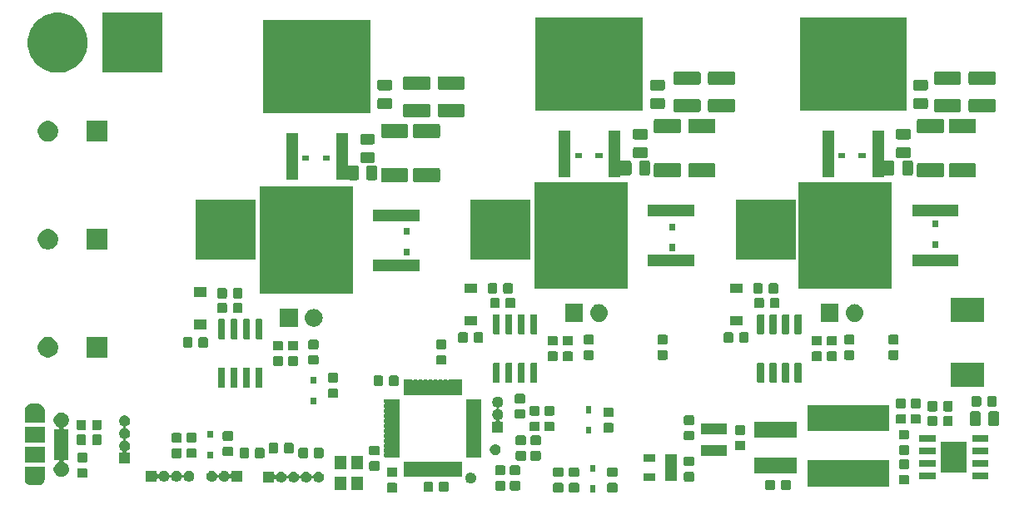
<source format=gbr>
G04 #@! TF.GenerationSoftware,KiCad,Pcbnew,(5.1.2)-2*
G04 #@! TF.CreationDate,2020-07-10T15:31:03+01:00*
G04 #@! TF.ProjectId,INV_Board,494e565f-426f-4617-9264-2e6b69636164,rev?*
G04 #@! TF.SameCoordinates,Original*
G04 #@! TF.FileFunction,Soldermask,Top*
G04 #@! TF.FilePolarity,Negative*
%FSLAX46Y46*%
G04 Gerber Fmt 4.6, Leading zero omitted, Abs format (unit mm)*
G04 Created by KiCad (PCBNEW (5.1.2)-2) date 2020-07-10 15:31:03*
%MOMM*%
%LPD*%
G04 APERTURE LIST*
%ADD10C,0.100000*%
G04 APERTURE END LIST*
D10*
G36*
X119000000Y-54000000D02*
G01*
X113000000Y-54000000D01*
X113000000Y-48000000D01*
X119000000Y-48000000D01*
X119000000Y-54000000D01*
G37*
X119000000Y-54000000D02*
X113000000Y-54000000D01*
X113000000Y-48000000D01*
X119000000Y-48000000D01*
X119000000Y-54000000D01*
G36*
X92000000Y-54000000D02*
G01*
X86000000Y-54000000D01*
X86000000Y-48000000D01*
X92000000Y-48000000D01*
X92000000Y-54000000D01*
G37*
X92000000Y-54000000D02*
X86000000Y-54000000D01*
X86000000Y-48000000D01*
X92000000Y-48000000D01*
X92000000Y-54000000D01*
G36*
X64000000Y-54000000D02*
G01*
X58000000Y-54000000D01*
X58000000Y-48000000D01*
X64000000Y-48000000D01*
X64000000Y-54000000D01*
G37*
X64000000Y-54000000D02*
X58000000Y-54000000D01*
X58000000Y-48000000D01*
X64000000Y-48000000D01*
X64000000Y-54000000D01*
G36*
X95279591Y-76803085D02*
G01*
X95313569Y-76813393D01*
X95344890Y-76830134D01*
X95372339Y-76852661D01*
X95394866Y-76880110D01*
X95411607Y-76911431D01*
X95421915Y-76945409D01*
X95426000Y-76986890D01*
X95426000Y-77588110D01*
X95421915Y-77629591D01*
X95411607Y-77663569D01*
X95394866Y-77694890D01*
X95372339Y-77722339D01*
X95344890Y-77744866D01*
X95313569Y-77761607D01*
X95279591Y-77771915D01*
X95238110Y-77776000D01*
X94561890Y-77776000D01*
X94520409Y-77771915D01*
X94486431Y-77761607D01*
X94455110Y-77744866D01*
X94427661Y-77722339D01*
X94405134Y-77694890D01*
X94388393Y-77663569D01*
X94378085Y-77629591D01*
X94374000Y-77588110D01*
X94374000Y-76986890D01*
X94378085Y-76945409D01*
X94388393Y-76911431D01*
X94405134Y-76880110D01*
X94427661Y-76852661D01*
X94455110Y-76830134D01*
X94486431Y-76813393D01*
X94520409Y-76803085D01*
X94561890Y-76799000D01*
X95238110Y-76799000D01*
X95279591Y-76803085D01*
X95279591Y-76803085D01*
G37*
G36*
X96879591Y-76803085D02*
G01*
X96913569Y-76813393D01*
X96944890Y-76830134D01*
X96972339Y-76852661D01*
X96994866Y-76880110D01*
X97011607Y-76911431D01*
X97021915Y-76945409D01*
X97026000Y-76986890D01*
X97026000Y-77588110D01*
X97021915Y-77629591D01*
X97011607Y-77663569D01*
X96994866Y-77694890D01*
X96972339Y-77722339D01*
X96944890Y-77744866D01*
X96913569Y-77761607D01*
X96879591Y-77771915D01*
X96838110Y-77776000D01*
X96161890Y-77776000D01*
X96120409Y-77771915D01*
X96086431Y-77761607D01*
X96055110Y-77744866D01*
X96027661Y-77722339D01*
X96005134Y-77694890D01*
X95988393Y-77663569D01*
X95978085Y-77629591D01*
X95974000Y-77588110D01*
X95974000Y-76986890D01*
X95978085Y-76945409D01*
X95988393Y-76911431D01*
X96005134Y-76880110D01*
X96027661Y-76852661D01*
X96055110Y-76830134D01*
X96086431Y-76813393D01*
X96120409Y-76803085D01*
X96161890Y-76799000D01*
X96838110Y-76799000D01*
X96879591Y-76803085D01*
X96879591Y-76803085D01*
G37*
G36*
X100779591Y-76803085D02*
G01*
X100813569Y-76813393D01*
X100844890Y-76830134D01*
X100872339Y-76852661D01*
X100894866Y-76880110D01*
X100911607Y-76911431D01*
X100921915Y-76945409D01*
X100926000Y-76986890D01*
X100926000Y-77588110D01*
X100921915Y-77629591D01*
X100911607Y-77663569D01*
X100894866Y-77694890D01*
X100872339Y-77722339D01*
X100844890Y-77744866D01*
X100813569Y-77761607D01*
X100779591Y-77771915D01*
X100738110Y-77776000D01*
X100061890Y-77776000D01*
X100020409Y-77771915D01*
X99986431Y-77761607D01*
X99955110Y-77744866D01*
X99927661Y-77722339D01*
X99905134Y-77694890D01*
X99888393Y-77663569D01*
X99878085Y-77629591D01*
X99874000Y-77588110D01*
X99874000Y-76986890D01*
X99878085Y-76945409D01*
X99888393Y-76911431D01*
X99905134Y-76880110D01*
X99927661Y-76852661D01*
X99955110Y-76830134D01*
X99986431Y-76813393D01*
X100020409Y-76803085D01*
X100061890Y-76799000D01*
X100738110Y-76799000D01*
X100779591Y-76803085D01*
X100779591Y-76803085D01*
G37*
G36*
X78379591Y-76803085D02*
G01*
X78413569Y-76813393D01*
X78444890Y-76830134D01*
X78472339Y-76852661D01*
X78494866Y-76880110D01*
X78511607Y-76911431D01*
X78521915Y-76945409D01*
X78526000Y-76986890D01*
X78526000Y-77588110D01*
X78521915Y-77629591D01*
X78511607Y-77663569D01*
X78494866Y-77694890D01*
X78472339Y-77722339D01*
X78444890Y-77744866D01*
X78413569Y-77761607D01*
X78379591Y-77771915D01*
X78338110Y-77776000D01*
X77661890Y-77776000D01*
X77620409Y-77771915D01*
X77586431Y-77761607D01*
X77555110Y-77744866D01*
X77527661Y-77722339D01*
X77505134Y-77694890D01*
X77488393Y-77663569D01*
X77478085Y-77629591D01*
X77474000Y-77588110D01*
X77474000Y-76986890D01*
X77478085Y-76945409D01*
X77488393Y-76911431D01*
X77505134Y-76880110D01*
X77527661Y-76852661D01*
X77555110Y-76830134D01*
X77586431Y-76813393D01*
X77620409Y-76803085D01*
X77661890Y-76799000D01*
X78338110Y-76799000D01*
X78379591Y-76803085D01*
X78379591Y-76803085D01*
G37*
G36*
X98676000Y-77751000D02*
G01*
X98124000Y-77751000D01*
X98124000Y-77049000D01*
X98676000Y-77049000D01*
X98676000Y-77751000D01*
X98676000Y-77751000D01*
G37*
G36*
X83592091Y-76678085D02*
G01*
X83626069Y-76688393D01*
X83657390Y-76705134D01*
X83684839Y-76727661D01*
X83707366Y-76755110D01*
X83724107Y-76786431D01*
X83734415Y-76820409D01*
X83738500Y-76861890D01*
X83738500Y-77538110D01*
X83734415Y-77579591D01*
X83724107Y-77613569D01*
X83707366Y-77644890D01*
X83684839Y-77672339D01*
X83657390Y-77694866D01*
X83626069Y-77711607D01*
X83592091Y-77721915D01*
X83550610Y-77726000D01*
X82949390Y-77726000D01*
X82907909Y-77721915D01*
X82873931Y-77711607D01*
X82842610Y-77694866D01*
X82815161Y-77672339D01*
X82792634Y-77644890D01*
X82775893Y-77613569D01*
X82765585Y-77579591D01*
X82761500Y-77538110D01*
X82761500Y-76861890D01*
X82765585Y-76820409D01*
X82775893Y-76786431D01*
X82792634Y-76755110D01*
X82815161Y-76727661D01*
X82842610Y-76705134D01*
X82873931Y-76688393D01*
X82907909Y-76678085D01*
X82949390Y-76674000D01*
X83550610Y-76674000D01*
X83592091Y-76678085D01*
X83592091Y-76678085D01*
G37*
G36*
X82017091Y-76678085D02*
G01*
X82051069Y-76688393D01*
X82082390Y-76705134D01*
X82109839Y-76727661D01*
X82132366Y-76755110D01*
X82149107Y-76786431D01*
X82159415Y-76820409D01*
X82163500Y-76861890D01*
X82163500Y-77538110D01*
X82159415Y-77579591D01*
X82149107Y-77613569D01*
X82132366Y-77644890D01*
X82109839Y-77672339D01*
X82082390Y-77694866D01*
X82051069Y-77711607D01*
X82017091Y-77721915D01*
X81975610Y-77726000D01*
X81374390Y-77726000D01*
X81332909Y-77721915D01*
X81298931Y-77711607D01*
X81267610Y-77694866D01*
X81240161Y-77672339D01*
X81217634Y-77644890D01*
X81200893Y-77613569D01*
X81190585Y-77579591D01*
X81186500Y-77538110D01*
X81186500Y-76861890D01*
X81190585Y-76820409D01*
X81200893Y-76786431D01*
X81217634Y-76755110D01*
X81240161Y-76727661D01*
X81267610Y-76705134D01*
X81298931Y-76688393D01*
X81332909Y-76678085D01*
X81374390Y-76674000D01*
X81975610Y-76674000D01*
X82017091Y-76678085D01*
X82017091Y-76678085D01*
G37*
G36*
X90879591Y-76603085D02*
G01*
X90913569Y-76613393D01*
X90944890Y-76630134D01*
X90972339Y-76652661D01*
X90994866Y-76680110D01*
X91011607Y-76711431D01*
X91021915Y-76745409D01*
X91026000Y-76786890D01*
X91026000Y-77388110D01*
X91021915Y-77429591D01*
X91011607Y-77463569D01*
X90994866Y-77494890D01*
X90972339Y-77522339D01*
X90944890Y-77544866D01*
X90913569Y-77561607D01*
X90879591Y-77571915D01*
X90838110Y-77576000D01*
X90161890Y-77576000D01*
X90120409Y-77571915D01*
X90086431Y-77561607D01*
X90055110Y-77544866D01*
X90027661Y-77522339D01*
X90005134Y-77494890D01*
X89988393Y-77463569D01*
X89978085Y-77429591D01*
X89974000Y-77388110D01*
X89974000Y-76786890D01*
X89978085Y-76745409D01*
X89988393Y-76711431D01*
X90005134Y-76680110D01*
X90027661Y-76652661D01*
X90055110Y-76630134D01*
X90086431Y-76613393D01*
X90120409Y-76603085D01*
X90161890Y-76599000D01*
X90838110Y-76599000D01*
X90879591Y-76603085D01*
X90879591Y-76603085D01*
G37*
G36*
X89379591Y-76603085D02*
G01*
X89413569Y-76613393D01*
X89444890Y-76630134D01*
X89472339Y-76652661D01*
X89494866Y-76680110D01*
X89511607Y-76711431D01*
X89521915Y-76745409D01*
X89526000Y-76786890D01*
X89526000Y-77388110D01*
X89521915Y-77429591D01*
X89511607Y-77463569D01*
X89494866Y-77494890D01*
X89472339Y-77522339D01*
X89444890Y-77544866D01*
X89413569Y-77561607D01*
X89379591Y-77571915D01*
X89338110Y-77576000D01*
X88661890Y-77576000D01*
X88620409Y-77571915D01*
X88586431Y-77561607D01*
X88555110Y-77544866D01*
X88527661Y-77522339D01*
X88505134Y-77494890D01*
X88488393Y-77463569D01*
X88478085Y-77429591D01*
X88474000Y-77388110D01*
X88474000Y-76786890D01*
X88478085Y-76745409D01*
X88488393Y-76711431D01*
X88505134Y-76680110D01*
X88527661Y-76652661D01*
X88555110Y-76630134D01*
X88586431Y-76613393D01*
X88620409Y-76603085D01*
X88661890Y-76599000D01*
X89338110Y-76599000D01*
X89379591Y-76603085D01*
X89379591Y-76603085D01*
G37*
G36*
X73376000Y-77551000D02*
G01*
X72174000Y-77551000D01*
X72174000Y-76149000D01*
X73376000Y-76149000D01*
X73376000Y-77551000D01*
X73376000Y-77551000D01*
G37*
G36*
X75026000Y-77551000D02*
G01*
X73824000Y-77551000D01*
X73824000Y-76149000D01*
X75026000Y-76149000D01*
X75026000Y-77551000D01*
X75026000Y-77551000D01*
G37*
G36*
X118379591Y-76478085D02*
G01*
X118413569Y-76488393D01*
X118444890Y-76505134D01*
X118472339Y-76527661D01*
X118494866Y-76555110D01*
X118511607Y-76586431D01*
X118521915Y-76620409D01*
X118526000Y-76661890D01*
X118526000Y-77338110D01*
X118521915Y-77379591D01*
X118511607Y-77413569D01*
X118494866Y-77444890D01*
X118472339Y-77472339D01*
X118444890Y-77494866D01*
X118413569Y-77511607D01*
X118379591Y-77521915D01*
X118338110Y-77526000D01*
X117736890Y-77526000D01*
X117695409Y-77521915D01*
X117661431Y-77511607D01*
X117630110Y-77494866D01*
X117602661Y-77472339D01*
X117580134Y-77444890D01*
X117563393Y-77413569D01*
X117553085Y-77379591D01*
X117549000Y-77338110D01*
X117549000Y-76661890D01*
X117553085Y-76620409D01*
X117563393Y-76586431D01*
X117580134Y-76555110D01*
X117602661Y-76527661D01*
X117630110Y-76505134D01*
X117661431Y-76488393D01*
X117695409Y-76478085D01*
X117736890Y-76474000D01*
X118338110Y-76474000D01*
X118379591Y-76478085D01*
X118379591Y-76478085D01*
G37*
G36*
X116804591Y-76478085D02*
G01*
X116838569Y-76488393D01*
X116869890Y-76505134D01*
X116897339Y-76527661D01*
X116919866Y-76555110D01*
X116936607Y-76586431D01*
X116946915Y-76620409D01*
X116951000Y-76661890D01*
X116951000Y-77338110D01*
X116946915Y-77379591D01*
X116936607Y-77413569D01*
X116919866Y-77444890D01*
X116897339Y-77472339D01*
X116869890Y-77494866D01*
X116838569Y-77511607D01*
X116804591Y-77521915D01*
X116763110Y-77526000D01*
X116161890Y-77526000D01*
X116120409Y-77521915D01*
X116086431Y-77511607D01*
X116055110Y-77494866D01*
X116027661Y-77472339D01*
X116005134Y-77444890D01*
X115988393Y-77413569D01*
X115978085Y-77379591D01*
X115974000Y-77338110D01*
X115974000Y-76661890D01*
X115978085Y-76620409D01*
X115988393Y-76586431D01*
X116005134Y-76555110D01*
X116027661Y-76527661D01*
X116055110Y-76505134D01*
X116086431Y-76488393D01*
X116120409Y-76478085D01*
X116161890Y-76474000D01*
X116763110Y-76474000D01*
X116804591Y-76478085D01*
X116804591Y-76478085D01*
G37*
G36*
X128591000Y-77151000D02*
G01*
X120289000Y-77151000D01*
X120289000Y-74449000D01*
X128591000Y-74449000D01*
X128591000Y-77151000D01*
X128591000Y-77151000D01*
G37*
G36*
X42663500Y-76361886D02*
G01*
X42664102Y-76374138D01*
X42666649Y-76400000D01*
X42664102Y-76425862D01*
X42663500Y-76438114D01*
X42663500Y-76511406D01*
X42654543Y-76528164D01*
X42650415Y-76539701D01*
X42632426Y-76599000D01*
X42616854Y-76650336D01*
X42556406Y-76763425D01*
X42475054Y-76862554D01*
X42375925Y-76943906D01*
X42262836Y-77004354D01*
X42230904Y-77014040D01*
X42140118Y-77041580D01*
X42076355Y-77047860D01*
X42044474Y-77051000D01*
X41280526Y-77051000D01*
X41248645Y-77047860D01*
X41184882Y-77041580D01*
X41094096Y-77014040D01*
X41062164Y-77004354D01*
X40949075Y-76943906D01*
X40849946Y-76862554D01*
X40768594Y-76763425D01*
X40708146Y-76650336D01*
X40692574Y-76599000D01*
X40674587Y-76539708D01*
X40665213Y-76517075D01*
X40661500Y-76511518D01*
X40661500Y-76438114D01*
X40660898Y-76425862D01*
X40658351Y-76400000D01*
X40660898Y-76374138D01*
X40661500Y-76361886D01*
X40661500Y-75149000D01*
X42663500Y-75149000D01*
X42663500Y-76361886D01*
X42663500Y-76361886D01*
G37*
G36*
X130439591Y-75993085D02*
G01*
X130473569Y-76003393D01*
X130504890Y-76020134D01*
X130532339Y-76042661D01*
X130554866Y-76070110D01*
X130571607Y-76101431D01*
X130581915Y-76135409D01*
X130586000Y-76176890D01*
X130586000Y-76778110D01*
X130581915Y-76819591D01*
X130571607Y-76853569D01*
X130554866Y-76884890D01*
X130532339Y-76912339D01*
X130504890Y-76934866D01*
X130473569Y-76951607D01*
X130439591Y-76961915D01*
X130398110Y-76966000D01*
X129721890Y-76966000D01*
X129680409Y-76961915D01*
X129646431Y-76951607D01*
X129615110Y-76934866D01*
X129587661Y-76912339D01*
X129565134Y-76884890D01*
X129548393Y-76853569D01*
X129538085Y-76819591D01*
X129534000Y-76778110D01*
X129534000Y-76176890D01*
X129538085Y-76135409D01*
X129548393Y-76101431D01*
X129565134Y-76070110D01*
X129587661Y-76042661D01*
X129615110Y-76020134D01*
X129646431Y-76003393D01*
X129680409Y-75993085D01*
X129721890Y-75989000D01*
X130398110Y-75989000D01*
X130439591Y-75993085D01*
X130439591Y-75993085D01*
G37*
G36*
X86160721Y-75770174D02*
G01*
X86260995Y-75811709D01*
X86305812Y-75841655D01*
X86351242Y-75872010D01*
X86427990Y-75948758D01*
X86450474Y-75982408D01*
X86488291Y-76039005D01*
X86529826Y-76139279D01*
X86551000Y-76245730D01*
X86551000Y-76354270D01*
X86529826Y-76460721D01*
X86488291Y-76560995D01*
X86488290Y-76560996D01*
X86427990Y-76651242D01*
X86351242Y-76727990D01*
X86328737Y-76743027D01*
X86260995Y-76788291D01*
X86160721Y-76829826D01*
X86054270Y-76851000D01*
X85945730Y-76851000D01*
X85839279Y-76829826D01*
X85739005Y-76788291D01*
X85671263Y-76743027D01*
X85648758Y-76727990D01*
X85572010Y-76651242D01*
X85511710Y-76560996D01*
X85511709Y-76560995D01*
X85470174Y-76460721D01*
X85449000Y-76354270D01*
X85449000Y-76245730D01*
X85470174Y-76139279D01*
X85511709Y-76039005D01*
X85549526Y-75982408D01*
X85572010Y-75948758D01*
X85648758Y-75872010D01*
X85694188Y-75841655D01*
X85739005Y-75811709D01*
X85839279Y-75770174D01*
X85945730Y-75749000D01*
X86054270Y-75749000D01*
X86160721Y-75770174D01*
X86160721Y-75770174D01*
G37*
G36*
X66011000Y-75877265D02*
G01*
X66013402Y-75901651D01*
X66020515Y-75925100D01*
X66032066Y-75946711D01*
X66047611Y-75965653D01*
X66066553Y-75981198D01*
X66088164Y-75992749D01*
X66111613Y-75999862D01*
X66135999Y-76002264D01*
X66160385Y-75999862D01*
X66183834Y-75992749D01*
X66205445Y-75981198D01*
X66224387Y-75965653D01*
X66239932Y-75946711D01*
X66246233Y-75936198D01*
X66269644Y-75892400D01*
X66338499Y-75808499D01*
X66358117Y-75792399D01*
X66422400Y-75739643D01*
X66513044Y-75691193D01*
X66518121Y-75688479D01*
X66621985Y-75656973D01*
X66702933Y-75649000D01*
X66757067Y-75649000D01*
X66838015Y-75656973D01*
X66941879Y-75688479D01*
X66946956Y-75691193D01*
X67037600Y-75739643D01*
X67121501Y-75808499D01*
X67190357Y-75892400D01*
X67219722Y-75947339D01*
X67241521Y-75988121D01*
X67245388Y-76000869D01*
X67254760Y-76023496D01*
X67268374Y-76043870D01*
X67285701Y-76061197D01*
X67306075Y-76074811D01*
X67328714Y-76084188D01*
X67352747Y-76088969D01*
X67377251Y-76088969D01*
X67401285Y-76084189D01*
X67423924Y-76074812D01*
X67444298Y-76061198D01*
X67461625Y-76043871D01*
X67475239Y-76023497D01*
X67484612Y-76000869D01*
X67488479Y-75988121D01*
X67510278Y-75947339D01*
X67539643Y-75892400D01*
X67608499Y-75808499D01*
X67692400Y-75739643D01*
X67783044Y-75691193D01*
X67788121Y-75688479D01*
X67891985Y-75656973D01*
X67972933Y-75649000D01*
X68027067Y-75649000D01*
X68108015Y-75656973D01*
X68211879Y-75688479D01*
X68216956Y-75691193D01*
X68307600Y-75739643D01*
X68391501Y-75808499D01*
X68460357Y-75892400D01*
X68489722Y-75947339D01*
X68511521Y-75988121D01*
X68515388Y-76000869D01*
X68524760Y-76023496D01*
X68538374Y-76043870D01*
X68555701Y-76061197D01*
X68576075Y-76074811D01*
X68598714Y-76084188D01*
X68622747Y-76088969D01*
X68647251Y-76088969D01*
X68671285Y-76084189D01*
X68693924Y-76074812D01*
X68714298Y-76061198D01*
X68731625Y-76043871D01*
X68745239Y-76023497D01*
X68754612Y-76000869D01*
X68758479Y-75988121D01*
X68780278Y-75947339D01*
X68809643Y-75892400D01*
X68878499Y-75808499D01*
X68962400Y-75739643D01*
X69053044Y-75691193D01*
X69058121Y-75688479D01*
X69161985Y-75656973D01*
X69242933Y-75649000D01*
X69297067Y-75649000D01*
X69378015Y-75656973D01*
X69481879Y-75688479D01*
X69486956Y-75691193D01*
X69577600Y-75739643D01*
X69661501Y-75808499D01*
X69730357Y-75892400D01*
X69759722Y-75947339D01*
X69781521Y-75988121D01*
X69785388Y-76000869D01*
X69794760Y-76023496D01*
X69808374Y-76043870D01*
X69825701Y-76061197D01*
X69846075Y-76074811D01*
X69868714Y-76084188D01*
X69892747Y-76088969D01*
X69917251Y-76088969D01*
X69941285Y-76084189D01*
X69963924Y-76074812D01*
X69984298Y-76061198D01*
X70001625Y-76043871D01*
X70015239Y-76023497D01*
X70024612Y-76000869D01*
X70028479Y-75988121D01*
X70050278Y-75947339D01*
X70079643Y-75892400D01*
X70148499Y-75808499D01*
X70232400Y-75739643D01*
X70323044Y-75691193D01*
X70328121Y-75688479D01*
X70431985Y-75656973D01*
X70512933Y-75649000D01*
X70567067Y-75649000D01*
X70648015Y-75656973D01*
X70751879Y-75688479D01*
X70756956Y-75691193D01*
X70847600Y-75739643D01*
X70931501Y-75808499D01*
X71000357Y-75892400D01*
X71029722Y-75947339D01*
X71051521Y-75988121D01*
X71083027Y-76091985D01*
X71093666Y-76200000D01*
X71083027Y-76308015D01*
X71051521Y-76411879D01*
X71051191Y-76412496D01*
X71000357Y-76507600D01*
X70931501Y-76591501D01*
X70847600Y-76660357D01*
X70810644Y-76680110D01*
X70751879Y-76711521D01*
X70648015Y-76743027D01*
X70567067Y-76751000D01*
X70512933Y-76751000D01*
X70431985Y-76743027D01*
X70328121Y-76711521D01*
X70269356Y-76680110D01*
X70232400Y-76660357D01*
X70148499Y-76591501D01*
X70079643Y-76507600D01*
X70028809Y-76412496D01*
X70028479Y-76411879D01*
X70024612Y-76399131D01*
X70015240Y-76376504D01*
X70001626Y-76356130D01*
X69984299Y-76338803D01*
X69963925Y-76325189D01*
X69941286Y-76315812D01*
X69917253Y-76311031D01*
X69892749Y-76311031D01*
X69868715Y-76315811D01*
X69846076Y-76325188D01*
X69825702Y-76338802D01*
X69808375Y-76356129D01*
X69794761Y-76376503D01*
X69785388Y-76399131D01*
X69781521Y-76411879D01*
X69781191Y-76412496D01*
X69730357Y-76507600D01*
X69661501Y-76591501D01*
X69577600Y-76660357D01*
X69540644Y-76680110D01*
X69481879Y-76711521D01*
X69378015Y-76743027D01*
X69297067Y-76751000D01*
X69242933Y-76751000D01*
X69161985Y-76743027D01*
X69058121Y-76711521D01*
X68999356Y-76680110D01*
X68962400Y-76660357D01*
X68878499Y-76591501D01*
X68809643Y-76507600D01*
X68758809Y-76412496D01*
X68758479Y-76411879D01*
X68754612Y-76399131D01*
X68745240Y-76376504D01*
X68731626Y-76356130D01*
X68714299Y-76338803D01*
X68693925Y-76325189D01*
X68671286Y-76315812D01*
X68647253Y-76311031D01*
X68622749Y-76311031D01*
X68598715Y-76315811D01*
X68576076Y-76325188D01*
X68555702Y-76338802D01*
X68538375Y-76356129D01*
X68524761Y-76376503D01*
X68515388Y-76399131D01*
X68511521Y-76411879D01*
X68511191Y-76412496D01*
X68460357Y-76507600D01*
X68391501Y-76591501D01*
X68307600Y-76660357D01*
X68270644Y-76680110D01*
X68211879Y-76711521D01*
X68108015Y-76743027D01*
X68027067Y-76751000D01*
X67972933Y-76751000D01*
X67891985Y-76743027D01*
X67788121Y-76711521D01*
X67729356Y-76680110D01*
X67692400Y-76660357D01*
X67608499Y-76591501D01*
X67539643Y-76507600D01*
X67488809Y-76412496D01*
X67488479Y-76411879D01*
X67484612Y-76399131D01*
X67475240Y-76376504D01*
X67461626Y-76356130D01*
X67444299Y-76338803D01*
X67423925Y-76325189D01*
X67401286Y-76315812D01*
X67377253Y-76311031D01*
X67352749Y-76311031D01*
X67328715Y-76315811D01*
X67306076Y-76325188D01*
X67285702Y-76338802D01*
X67268375Y-76356129D01*
X67254761Y-76376503D01*
X67245388Y-76399131D01*
X67241521Y-76411879D01*
X67241191Y-76412496D01*
X67190357Y-76507600D01*
X67121501Y-76591501D01*
X67037600Y-76660357D01*
X67000644Y-76680110D01*
X66941879Y-76711521D01*
X66838015Y-76743027D01*
X66757067Y-76751000D01*
X66702933Y-76751000D01*
X66621985Y-76743027D01*
X66518121Y-76711521D01*
X66459356Y-76680110D01*
X66422400Y-76660357D01*
X66338499Y-76591501D01*
X66325778Y-76576000D01*
X66269644Y-76507600D01*
X66246236Y-76463807D01*
X66232625Y-76443437D01*
X66215298Y-76426110D01*
X66194924Y-76412496D01*
X66172285Y-76403119D01*
X66148252Y-76398338D01*
X66123748Y-76398338D01*
X66099714Y-76403118D01*
X66077076Y-76412495D01*
X66056701Y-76426109D01*
X66039374Y-76443436D01*
X66025760Y-76463810D01*
X66016383Y-76486449D01*
X66011602Y-76510482D01*
X66011000Y-76522735D01*
X66011000Y-76751000D01*
X64909000Y-76751000D01*
X64909000Y-75649000D01*
X66011000Y-75649000D01*
X66011000Y-75877265D01*
X66011000Y-75877265D01*
G37*
G36*
X108579591Y-75690585D02*
G01*
X108613569Y-75700893D01*
X108644890Y-75717634D01*
X108672339Y-75740161D01*
X108694866Y-75767610D01*
X108711607Y-75798931D01*
X108721915Y-75832909D01*
X108726000Y-75874390D01*
X108726000Y-76475610D01*
X108721915Y-76517091D01*
X108711607Y-76551069D01*
X108694866Y-76582390D01*
X108672339Y-76609839D01*
X108644890Y-76632366D01*
X108613569Y-76649107D01*
X108579591Y-76659415D01*
X108538110Y-76663500D01*
X107861890Y-76663500D01*
X107820409Y-76659415D01*
X107786431Y-76649107D01*
X107755110Y-76632366D01*
X107727661Y-76609839D01*
X107705134Y-76582390D01*
X107688393Y-76551069D01*
X107678085Y-76517091D01*
X107674000Y-76475610D01*
X107674000Y-75874390D01*
X107678085Y-75832909D01*
X107688393Y-75798931D01*
X107705134Y-75767610D01*
X107727661Y-75740161D01*
X107755110Y-75717634D01*
X107786431Y-75700893D01*
X107820409Y-75690585D01*
X107861890Y-75686500D01*
X108538110Y-75686500D01*
X108579591Y-75690585D01*
X108579591Y-75690585D01*
G37*
G36*
X54081000Y-75777265D02*
G01*
X54083402Y-75801651D01*
X54090515Y-75825100D01*
X54102066Y-75846711D01*
X54117611Y-75865653D01*
X54136553Y-75881198D01*
X54158164Y-75892749D01*
X54181613Y-75899862D01*
X54205999Y-75902264D01*
X54230385Y-75899862D01*
X54253834Y-75892749D01*
X54275445Y-75881198D01*
X54294387Y-75865653D01*
X54309932Y-75846711D01*
X54316233Y-75836198D01*
X54339644Y-75792400D01*
X54408499Y-75708499D01*
X54417767Y-75700893D01*
X54492400Y-75639643D01*
X54560945Y-75603005D01*
X54588121Y-75588479D01*
X54691985Y-75556973D01*
X54772933Y-75549000D01*
X54827067Y-75549000D01*
X54908015Y-75556973D01*
X55011879Y-75588479D01*
X55039055Y-75603005D01*
X55107600Y-75639643D01*
X55191501Y-75708499D01*
X55260357Y-75792400D01*
X55294402Y-75856095D01*
X55311521Y-75888121D01*
X55315388Y-75900869D01*
X55324760Y-75923496D01*
X55338374Y-75943870D01*
X55355701Y-75961197D01*
X55376075Y-75974811D01*
X55398714Y-75984188D01*
X55422747Y-75988969D01*
X55447251Y-75988969D01*
X55471285Y-75984189D01*
X55493924Y-75974812D01*
X55514298Y-75961198D01*
X55531625Y-75943871D01*
X55545239Y-75923497D01*
X55554612Y-75900869D01*
X55558479Y-75888121D01*
X55575598Y-75856095D01*
X55609643Y-75792400D01*
X55678499Y-75708499D01*
X55762400Y-75639643D01*
X55830945Y-75603005D01*
X55858121Y-75588479D01*
X55961985Y-75556973D01*
X56042933Y-75549000D01*
X56097067Y-75549000D01*
X56178015Y-75556973D01*
X56281879Y-75588479D01*
X56309055Y-75603005D01*
X56377600Y-75639643D01*
X56461501Y-75708499D01*
X56530357Y-75792400D01*
X56564402Y-75856095D01*
X56581521Y-75888121D01*
X56585388Y-75900869D01*
X56594760Y-75923496D01*
X56608374Y-75943870D01*
X56625701Y-75961197D01*
X56646075Y-75974811D01*
X56668714Y-75984188D01*
X56692747Y-75988969D01*
X56717251Y-75988969D01*
X56741285Y-75984189D01*
X56763924Y-75974812D01*
X56784298Y-75961198D01*
X56801625Y-75943871D01*
X56815239Y-75923497D01*
X56824612Y-75900869D01*
X56828479Y-75888121D01*
X56845598Y-75856095D01*
X56879643Y-75792400D01*
X56948499Y-75708499D01*
X57032400Y-75639643D01*
X57100945Y-75603005D01*
X57128121Y-75588479D01*
X57231985Y-75556973D01*
X57312933Y-75549000D01*
X57367067Y-75549000D01*
X57448015Y-75556973D01*
X57551879Y-75588479D01*
X57579055Y-75603005D01*
X57647600Y-75639643D01*
X57731501Y-75708499D01*
X57800357Y-75792400D01*
X57834402Y-75856095D01*
X57851521Y-75888121D01*
X57883027Y-75991985D01*
X57893666Y-76100000D01*
X57883027Y-76208015D01*
X57851521Y-76311879D01*
X57843915Y-76326109D01*
X57800357Y-76407600D01*
X57731501Y-76491501D01*
X57647600Y-76560357D01*
X57579055Y-76596995D01*
X57551879Y-76611521D01*
X57448015Y-76643027D01*
X57367067Y-76651000D01*
X57312933Y-76651000D01*
X57231985Y-76643027D01*
X57128121Y-76611521D01*
X57100945Y-76596995D01*
X57032400Y-76560357D01*
X56948499Y-76491501D01*
X56879643Y-76407600D01*
X56836085Y-76326109D01*
X56828479Y-76311879D01*
X56824612Y-76299131D01*
X56815240Y-76276504D01*
X56801626Y-76256130D01*
X56784299Y-76238803D01*
X56763925Y-76225189D01*
X56741286Y-76215812D01*
X56717253Y-76211031D01*
X56692749Y-76211031D01*
X56668715Y-76215811D01*
X56646076Y-76225188D01*
X56625702Y-76238802D01*
X56608375Y-76256129D01*
X56594761Y-76276503D01*
X56585388Y-76299131D01*
X56581521Y-76311879D01*
X56573915Y-76326109D01*
X56530357Y-76407600D01*
X56461501Y-76491501D01*
X56377600Y-76560357D01*
X56309055Y-76596995D01*
X56281879Y-76611521D01*
X56178015Y-76643027D01*
X56097067Y-76651000D01*
X56042933Y-76651000D01*
X55961985Y-76643027D01*
X55858121Y-76611521D01*
X55830945Y-76596995D01*
X55762400Y-76560357D01*
X55678499Y-76491501D01*
X55609643Y-76407600D01*
X55566085Y-76326109D01*
X55558479Y-76311879D01*
X55554612Y-76299131D01*
X55545240Y-76276504D01*
X55531626Y-76256130D01*
X55514299Y-76238803D01*
X55493925Y-76225189D01*
X55471286Y-76215812D01*
X55447253Y-76211031D01*
X55422749Y-76211031D01*
X55398715Y-76215811D01*
X55376076Y-76225188D01*
X55355702Y-76238802D01*
X55338375Y-76256129D01*
X55324761Y-76276503D01*
X55315388Y-76299131D01*
X55311521Y-76311879D01*
X55303915Y-76326109D01*
X55260357Y-76407600D01*
X55191501Y-76491501D01*
X55107600Y-76560357D01*
X55039055Y-76596995D01*
X55011879Y-76611521D01*
X54908015Y-76643027D01*
X54827067Y-76651000D01*
X54772933Y-76651000D01*
X54691985Y-76643027D01*
X54588121Y-76611521D01*
X54560945Y-76596995D01*
X54492400Y-76560357D01*
X54408499Y-76491501D01*
X54388311Y-76466901D01*
X54339644Y-76407600D01*
X54316236Y-76363807D01*
X54302625Y-76343437D01*
X54285298Y-76326110D01*
X54264924Y-76312496D01*
X54242285Y-76303119D01*
X54218252Y-76298338D01*
X54193748Y-76298338D01*
X54169714Y-76303118D01*
X54147076Y-76312495D01*
X54126701Y-76326109D01*
X54109374Y-76343436D01*
X54095760Y-76363810D01*
X54086383Y-76386449D01*
X54081602Y-76410482D01*
X54081000Y-76422735D01*
X54081000Y-76651000D01*
X52979000Y-76651000D01*
X52979000Y-75549000D01*
X54081000Y-75549000D01*
X54081000Y-75777265D01*
X54081000Y-75777265D01*
G37*
G36*
X59768015Y-75556973D02*
G01*
X59871879Y-75588479D01*
X59899055Y-75603005D01*
X59967600Y-75639643D01*
X60051501Y-75708499D01*
X60120357Y-75792400D01*
X60154402Y-75856095D01*
X60171521Y-75888121D01*
X60175388Y-75900869D01*
X60184760Y-75923496D01*
X60198374Y-75943870D01*
X60215701Y-75961197D01*
X60236075Y-75974811D01*
X60258714Y-75984188D01*
X60282747Y-75988969D01*
X60307251Y-75988969D01*
X60331285Y-75984189D01*
X60353924Y-75974812D01*
X60374298Y-75961198D01*
X60391625Y-75943871D01*
X60405239Y-75923497D01*
X60414612Y-75900869D01*
X60418479Y-75888121D01*
X60435598Y-75856095D01*
X60469643Y-75792400D01*
X60538499Y-75708499D01*
X60622400Y-75639643D01*
X60690945Y-75603005D01*
X60718121Y-75588479D01*
X60821985Y-75556973D01*
X60902933Y-75549000D01*
X60957067Y-75549000D01*
X61038015Y-75556973D01*
X61141879Y-75588479D01*
X61169055Y-75603005D01*
X61237600Y-75639643D01*
X61312233Y-75700893D01*
X61321501Y-75708499D01*
X61390356Y-75792400D01*
X61413764Y-75836193D01*
X61427375Y-75856563D01*
X61444702Y-75873890D01*
X61465076Y-75887504D01*
X61487715Y-75896881D01*
X61511748Y-75901662D01*
X61536252Y-75901662D01*
X61560286Y-75896882D01*
X61582924Y-75887505D01*
X61603299Y-75873891D01*
X61620626Y-75856564D01*
X61634240Y-75836190D01*
X61643617Y-75813551D01*
X61648398Y-75789518D01*
X61649000Y-75777265D01*
X61649000Y-75549000D01*
X62751000Y-75549000D01*
X62751000Y-76651000D01*
X61649000Y-76651000D01*
X61649000Y-76422735D01*
X61646598Y-76398349D01*
X61639485Y-76374900D01*
X61627934Y-76353289D01*
X61612389Y-76334347D01*
X61593447Y-76318802D01*
X61571836Y-76307251D01*
X61548387Y-76300138D01*
X61524001Y-76297736D01*
X61499615Y-76300138D01*
X61476166Y-76307251D01*
X61454555Y-76318802D01*
X61435613Y-76334347D01*
X61420068Y-76353289D01*
X61413767Y-76363802D01*
X61390356Y-76407600D01*
X61341689Y-76466901D01*
X61321501Y-76491501D01*
X61237600Y-76560357D01*
X61169055Y-76596995D01*
X61141879Y-76611521D01*
X61038015Y-76643027D01*
X60957067Y-76651000D01*
X60902933Y-76651000D01*
X60821985Y-76643027D01*
X60718121Y-76611521D01*
X60690945Y-76596995D01*
X60622400Y-76560357D01*
X60538499Y-76491501D01*
X60469643Y-76407600D01*
X60426085Y-76326109D01*
X60418479Y-76311879D01*
X60414612Y-76299131D01*
X60405240Y-76276504D01*
X60391626Y-76256130D01*
X60374299Y-76238803D01*
X60353925Y-76225189D01*
X60331286Y-76215812D01*
X60307253Y-76211031D01*
X60282749Y-76211031D01*
X60258715Y-76215811D01*
X60236076Y-76225188D01*
X60215702Y-76238802D01*
X60198375Y-76256129D01*
X60184761Y-76276503D01*
X60175388Y-76299131D01*
X60171521Y-76311879D01*
X60163915Y-76326109D01*
X60120357Y-76407600D01*
X60051501Y-76491501D01*
X59967600Y-76560357D01*
X59899055Y-76596995D01*
X59871879Y-76611521D01*
X59768015Y-76643027D01*
X59687067Y-76651000D01*
X59632933Y-76651000D01*
X59551985Y-76643027D01*
X59448121Y-76611521D01*
X59420945Y-76596995D01*
X59352400Y-76560357D01*
X59268499Y-76491501D01*
X59199643Y-76407600D01*
X59156085Y-76326109D01*
X59148479Y-76311879D01*
X59116973Y-76208015D01*
X59106334Y-76100000D01*
X59116973Y-75991985D01*
X59148479Y-75888121D01*
X59165598Y-75856095D01*
X59199643Y-75792400D01*
X59268499Y-75708499D01*
X59352400Y-75639643D01*
X59420945Y-75603005D01*
X59448121Y-75588479D01*
X59551985Y-75556973D01*
X59632933Y-75549000D01*
X59687067Y-75549000D01*
X59768015Y-75556973D01*
X59768015Y-75556973D01*
G37*
G36*
X106931000Y-76576000D02*
G01*
X105769000Y-76576000D01*
X105769000Y-73924000D01*
X106931000Y-73924000D01*
X106931000Y-76576000D01*
X106931000Y-76576000D01*
G37*
G36*
X104731000Y-76576000D02*
G01*
X103569000Y-76576000D01*
X103569000Y-75824000D01*
X104731000Y-75824000D01*
X104731000Y-76576000D01*
X104731000Y-76576000D01*
G37*
G36*
X138666000Y-76426000D02*
G01*
X137014000Y-76426000D01*
X137014000Y-75724000D01*
X138666000Y-75724000D01*
X138666000Y-76426000D01*
X138666000Y-76426000D01*
G37*
G36*
X133266000Y-76426000D02*
G01*
X131614000Y-76426000D01*
X131614000Y-75724000D01*
X133266000Y-75724000D01*
X133266000Y-76426000D01*
X133266000Y-76426000D01*
G37*
G36*
X46879591Y-75303085D02*
G01*
X46913569Y-75313393D01*
X46944890Y-75330134D01*
X46972339Y-75352661D01*
X46994866Y-75380110D01*
X47011607Y-75411431D01*
X47021915Y-75445409D01*
X47026000Y-75486890D01*
X47026000Y-76088110D01*
X47021915Y-76129591D01*
X47011607Y-76163569D01*
X46994866Y-76194890D01*
X46972339Y-76222339D01*
X46944890Y-76244866D01*
X46913569Y-76261607D01*
X46879591Y-76271915D01*
X46838110Y-76276000D01*
X46161890Y-76276000D01*
X46120409Y-76271915D01*
X46086431Y-76261607D01*
X46055110Y-76244866D01*
X46027661Y-76222339D01*
X46005134Y-76194890D01*
X45988393Y-76163569D01*
X45978085Y-76129591D01*
X45974000Y-76088110D01*
X45974000Y-75486890D01*
X45978085Y-75445409D01*
X45988393Y-75411431D01*
X46005134Y-75380110D01*
X46027661Y-75352661D01*
X46055110Y-75330134D01*
X46086431Y-75313393D01*
X46120409Y-75303085D01*
X46161890Y-75299000D01*
X46838110Y-75299000D01*
X46879591Y-75303085D01*
X46879591Y-75303085D01*
G37*
G36*
X79570295Y-74625323D02*
G01*
X79577309Y-74627451D01*
X79591077Y-74634810D01*
X79613716Y-74644187D01*
X79637749Y-74648967D01*
X79662253Y-74648967D01*
X79686286Y-74644186D01*
X79708923Y-74634810D01*
X79722691Y-74627451D01*
X79729705Y-74625323D01*
X79743140Y-74624000D01*
X80056860Y-74624000D01*
X80070295Y-74625323D01*
X80077309Y-74627451D01*
X80091077Y-74634810D01*
X80113716Y-74644187D01*
X80137749Y-74648967D01*
X80162253Y-74648967D01*
X80186286Y-74644186D01*
X80208923Y-74634810D01*
X80222691Y-74627451D01*
X80229705Y-74625323D01*
X80243140Y-74624000D01*
X80556860Y-74624000D01*
X80570295Y-74625323D01*
X80577309Y-74627451D01*
X80591077Y-74634810D01*
X80613716Y-74644187D01*
X80637749Y-74648967D01*
X80662253Y-74648967D01*
X80686286Y-74644186D01*
X80708923Y-74634810D01*
X80722691Y-74627451D01*
X80729705Y-74625323D01*
X80743140Y-74624000D01*
X81056860Y-74624000D01*
X81070295Y-74625323D01*
X81077309Y-74627451D01*
X81091077Y-74634810D01*
X81113716Y-74644187D01*
X81137749Y-74648967D01*
X81162253Y-74648967D01*
X81186286Y-74644186D01*
X81208923Y-74634810D01*
X81222691Y-74627451D01*
X81229705Y-74625323D01*
X81243140Y-74624000D01*
X81556860Y-74624000D01*
X81570295Y-74625323D01*
X81577309Y-74627451D01*
X81591077Y-74634810D01*
X81613716Y-74644187D01*
X81637749Y-74648967D01*
X81662253Y-74648967D01*
X81686286Y-74644186D01*
X81708923Y-74634810D01*
X81722691Y-74627451D01*
X81729705Y-74625323D01*
X81743140Y-74624000D01*
X82056860Y-74624000D01*
X82070295Y-74625323D01*
X82077309Y-74627451D01*
X82091077Y-74634810D01*
X82113716Y-74644187D01*
X82137749Y-74648967D01*
X82162253Y-74648967D01*
X82186286Y-74644186D01*
X82208923Y-74634810D01*
X82222691Y-74627451D01*
X82229705Y-74625323D01*
X82243140Y-74624000D01*
X82556860Y-74624000D01*
X82570295Y-74625323D01*
X82577309Y-74627451D01*
X82591077Y-74634810D01*
X82613716Y-74644187D01*
X82637749Y-74648967D01*
X82662253Y-74648967D01*
X82686286Y-74644186D01*
X82708923Y-74634810D01*
X82722691Y-74627451D01*
X82729705Y-74625323D01*
X82743140Y-74624000D01*
X83056860Y-74624000D01*
X83070295Y-74625323D01*
X83077309Y-74627451D01*
X83091077Y-74634810D01*
X83113716Y-74644187D01*
X83137749Y-74648967D01*
X83162253Y-74648967D01*
X83186286Y-74644186D01*
X83208923Y-74634810D01*
X83222691Y-74627451D01*
X83229705Y-74625323D01*
X83243140Y-74624000D01*
X83556860Y-74624000D01*
X83570295Y-74625323D01*
X83577309Y-74627451D01*
X83591077Y-74634810D01*
X83613716Y-74644187D01*
X83637749Y-74648967D01*
X83662253Y-74648967D01*
X83686286Y-74644186D01*
X83708923Y-74634810D01*
X83722691Y-74627451D01*
X83729705Y-74625323D01*
X83743140Y-74624000D01*
X84056860Y-74624000D01*
X84070295Y-74625323D01*
X84077309Y-74627451D01*
X84091077Y-74634810D01*
X84113716Y-74644187D01*
X84137749Y-74648967D01*
X84162253Y-74648967D01*
X84186286Y-74644186D01*
X84208923Y-74634810D01*
X84222691Y-74627451D01*
X84229705Y-74625323D01*
X84243140Y-74624000D01*
X84556860Y-74624000D01*
X84570295Y-74625323D01*
X84577309Y-74627451D01*
X84591077Y-74634810D01*
X84613716Y-74644187D01*
X84637749Y-74648967D01*
X84662253Y-74648967D01*
X84686286Y-74644186D01*
X84708923Y-74634810D01*
X84722691Y-74627451D01*
X84729705Y-74625323D01*
X84743140Y-74624000D01*
X85056860Y-74624000D01*
X85070295Y-74625323D01*
X85077310Y-74627451D01*
X85083776Y-74630908D01*
X85089442Y-74635558D01*
X85094092Y-74641224D01*
X85097549Y-74647690D01*
X85099677Y-74654705D01*
X85101000Y-74668140D01*
X85101000Y-76156860D01*
X85099677Y-76170295D01*
X85097549Y-76177310D01*
X85094092Y-76183776D01*
X85089442Y-76189442D01*
X85083776Y-76194092D01*
X85077310Y-76197549D01*
X85070295Y-76199677D01*
X85056860Y-76201000D01*
X84743140Y-76201000D01*
X84729705Y-76199677D01*
X84722691Y-76197549D01*
X84708923Y-76190190D01*
X84686284Y-76180813D01*
X84662251Y-76176033D01*
X84637747Y-76176033D01*
X84613714Y-76180814D01*
X84591077Y-76190190D01*
X84577309Y-76197549D01*
X84570295Y-76199677D01*
X84556860Y-76201000D01*
X84243140Y-76201000D01*
X84229705Y-76199677D01*
X84222691Y-76197549D01*
X84208923Y-76190190D01*
X84186284Y-76180813D01*
X84162251Y-76176033D01*
X84137747Y-76176033D01*
X84113714Y-76180814D01*
X84091077Y-76190190D01*
X84077309Y-76197549D01*
X84070295Y-76199677D01*
X84056860Y-76201000D01*
X83743140Y-76201000D01*
X83729705Y-76199677D01*
X83722691Y-76197549D01*
X83708923Y-76190190D01*
X83686284Y-76180813D01*
X83662251Y-76176033D01*
X83637747Y-76176033D01*
X83613714Y-76180814D01*
X83591077Y-76190190D01*
X83577309Y-76197549D01*
X83570295Y-76199677D01*
X83556860Y-76201000D01*
X83243140Y-76201000D01*
X83229705Y-76199677D01*
X83222691Y-76197549D01*
X83208923Y-76190190D01*
X83186284Y-76180813D01*
X83162251Y-76176033D01*
X83137747Y-76176033D01*
X83113714Y-76180814D01*
X83091077Y-76190190D01*
X83077309Y-76197549D01*
X83070295Y-76199677D01*
X83056860Y-76201000D01*
X82743140Y-76201000D01*
X82729705Y-76199677D01*
X82722691Y-76197549D01*
X82708923Y-76190190D01*
X82686284Y-76180813D01*
X82662251Y-76176033D01*
X82637747Y-76176033D01*
X82613714Y-76180814D01*
X82591077Y-76190190D01*
X82577309Y-76197549D01*
X82570295Y-76199677D01*
X82556860Y-76201000D01*
X82243140Y-76201000D01*
X82229705Y-76199677D01*
X82222691Y-76197549D01*
X82208923Y-76190190D01*
X82186284Y-76180813D01*
X82162251Y-76176033D01*
X82137747Y-76176033D01*
X82113714Y-76180814D01*
X82091077Y-76190190D01*
X82077309Y-76197549D01*
X82070295Y-76199677D01*
X82056860Y-76201000D01*
X81743140Y-76201000D01*
X81729705Y-76199677D01*
X81722691Y-76197549D01*
X81708923Y-76190190D01*
X81686284Y-76180813D01*
X81662251Y-76176033D01*
X81637747Y-76176033D01*
X81613714Y-76180814D01*
X81591077Y-76190190D01*
X81577309Y-76197549D01*
X81570295Y-76199677D01*
X81556860Y-76201000D01*
X81243140Y-76201000D01*
X81229705Y-76199677D01*
X81222691Y-76197549D01*
X81208923Y-76190190D01*
X81186284Y-76180813D01*
X81162251Y-76176033D01*
X81137747Y-76176033D01*
X81113714Y-76180814D01*
X81091077Y-76190190D01*
X81077309Y-76197549D01*
X81070295Y-76199677D01*
X81056860Y-76201000D01*
X80743140Y-76201000D01*
X80729705Y-76199677D01*
X80722691Y-76197549D01*
X80708923Y-76190190D01*
X80686284Y-76180813D01*
X80662251Y-76176033D01*
X80637747Y-76176033D01*
X80613714Y-76180814D01*
X80591077Y-76190190D01*
X80577309Y-76197549D01*
X80570295Y-76199677D01*
X80556860Y-76201000D01*
X80243140Y-76201000D01*
X80229705Y-76199677D01*
X80222691Y-76197549D01*
X80208923Y-76190190D01*
X80186284Y-76180813D01*
X80162251Y-76176033D01*
X80137747Y-76176033D01*
X80113714Y-76180814D01*
X80091077Y-76190190D01*
X80077309Y-76197549D01*
X80070295Y-76199677D01*
X80056860Y-76201000D01*
X79743140Y-76201000D01*
X79729705Y-76199677D01*
X79722691Y-76197549D01*
X79708923Y-76190190D01*
X79686284Y-76180813D01*
X79662251Y-76176033D01*
X79637747Y-76176033D01*
X79613714Y-76180814D01*
X79591077Y-76190190D01*
X79577309Y-76197549D01*
X79570295Y-76199677D01*
X79556860Y-76201000D01*
X79243140Y-76201000D01*
X79229705Y-76199677D01*
X79222690Y-76197549D01*
X79216224Y-76194092D01*
X79210558Y-76189442D01*
X79205908Y-76183776D01*
X79202451Y-76177310D01*
X79200323Y-76170295D01*
X79199000Y-76156860D01*
X79199000Y-74668140D01*
X79200323Y-74654705D01*
X79202451Y-74647690D01*
X79205908Y-74641224D01*
X79210558Y-74635558D01*
X79216224Y-74630908D01*
X79222690Y-74627451D01*
X79229705Y-74625323D01*
X79243140Y-74624000D01*
X79556860Y-74624000D01*
X79570295Y-74625323D01*
X79570295Y-74625323D01*
G37*
G36*
X96879591Y-75228085D02*
G01*
X96913569Y-75238393D01*
X96944890Y-75255134D01*
X96972339Y-75277661D01*
X96994866Y-75305110D01*
X97011607Y-75336431D01*
X97021915Y-75370409D01*
X97026000Y-75411890D01*
X97026000Y-76013110D01*
X97021915Y-76054591D01*
X97011607Y-76088569D01*
X96994866Y-76119890D01*
X96972339Y-76147339D01*
X96944890Y-76169866D01*
X96913569Y-76186607D01*
X96879591Y-76196915D01*
X96838110Y-76201000D01*
X96161890Y-76201000D01*
X96120409Y-76196915D01*
X96086431Y-76186607D01*
X96055110Y-76169866D01*
X96027661Y-76147339D01*
X96005134Y-76119890D01*
X95988393Y-76088569D01*
X95978085Y-76054591D01*
X95974000Y-76013110D01*
X95974000Y-75411890D01*
X95978085Y-75370409D01*
X95988393Y-75336431D01*
X96005134Y-75305110D01*
X96027661Y-75277661D01*
X96055110Y-75255134D01*
X96086431Y-75238393D01*
X96120409Y-75228085D01*
X96161890Y-75224000D01*
X96838110Y-75224000D01*
X96879591Y-75228085D01*
X96879591Y-75228085D01*
G37*
G36*
X100779591Y-75228085D02*
G01*
X100813569Y-75238393D01*
X100844890Y-75255134D01*
X100872339Y-75277661D01*
X100894866Y-75305110D01*
X100911607Y-75336431D01*
X100921915Y-75370409D01*
X100926000Y-75411890D01*
X100926000Y-76013110D01*
X100921915Y-76054591D01*
X100911607Y-76088569D01*
X100894866Y-76119890D01*
X100872339Y-76147339D01*
X100844890Y-76169866D01*
X100813569Y-76186607D01*
X100779591Y-76196915D01*
X100738110Y-76201000D01*
X100061890Y-76201000D01*
X100020409Y-76196915D01*
X99986431Y-76186607D01*
X99955110Y-76169866D01*
X99927661Y-76147339D01*
X99905134Y-76119890D01*
X99888393Y-76088569D01*
X99878085Y-76054591D01*
X99874000Y-76013110D01*
X99874000Y-75411890D01*
X99878085Y-75370409D01*
X99888393Y-75336431D01*
X99905134Y-75305110D01*
X99927661Y-75277661D01*
X99955110Y-75255134D01*
X99986431Y-75238393D01*
X100020409Y-75228085D01*
X100061890Y-75224000D01*
X100738110Y-75224000D01*
X100779591Y-75228085D01*
X100779591Y-75228085D01*
G37*
G36*
X95279591Y-75228085D02*
G01*
X95313569Y-75238393D01*
X95344890Y-75255134D01*
X95372339Y-75277661D01*
X95394866Y-75305110D01*
X95411607Y-75336431D01*
X95421915Y-75370409D01*
X95426000Y-75411890D01*
X95426000Y-76013110D01*
X95421915Y-76054591D01*
X95411607Y-76088569D01*
X95394866Y-76119890D01*
X95372339Y-76147339D01*
X95344890Y-76169866D01*
X95313569Y-76186607D01*
X95279591Y-76196915D01*
X95238110Y-76201000D01*
X94561890Y-76201000D01*
X94520409Y-76196915D01*
X94486431Y-76186607D01*
X94455110Y-76169866D01*
X94427661Y-76147339D01*
X94405134Y-76119890D01*
X94388393Y-76088569D01*
X94378085Y-76054591D01*
X94374000Y-76013110D01*
X94374000Y-75411890D01*
X94378085Y-75370409D01*
X94388393Y-75336431D01*
X94405134Y-75305110D01*
X94427661Y-75277661D01*
X94455110Y-75255134D01*
X94486431Y-75238393D01*
X94520409Y-75228085D01*
X94561890Y-75224000D01*
X95238110Y-75224000D01*
X95279591Y-75228085D01*
X95279591Y-75228085D01*
G37*
G36*
X78379591Y-75228085D02*
G01*
X78413569Y-75238393D01*
X78444890Y-75255134D01*
X78472339Y-75277661D01*
X78494866Y-75305110D01*
X78511607Y-75336431D01*
X78521915Y-75370409D01*
X78526000Y-75411890D01*
X78526000Y-76013110D01*
X78521915Y-76054591D01*
X78511607Y-76088569D01*
X78494866Y-76119890D01*
X78472339Y-76147339D01*
X78444890Y-76169866D01*
X78413569Y-76186607D01*
X78379591Y-76196915D01*
X78338110Y-76201000D01*
X77661890Y-76201000D01*
X77620409Y-76196915D01*
X77586431Y-76186607D01*
X77555110Y-76169866D01*
X77527661Y-76147339D01*
X77505134Y-76119890D01*
X77488393Y-76088569D01*
X77478085Y-76054591D01*
X77474000Y-76013110D01*
X77474000Y-75411890D01*
X77478085Y-75370409D01*
X77488393Y-75336431D01*
X77505134Y-75305110D01*
X77527661Y-75277661D01*
X77555110Y-75255134D01*
X77586431Y-75238393D01*
X77620409Y-75228085D01*
X77661890Y-75224000D01*
X78338110Y-75224000D01*
X78379591Y-75228085D01*
X78379591Y-75228085D01*
G37*
G36*
X44588848Y-69653820D02*
G01*
X44588850Y-69653821D01*
X44588851Y-69653821D01*
X44730074Y-69712317D01*
X44730077Y-69712319D01*
X44857169Y-69797239D01*
X44965261Y-69905331D01*
X45031931Y-70005110D01*
X45050183Y-70032426D01*
X45107815Y-70171564D01*
X45108680Y-70173652D01*
X45138500Y-70323569D01*
X45138500Y-70476431D01*
X45110291Y-70618250D01*
X45108679Y-70626351D01*
X45050183Y-70767574D01*
X45050181Y-70767577D01*
X44965261Y-70894669D01*
X44857169Y-71002761D01*
X44812583Y-71032552D01*
X44730074Y-71087683D01*
X44679772Y-71108519D01*
X44658164Y-71120068D01*
X44639222Y-71135614D01*
X44623677Y-71154556D01*
X44612126Y-71176166D01*
X44605013Y-71199615D01*
X44602611Y-71224001D01*
X44605013Y-71248387D01*
X44612126Y-71271836D01*
X44623677Y-71293447D01*
X44639223Y-71312389D01*
X44658165Y-71327934D01*
X44679775Y-71339485D01*
X44703224Y-71346598D01*
X44727610Y-71349000D01*
X45088500Y-71349000D01*
X45088500Y-74451000D01*
X44727610Y-74451000D01*
X44703224Y-74453402D01*
X44679775Y-74460515D01*
X44658164Y-74472066D01*
X44639222Y-74487611D01*
X44623677Y-74506553D01*
X44612126Y-74528164D01*
X44605013Y-74551613D01*
X44602611Y-74575999D01*
X44605013Y-74600385D01*
X44612126Y-74623834D01*
X44623677Y-74645445D01*
X44639222Y-74664387D01*
X44658164Y-74679932D01*
X44679772Y-74691481D01*
X44730074Y-74712317D01*
X44772440Y-74740625D01*
X44857169Y-74797239D01*
X44965261Y-74905331D01*
X45039850Y-75016961D01*
X45050183Y-75032426D01*
X45107337Y-75170409D01*
X45108680Y-75173652D01*
X45138500Y-75323569D01*
X45138500Y-75476431D01*
X45116213Y-75588479D01*
X45108679Y-75626351D01*
X45050183Y-75767574D01*
X45050181Y-75767577D01*
X44965261Y-75894669D01*
X44857169Y-76002761D01*
X44756374Y-76070110D01*
X44730074Y-76087683D01*
X44588851Y-76146179D01*
X44588850Y-76146179D01*
X44588848Y-76146180D01*
X44438931Y-76176000D01*
X44286069Y-76176000D01*
X44136152Y-76146180D01*
X44136150Y-76146179D01*
X44136149Y-76146179D01*
X43994926Y-76087683D01*
X43968626Y-76070110D01*
X43867831Y-76002761D01*
X43759739Y-75894669D01*
X43674819Y-75767577D01*
X43674817Y-75767574D01*
X43616321Y-75626351D01*
X43608788Y-75588479D01*
X43586500Y-75476431D01*
X43586500Y-75323569D01*
X43616320Y-75173652D01*
X43617663Y-75170409D01*
X43674817Y-75032426D01*
X43685150Y-75016961D01*
X43759739Y-74905331D01*
X43867831Y-74797239D01*
X43952560Y-74740625D01*
X43994926Y-74712317D01*
X44045228Y-74691481D01*
X44066836Y-74679932D01*
X44085778Y-74664386D01*
X44101323Y-74645444D01*
X44112874Y-74623834D01*
X44119987Y-74600385D01*
X44122389Y-74575999D01*
X44119987Y-74551613D01*
X44112874Y-74528164D01*
X44101323Y-74506553D01*
X44085777Y-74487611D01*
X44066835Y-74472066D01*
X44045225Y-74460515D01*
X44021776Y-74453402D01*
X43997390Y-74451000D01*
X43636500Y-74451000D01*
X43636500Y-71349000D01*
X43997390Y-71349000D01*
X44021776Y-71346598D01*
X44045225Y-71339485D01*
X44066836Y-71327934D01*
X44085778Y-71312389D01*
X44101323Y-71293447D01*
X44112874Y-71271836D01*
X44119987Y-71248387D01*
X44122389Y-71224001D01*
X44119987Y-71199615D01*
X44112874Y-71176166D01*
X44101323Y-71154555D01*
X44085778Y-71135613D01*
X44066836Y-71120068D01*
X44045228Y-71108519D01*
X43994926Y-71087683D01*
X43912417Y-71032552D01*
X43867831Y-71002761D01*
X43759739Y-70894669D01*
X43674819Y-70767577D01*
X43674817Y-70767574D01*
X43616321Y-70626351D01*
X43614710Y-70618250D01*
X43586500Y-70476431D01*
X43586500Y-70323569D01*
X43616320Y-70173652D01*
X43617185Y-70171564D01*
X43674817Y-70032426D01*
X43693069Y-70005110D01*
X43759739Y-69905331D01*
X43867831Y-69797239D01*
X43994923Y-69712319D01*
X43994926Y-69712317D01*
X44136149Y-69653821D01*
X44136150Y-69653821D01*
X44136152Y-69653820D01*
X44286069Y-69624000D01*
X44438931Y-69624000D01*
X44588848Y-69653820D01*
X44588848Y-69653820D01*
G37*
G36*
X90879591Y-75028085D02*
G01*
X90913569Y-75038393D01*
X90944890Y-75055134D01*
X90972339Y-75077661D01*
X90994866Y-75105110D01*
X91011607Y-75136431D01*
X91021915Y-75170409D01*
X91026000Y-75211890D01*
X91026000Y-75813110D01*
X91021915Y-75854591D01*
X91011607Y-75888569D01*
X90994866Y-75919890D01*
X90972339Y-75947339D01*
X90944890Y-75969866D01*
X90913569Y-75986607D01*
X90879591Y-75996915D01*
X90838110Y-76001000D01*
X90161890Y-76001000D01*
X90120409Y-75996915D01*
X90086431Y-75986607D01*
X90055110Y-75969866D01*
X90027661Y-75947339D01*
X90005134Y-75919890D01*
X89988393Y-75888569D01*
X89978085Y-75854591D01*
X89974000Y-75813110D01*
X89974000Y-75211890D01*
X89978085Y-75170409D01*
X89988393Y-75136431D01*
X90005134Y-75105110D01*
X90027661Y-75077661D01*
X90055110Y-75055134D01*
X90086431Y-75038393D01*
X90120409Y-75028085D01*
X90161890Y-75024000D01*
X90838110Y-75024000D01*
X90879591Y-75028085D01*
X90879591Y-75028085D01*
G37*
G36*
X89379591Y-75028085D02*
G01*
X89413569Y-75038393D01*
X89444890Y-75055134D01*
X89472339Y-75077661D01*
X89494866Y-75105110D01*
X89511607Y-75136431D01*
X89521915Y-75170409D01*
X89526000Y-75211890D01*
X89526000Y-75813110D01*
X89521915Y-75854591D01*
X89511607Y-75888569D01*
X89494866Y-75919890D01*
X89472339Y-75947339D01*
X89444890Y-75969866D01*
X89413569Y-75986607D01*
X89379591Y-75996915D01*
X89338110Y-76001000D01*
X88661890Y-76001000D01*
X88620409Y-75996915D01*
X88586431Y-75986607D01*
X88555110Y-75969866D01*
X88527661Y-75947339D01*
X88505134Y-75919890D01*
X88488393Y-75888569D01*
X88478085Y-75854591D01*
X88474000Y-75813110D01*
X88474000Y-75211890D01*
X88478085Y-75170409D01*
X88488393Y-75136431D01*
X88505134Y-75105110D01*
X88527661Y-75077661D01*
X88555110Y-75055134D01*
X88586431Y-75038393D01*
X88620409Y-75028085D01*
X88661890Y-75024000D01*
X89338110Y-75024000D01*
X89379591Y-75028085D01*
X89379591Y-75028085D01*
G37*
G36*
X119151000Y-75801000D02*
G01*
X114849000Y-75801000D01*
X114849000Y-74199000D01*
X119151000Y-74199000D01*
X119151000Y-75801000D01*
X119151000Y-75801000D01*
G37*
G36*
X136440000Y-75720000D02*
G01*
X133840000Y-75720000D01*
X133840000Y-72620000D01*
X136440000Y-72620000D01*
X136440000Y-75720000D01*
X136440000Y-75720000D01*
G37*
G36*
X98676000Y-75651000D02*
G01*
X98124000Y-75651000D01*
X98124000Y-74949000D01*
X98676000Y-74949000D01*
X98676000Y-75651000D01*
X98676000Y-75651000D01*
G37*
G36*
X76579591Y-74590585D02*
G01*
X76613569Y-74600893D01*
X76644890Y-74617634D01*
X76672339Y-74640161D01*
X76694866Y-74667610D01*
X76711607Y-74698931D01*
X76721915Y-74732909D01*
X76726000Y-74774390D01*
X76726000Y-75375610D01*
X76721915Y-75417091D01*
X76711607Y-75451069D01*
X76694866Y-75482390D01*
X76672339Y-75509839D01*
X76644890Y-75532366D01*
X76613569Y-75549107D01*
X76579591Y-75559415D01*
X76538110Y-75563500D01*
X75861890Y-75563500D01*
X75820409Y-75559415D01*
X75786431Y-75549107D01*
X75755110Y-75532366D01*
X75727661Y-75509839D01*
X75705134Y-75482390D01*
X75688393Y-75451069D01*
X75678085Y-75417091D01*
X75674000Y-75375610D01*
X75674000Y-74774390D01*
X75678085Y-74732909D01*
X75688393Y-74698931D01*
X75705134Y-74667610D01*
X75727661Y-74640161D01*
X75755110Y-74617634D01*
X75786431Y-74600893D01*
X75820409Y-74590585D01*
X75861890Y-74586500D01*
X76538110Y-74586500D01*
X76579591Y-74590585D01*
X76579591Y-74590585D01*
G37*
G36*
X73376000Y-75451000D02*
G01*
X72174000Y-75451000D01*
X72174000Y-74049000D01*
X73376000Y-74049000D01*
X73376000Y-75451000D01*
X73376000Y-75451000D01*
G37*
G36*
X75026000Y-75451000D02*
G01*
X73824000Y-75451000D01*
X73824000Y-74049000D01*
X75026000Y-74049000D01*
X75026000Y-75451000D01*
X75026000Y-75451000D01*
G37*
G36*
X130439591Y-74418085D02*
G01*
X130473569Y-74428393D01*
X130504890Y-74445134D01*
X130532339Y-74467661D01*
X130554866Y-74495110D01*
X130571607Y-74526431D01*
X130581915Y-74560409D01*
X130586000Y-74601890D01*
X130586000Y-75203110D01*
X130581915Y-75244591D01*
X130571607Y-75278569D01*
X130554866Y-75309890D01*
X130532339Y-75337339D01*
X130504890Y-75359866D01*
X130473569Y-75376607D01*
X130439591Y-75386915D01*
X130398110Y-75391000D01*
X129721890Y-75391000D01*
X129680409Y-75386915D01*
X129646431Y-75376607D01*
X129615110Y-75359866D01*
X129587661Y-75337339D01*
X129565134Y-75309890D01*
X129548393Y-75278569D01*
X129538085Y-75244591D01*
X129534000Y-75203110D01*
X129534000Y-74601890D01*
X129538085Y-74560409D01*
X129548393Y-74526431D01*
X129565134Y-74495110D01*
X129587661Y-74467661D01*
X129615110Y-74445134D01*
X129646431Y-74428393D01*
X129680409Y-74418085D01*
X129721890Y-74414000D01*
X130398110Y-74414000D01*
X130439591Y-74418085D01*
X130439591Y-74418085D01*
G37*
G36*
X138666000Y-75156000D02*
G01*
X137014000Y-75156000D01*
X137014000Y-74454000D01*
X138666000Y-74454000D01*
X138666000Y-75156000D01*
X138666000Y-75156000D01*
G37*
G36*
X133266000Y-75156000D02*
G01*
X131614000Y-75156000D01*
X131614000Y-74454000D01*
X133266000Y-74454000D01*
X133266000Y-75156000D01*
X133266000Y-75156000D01*
G37*
G36*
X108579591Y-74115585D02*
G01*
X108613569Y-74125893D01*
X108644890Y-74142634D01*
X108672339Y-74165161D01*
X108694866Y-74192610D01*
X108711607Y-74223931D01*
X108721915Y-74257909D01*
X108726000Y-74299390D01*
X108726000Y-74900610D01*
X108721915Y-74942091D01*
X108711607Y-74976069D01*
X108694866Y-75007390D01*
X108672339Y-75034839D01*
X108644890Y-75057366D01*
X108613569Y-75074107D01*
X108579591Y-75084415D01*
X108538110Y-75088500D01*
X107861890Y-75088500D01*
X107820409Y-75084415D01*
X107786431Y-75074107D01*
X107755110Y-75057366D01*
X107727661Y-75034839D01*
X107705134Y-75007390D01*
X107688393Y-74976069D01*
X107678085Y-74942091D01*
X107674000Y-74900610D01*
X107674000Y-74299390D01*
X107678085Y-74257909D01*
X107688393Y-74223931D01*
X107705134Y-74192610D01*
X107727661Y-74165161D01*
X107755110Y-74142634D01*
X107786431Y-74125893D01*
X107820409Y-74115585D01*
X107861890Y-74111500D01*
X108538110Y-74111500D01*
X108579591Y-74115585D01*
X108579591Y-74115585D01*
G37*
G36*
X50908015Y-69946973D02*
G01*
X51011879Y-69978479D01*
X51038013Y-69992448D01*
X51107600Y-70029643D01*
X51191501Y-70098499D01*
X51260357Y-70182400D01*
X51296995Y-70250945D01*
X51311521Y-70278121D01*
X51343027Y-70381985D01*
X51353666Y-70490000D01*
X51343027Y-70598015D01*
X51311521Y-70701879D01*
X51305195Y-70713714D01*
X51260357Y-70797600D01*
X51191501Y-70881501D01*
X51107600Y-70950357D01*
X51043341Y-70984704D01*
X51011879Y-71001521D01*
X50999131Y-71005388D01*
X50976504Y-71014760D01*
X50956130Y-71028374D01*
X50938803Y-71045701D01*
X50925189Y-71066075D01*
X50915812Y-71088714D01*
X50911031Y-71112747D01*
X50911031Y-71137251D01*
X50915811Y-71161285D01*
X50925188Y-71183924D01*
X50938802Y-71204298D01*
X50956129Y-71221625D01*
X50976503Y-71235239D01*
X50999131Y-71244612D01*
X51011879Y-71248479D01*
X51037644Y-71262251D01*
X51107600Y-71299643D01*
X51191501Y-71368499D01*
X51260357Y-71452400D01*
X51292958Y-71513393D01*
X51311521Y-71548121D01*
X51343027Y-71651985D01*
X51353666Y-71760000D01*
X51343027Y-71868015D01*
X51311521Y-71971879D01*
X51302694Y-71988393D01*
X51260357Y-72067600D01*
X51191501Y-72151501D01*
X51107600Y-72220357D01*
X51040787Y-72256069D01*
X51011879Y-72271521D01*
X50999131Y-72275388D01*
X50976504Y-72284760D01*
X50956130Y-72298374D01*
X50938803Y-72315701D01*
X50925189Y-72336075D01*
X50915812Y-72358714D01*
X50911031Y-72382747D01*
X50911031Y-72407251D01*
X50915811Y-72431285D01*
X50925188Y-72453924D01*
X50938802Y-72474298D01*
X50956129Y-72491625D01*
X50976503Y-72505239D01*
X50999131Y-72514612D01*
X51011879Y-72518479D01*
X51039055Y-72533005D01*
X51107600Y-72569643D01*
X51191501Y-72638499D01*
X51260357Y-72722400D01*
X51296995Y-72790945D01*
X51311521Y-72818121D01*
X51343027Y-72921985D01*
X51353666Y-73030000D01*
X51343027Y-73138015D01*
X51311521Y-73241879D01*
X51300632Y-73262251D01*
X51260357Y-73337600D01*
X51192241Y-73420599D01*
X51191501Y-73421501D01*
X51107600Y-73490356D01*
X51063807Y-73513764D01*
X51043437Y-73527375D01*
X51026110Y-73544702D01*
X51012496Y-73565076D01*
X51003119Y-73587715D01*
X50998338Y-73611748D01*
X50998338Y-73636252D01*
X51003118Y-73660286D01*
X51012495Y-73682924D01*
X51026109Y-73703299D01*
X51043436Y-73720626D01*
X51063810Y-73734240D01*
X51086449Y-73743617D01*
X51110482Y-73748398D01*
X51122735Y-73749000D01*
X51351000Y-73749000D01*
X51351000Y-74851000D01*
X50249000Y-74851000D01*
X50249000Y-73749000D01*
X50477265Y-73749000D01*
X50501651Y-73746598D01*
X50525100Y-73739485D01*
X50546711Y-73727934D01*
X50565653Y-73712389D01*
X50581198Y-73693447D01*
X50592749Y-73671836D01*
X50599862Y-73648387D01*
X50602264Y-73624001D01*
X50599862Y-73599615D01*
X50592749Y-73576166D01*
X50581198Y-73554555D01*
X50565653Y-73535613D01*
X50546711Y-73520068D01*
X50536198Y-73513767D01*
X50492400Y-73490356D01*
X50408499Y-73421501D01*
X50407759Y-73420599D01*
X50339643Y-73337600D01*
X50299368Y-73262251D01*
X50288479Y-73241879D01*
X50256973Y-73138015D01*
X50246334Y-73030000D01*
X50256973Y-72921985D01*
X50288479Y-72818121D01*
X50303005Y-72790945D01*
X50339643Y-72722400D01*
X50408499Y-72638499D01*
X50492400Y-72569643D01*
X50560945Y-72533005D01*
X50588121Y-72518479D01*
X50600869Y-72514612D01*
X50623496Y-72505240D01*
X50643870Y-72491626D01*
X50661197Y-72474299D01*
X50674811Y-72453925D01*
X50684188Y-72431286D01*
X50688969Y-72407253D01*
X50688969Y-72382749D01*
X50684189Y-72358715D01*
X50674812Y-72336076D01*
X50661198Y-72315702D01*
X50643871Y-72298375D01*
X50623497Y-72284761D01*
X50600869Y-72275388D01*
X50588121Y-72271521D01*
X50559213Y-72256069D01*
X50492400Y-72220357D01*
X50408499Y-72151501D01*
X50339643Y-72067600D01*
X50297306Y-71988393D01*
X50288479Y-71971879D01*
X50256973Y-71868015D01*
X50246334Y-71760000D01*
X50256973Y-71651985D01*
X50288479Y-71548121D01*
X50307042Y-71513393D01*
X50339643Y-71452400D01*
X50408499Y-71368499D01*
X50492400Y-71299643D01*
X50562356Y-71262251D01*
X50588121Y-71248479D01*
X50600869Y-71244612D01*
X50623496Y-71235240D01*
X50643870Y-71221626D01*
X50661197Y-71204299D01*
X50674811Y-71183925D01*
X50684188Y-71161286D01*
X50688969Y-71137253D01*
X50688969Y-71112749D01*
X50684189Y-71088715D01*
X50674812Y-71066076D01*
X50661198Y-71045702D01*
X50643871Y-71028375D01*
X50623497Y-71014761D01*
X50600869Y-71005388D01*
X50588121Y-71001521D01*
X50556659Y-70984704D01*
X50492400Y-70950357D01*
X50408499Y-70881501D01*
X50339643Y-70797600D01*
X50294805Y-70713714D01*
X50288479Y-70701879D01*
X50256973Y-70598015D01*
X50246334Y-70490000D01*
X50256973Y-70381985D01*
X50288479Y-70278121D01*
X50303005Y-70250945D01*
X50339643Y-70182400D01*
X50408499Y-70098499D01*
X50492400Y-70029643D01*
X50561987Y-69992448D01*
X50588121Y-69978479D01*
X50691985Y-69946973D01*
X50772933Y-69939000D01*
X50827067Y-69939000D01*
X50908015Y-69946973D01*
X50908015Y-69946973D01*
G37*
G36*
X46879591Y-73728085D02*
G01*
X46913569Y-73738393D01*
X46944890Y-73755134D01*
X46972339Y-73777661D01*
X46994866Y-73805110D01*
X47011607Y-73836431D01*
X47021915Y-73870409D01*
X47026000Y-73911890D01*
X47026000Y-74513110D01*
X47021915Y-74554591D01*
X47011607Y-74588569D01*
X46994866Y-74619890D01*
X46972339Y-74647339D01*
X46944890Y-74669866D01*
X46913569Y-74686607D01*
X46879591Y-74696915D01*
X46838110Y-74701000D01*
X46161890Y-74701000D01*
X46120409Y-74696915D01*
X46086431Y-74686607D01*
X46055110Y-74669866D01*
X46027661Y-74647339D01*
X46005134Y-74619890D01*
X45988393Y-74588569D01*
X45978085Y-74554591D01*
X45974000Y-74513110D01*
X45974000Y-73911890D01*
X45978085Y-73870409D01*
X45988393Y-73836431D01*
X46005134Y-73805110D01*
X46027661Y-73777661D01*
X46055110Y-73755134D01*
X46086431Y-73738393D01*
X46120409Y-73728085D01*
X46161890Y-73724000D01*
X46838110Y-73724000D01*
X46879591Y-73728085D01*
X46879591Y-73728085D01*
G37*
G36*
X42663500Y-74701000D02*
G01*
X40661500Y-74701000D01*
X40661500Y-73099000D01*
X42663500Y-73099000D01*
X42663500Y-74701000D01*
X42663500Y-74701000D01*
G37*
G36*
X104731000Y-74676000D02*
G01*
X103569000Y-74676000D01*
X103569000Y-73924000D01*
X104731000Y-73924000D01*
X104731000Y-74676000D01*
X104731000Y-74676000D01*
G37*
G36*
X92979591Y-73553085D02*
G01*
X93013569Y-73563393D01*
X93044890Y-73580134D01*
X93072339Y-73602661D01*
X93094866Y-73630110D01*
X93111607Y-73661431D01*
X93121915Y-73695409D01*
X93126000Y-73736890D01*
X93126000Y-74338110D01*
X93121915Y-74379591D01*
X93111607Y-74413569D01*
X93094866Y-74444890D01*
X93072339Y-74472339D01*
X93044890Y-74494866D01*
X93013569Y-74511607D01*
X92979591Y-74521915D01*
X92938110Y-74526000D01*
X92261890Y-74526000D01*
X92220409Y-74521915D01*
X92186431Y-74511607D01*
X92155110Y-74494866D01*
X92127661Y-74472339D01*
X92105134Y-74444890D01*
X92088393Y-74413569D01*
X92078085Y-74379591D01*
X92074000Y-74338110D01*
X92074000Y-73736890D01*
X92078085Y-73695409D01*
X92088393Y-73661431D01*
X92105134Y-73630110D01*
X92127661Y-73602661D01*
X92155110Y-73580134D01*
X92186431Y-73563393D01*
X92220409Y-73553085D01*
X92261890Y-73549000D01*
X92938110Y-73549000D01*
X92979591Y-73553085D01*
X92979591Y-73553085D01*
G37*
G36*
X91479591Y-73553085D02*
G01*
X91513569Y-73563393D01*
X91544890Y-73580134D01*
X91572339Y-73602661D01*
X91594866Y-73630110D01*
X91611607Y-73661431D01*
X91621915Y-73695409D01*
X91626000Y-73736890D01*
X91626000Y-74338110D01*
X91621915Y-74379591D01*
X91611607Y-74413569D01*
X91594866Y-74444890D01*
X91572339Y-74472339D01*
X91544890Y-74494866D01*
X91513569Y-74511607D01*
X91479591Y-74521915D01*
X91438110Y-74526000D01*
X90761890Y-74526000D01*
X90720409Y-74521915D01*
X90686431Y-74511607D01*
X90655110Y-74494866D01*
X90627661Y-74472339D01*
X90605134Y-74444890D01*
X90588393Y-74413569D01*
X90578085Y-74379591D01*
X90574000Y-74338110D01*
X90574000Y-73736890D01*
X90578085Y-73695409D01*
X90588393Y-73661431D01*
X90605134Y-73630110D01*
X90627661Y-73602661D01*
X90655110Y-73580134D01*
X90686431Y-73563393D01*
X90720409Y-73553085D01*
X90761890Y-73549000D01*
X91438110Y-73549000D01*
X91479591Y-73553085D01*
X91479591Y-73553085D01*
G37*
G36*
X59776000Y-74301000D02*
G01*
X59224000Y-74301000D01*
X59224000Y-73599000D01*
X59776000Y-73599000D01*
X59776000Y-74301000D01*
X59776000Y-74301000D01*
G37*
G36*
X56479591Y-73303085D02*
G01*
X56513569Y-73313393D01*
X56544890Y-73330134D01*
X56572339Y-73352661D01*
X56594866Y-73380110D01*
X56611607Y-73411431D01*
X56621915Y-73445409D01*
X56626000Y-73486890D01*
X56626000Y-74088110D01*
X56621915Y-74129591D01*
X56611607Y-74163569D01*
X56594866Y-74194890D01*
X56572339Y-74222339D01*
X56544890Y-74244866D01*
X56513569Y-74261607D01*
X56479591Y-74271915D01*
X56438110Y-74276000D01*
X55761890Y-74276000D01*
X55720409Y-74271915D01*
X55686431Y-74261607D01*
X55655110Y-74244866D01*
X55627661Y-74222339D01*
X55605134Y-74194890D01*
X55588393Y-74163569D01*
X55578085Y-74129591D01*
X55574000Y-74088110D01*
X55574000Y-73486890D01*
X55578085Y-73445409D01*
X55588393Y-73411431D01*
X55605134Y-73380110D01*
X55627661Y-73352661D01*
X55655110Y-73330134D01*
X55686431Y-73313393D01*
X55720409Y-73303085D01*
X55761890Y-73299000D01*
X56438110Y-73299000D01*
X56479591Y-73303085D01*
X56479591Y-73303085D01*
G37*
G36*
X70879591Y-73228085D02*
G01*
X70913569Y-73238393D01*
X70944890Y-73255134D01*
X70972339Y-73277661D01*
X70994866Y-73305110D01*
X71011607Y-73336431D01*
X71021915Y-73370409D01*
X71026000Y-73411890D01*
X71026000Y-74088110D01*
X71021915Y-74129591D01*
X71011607Y-74163569D01*
X70994866Y-74194890D01*
X70972339Y-74222339D01*
X70944890Y-74244866D01*
X70913569Y-74261607D01*
X70879591Y-74271915D01*
X70838110Y-74276000D01*
X70236890Y-74276000D01*
X70195409Y-74271915D01*
X70161431Y-74261607D01*
X70130110Y-74244866D01*
X70102661Y-74222339D01*
X70080134Y-74194890D01*
X70063393Y-74163569D01*
X70053085Y-74129591D01*
X70049000Y-74088110D01*
X70049000Y-73411890D01*
X70053085Y-73370409D01*
X70063393Y-73336431D01*
X70080134Y-73305110D01*
X70102661Y-73277661D01*
X70130110Y-73255134D01*
X70161431Y-73238393D01*
X70195409Y-73228085D01*
X70236890Y-73224000D01*
X70838110Y-73224000D01*
X70879591Y-73228085D01*
X70879591Y-73228085D01*
G37*
G36*
X69304591Y-73228085D02*
G01*
X69338569Y-73238393D01*
X69369890Y-73255134D01*
X69397339Y-73277661D01*
X69419866Y-73305110D01*
X69436607Y-73336431D01*
X69446915Y-73370409D01*
X69451000Y-73411890D01*
X69451000Y-74088110D01*
X69446915Y-74129591D01*
X69436607Y-74163569D01*
X69419866Y-74194890D01*
X69397339Y-74222339D01*
X69369890Y-74244866D01*
X69338569Y-74261607D01*
X69304591Y-74271915D01*
X69263110Y-74276000D01*
X68661890Y-74276000D01*
X68620409Y-74271915D01*
X68586431Y-74261607D01*
X68555110Y-74244866D01*
X68527661Y-74222339D01*
X68505134Y-74194890D01*
X68488393Y-74163569D01*
X68478085Y-74129591D01*
X68474000Y-74088110D01*
X68474000Y-73411890D01*
X68478085Y-73370409D01*
X68488393Y-73336431D01*
X68505134Y-73305110D01*
X68527661Y-73277661D01*
X68555110Y-73255134D01*
X68586431Y-73238393D01*
X68620409Y-73228085D01*
X68661890Y-73224000D01*
X69263110Y-73224000D01*
X69304591Y-73228085D01*
X69304591Y-73228085D01*
G37*
G36*
X64879591Y-73228085D02*
G01*
X64913569Y-73238393D01*
X64944890Y-73255134D01*
X64972339Y-73277661D01*
X64994866Y-73305110D01*
X65011607Y-73336431D01*
X65021915Y-73370409D01*
X65026000Y-73411890D01*
X65026000Y-74088110D01*
X65021915Y-74129591D01*
X65011607Y-74163569D01*
X64994866Y-74194890D01*
X64972339Y-74222339D01*
X64944890Y-74244866D01*
X64913569Y-74261607D01*
X64879591Y-74271915D01*
X64838110Y-74276000D01*
X64236890Y-74276000D01*
X64195409Y-74271915D01*
X64161431Y-74261607D01*
X64130110Y-74244866D01*
X64102661Y-74222339D01*
X64080134Y-74194890D01*
X64063393Y-74163569D01*
X64053085Y-74129591D01*
X64049000Y-74088110D01*
X64049000Y-73411890D01*
X64053085Y-73370409D01*
X64063393Y-73336431D01*
X64080134Y-73305110D01*
X64102661Y-73277661D01*
X64130110Y-73255134D01*
X64161431Y-73238393D01*
X64195409Y-73228085D01*
X64236890Y-73224000D01*
X64838110Y-73224000D01*
X64879591Y-73228085D01*
X64879591Y-73228085D01*
G37*
G36*
X63304591Y-73228085D02*
G01*
X63338569Y-73238393D01*
X63369890Y-73255134D01*
X63397339Y-73277661D01*
X63419866Y-73305110D01*
X63436607Y-73336431D01*
X63446915Y-73370409D01*
X63451000Y-73411890D01*
X63451000Y-74088110D01*
X63446915Y-74129591D01*
X63436607Y-74163569D01*
X63419866Y-74194890D01*
X63397339Y-74222339D01*
X63369890Y-74244866D01*
X63338569Y-74261607D01*
X63304591Y-74271915D01*
X63263110Y-74276000D01*
X62661890Y-74276000D01*
X62620409Y-74271915D01*
X62586431Y-74261607D01*
X62555110Y-74244866D01*
X62527661Y-74222339D01*
X62505134Y-74194890D01*
X62488393Y-74163569D01*
X62478085Y-74129591D01*
X62474000Y-74088110D01*
X62474000Y-73411890D01*
X62478085Y-73370409D01*
X62488393Y-73336431D01*
X62505134Y-73305110D01*
X62527661Y-73277661D01*
X62555110Y-73255134D01*
X62586431Y-73238393D01*
X62620409Y-73228085D01*
X62661890Y-73224000D01*
X63263110Y-73224000D01*
X63304591Y-73228085D01*
X63304591Y-73228085D01*
G37*
G36*
X57979591Y-73290585D02*
G01*
X58013569Y-73300893D01*
X58044890Y-73317634D01*
X58072339Y-73340161D01*
X58094866Y-73367610D01*
X58111607Y-73398931D01*
X58121915Y-73432909D01*
X58126000Y-73474390D01*
X58126000Y-74075610D01*
X58121915Y-74117091D01*
X58111607Y-74151069D01*
X58094866Y-74182390D01*
X58072339Y-74209839D01*
X58044890Y-74232366D01*
X58013569Y-74249107D01*
X57979591Y-74259415D01*
X57938110Y-74263500D01*
X57261890Y-74263500D01*
X57220409Y-74259415D01*
X57186431Y-74249107D01*
X57155110Y-74232366D01*
X57127661Y-74209839D01*
X57105134Y-74182390D01*
X57088393Y-74151069D01*
X57078085Y-74117091D01*
X57074000Y-74075610D01*
X57074000Y-73474390D01*
X57078085Y-73432909D01*
X57088393Y-73398931D01*
X57105134Y-73367610D01*
X57127661Y-73340161D01*
X57155110Y-73317634D01*
X57186431Y-73300893D01*
X57220409Y-73290585D01*
X57261890Y-73286500D01*
X57938110Y-73286500D01*
X57979591Y-73290585D01*
X57979591Y-73290585D01*
G37*
G36*
X78745295Y-68300323D02*
G01*
X78752310Y-68302451D01*
X78758776Y-68305908D01*
X78764442Y-68310558D01*
X78769092Y-68316224D01*
X78772549Y-68322690D01*
X78774677Y-68329705D01*
X78776000Y-68343140D01*
X78776000Y-68656860D01*
X78774677Y-68670295D01*
X78772549Y-68677309D01*
X78765190Y-68691077D01*
X78755813Y-68713716D01*
X78751033Y-68737749D01*
X78751033Y-68762253D01*
X78755814Y-68786286D01*
X78765190Y-68808923D01*
X78772549Y-68822691D01*
X78774677Y-68829705D01*
X78776000Y-68843140D01*
X78776000Y-69156860D01*
X78774677Y-69170295D01*
X78772549Y-69177309D01*
X78765190Y-69191077D01*
X78755813Y-69213716D01*
X78751033Y-69237749D01*
X78751033Y-69262253D01*
X78755814Y-69286286D01*
X78765190Y-69308923D01*
X78772549Y-69322691D01*
X78774677Y-69329705D01*
X78776000Y-69343140D01*
X78776000Y-69656860D01*
X78774677Y-69670295D01*
X78772549Y-69677309D01*
X78765190Y-69691077D01*
X78755813Y-69713716D01*
X78751033Y-69737749D01*
X78751033Y-69762253D01*
X78755814Y-69786286D01*
X78765190Y-69808923D01*
X78772549Y-69822691D01*
X78774677Y-69829705D01*
X78776000Y-69843140D01*
X78776000Y-70156860D01*
X78774677Y-70170295D01*
X78772549Y-70177309D01*
X78765190Y-70191077D01*
X78755813Y-70213716D01*
X78751033Y-70237749D01*
X78751033Y-70262253D01*
X78755814Y-70286286D01*
X78765190Y-70308923D01*
X78772549Y-70322691D01*
X78774677Y-70329705D01*
X78776000Y-70343140D01*
X78776000Y-70656860D01*
X78774677Y-70670295D01*
X78772549Y-70677309D01*
X78765190Y-70691077D01*
X78755813Y-70713716D01*
X78751033Y-70737749D01*
X78751033Y-70762253D01*
X78755814Y-70786286D01*
X78765190Y-70808923D01*
X78772549Y-70822691D01*
X78774677Y-70829705D01*
X78776000Y-70843140D01*
X78776000Y-71156860D01*
X78774677Y-71170295D01*
X78772549Y-71177309D01*
X78765190Y-71191077D01*
X78755813Y-71213716D01*
X78751033Y-71237749D01*
X78751033Y-71262253D01*
X78755814Y-71286286D01*
X78765190Y-71308923D01*
X78772549Y-71322691D01*
X78774677Y-71329705D01*
X78776000Y-71343140D01*
X78776000Y-71656860D01*
X78774677Y-71670295D01*
X78772549Y-71677309D01*
X78765190Y-71691077D01*
X78755813Y-71713716D01*
X78751033Y-71737749D01*
X78751033Y-71762253D01*
X78755814Y-71786286D01*
X78765190Y-71808923D01*
X78772549Y-71822691D01*
X78774677Y-71829705D01*
X78776000Y-71843140D01*
X78776000Y-72156860D01*
X78774677Y-72170295D01*
X78772549Y-72177309D01*
X78765190Y-72191077D01*
X78755813Y-72213716D01*
X78751033Y-72237749D01*
X78751033Y-72262253D01*
X78755814Y-72286286D01*
X78765190Y-72308923D01*
X78772549Y-72322691D01*
X78774677Y-72329705D01*
X78776000Y-72343140D01*
X78776000Y-72656860D01*
X78774677Y-72670295D01*
X78772549Y-72677309D01*
X78765190Y-72691077D01*
X78755813Y-72713716D01*
X78751033Y-72737749D01*
X78751033Y-72762253D01*
X78755814Y-72786286D01*
X78765190Y-72808923D01*
X78772549Y-72822691D01*
X78774677Y-72829705D01*
X78776000Y-72843140D01*
X78776000Y-73156860D01*
X78774677Y-73170295D01*
X78772549Y-73177309D01*
X78765190Y-73191077D01*
X78755813Y-73213716D01*
X78751033Y-73237749D01*
X78751033Y-73262253D01*
X78755814Y-73286286D01*
X78765190Y-73308923D01*
X78772549Y-73322691D01*
X78774677Y-73329705D01*
X78776000Y-73343140D01*
X78776000Y-73656860D01*
X78774677Y-73670295D01*
X78772549Y-73677309D01*
X78765190Y-73691077D01*
X78755813Y-73713716D01*
X78751033Y-73737749D01*
X78751033Y-73762253D01*
X78755814Y-73786286D01*
X78765190Y-73808923D01*
X78772549Y-73822691D01*
X78774677Y-73829705D01*
X78776000Y-73843140D01*
X78776000Y-74156860D01*
X78774677Y-74170295D01*
X78772549Y-74177310D01*
X78769092Y-74183776D01*
X78764442Y-74189442D01*
X78758776Y-74194092D01*
X78752310Y-74197549D01*
X78745295Y-74199677D01*
X78731860Y-74201000D01*
X77243140Y-74201000D01*
X77229705Y-74199677D01*
X77222690Y-74197549D01*
X77216224Y-74194092D01*
X77210558Y-74189442D01*
X77205908Y-74183776D01*
X77202451Y-74177310D01*
X77200323Y-74170295D01*
X77199000Y-74156860D01*
X77199000Y-73843140D01*
X77200323Y-73829705D01*
X77202451Y-73822691D01*
X77209810Y-73808923D01*
X77219187Y-73786284D01*
X77223967Y-73762251D01*
X77223967Y-73737747D01*
X77219186Y-73713714D01*
X77209810Y-73691077D01*
X77202451Y-73677309D01*
X77200323Y-73670295D01*
X77199000Y-73656860D01*
X77199000Y-73343140D01*
X77200323Y-73329705D01*
X77202451Y-73322691D01*
X77209810Y-73308923D01*
X77219187Y-73286284D01*
X77223967Y-73262251D01*
X77223967Y-73237747D01*
X77219186Y-73213714D01*
X77209810Y-73191077D01*
X77202451Y-73177309D01*
X77200323Y-73170295D01*
X77199000Y-73156860D01*
X77199000Y-72843140D01*
X77200323Y-72829705D01*
X77202451Y-72822691D01*
X77209810Y-72808923D01*
X77219187Y-72786284D01*
X77223967Y-72762251D01*
X77223967Y-72737747D01*
X77219186Y-72713714D01*
X77209810Y-72691077D01*
X77202451Y-72677309D01*
X77200323Y-72670295D01*
X77199000Y-72656860D01*
X77199000Y-72343140D01*
X77200323Y-72329705D01*
X77202451Y-72322691D01*
X77209810Y-72308923D01*
X77219187Y-72286284D01*
X77223967Y-72262251D01*
X77223967Y-72237747D01*
X77219186Y-72213714D01*
X77209810Y-72191077D01*
X77202451Y-72177309D01*
X77200323Y-72170295D01*
X77199000Y-72156860D01*
X77199000Y-71843140D01*
X77200323Y-71829705D01*
X77202451Y-71822691D01*
X77209810Y-71808923D01*
X77219187Y-71786284D01*
X77223967Y-71762251D01*
X77223967Y-71737747D01*
X77219186Y-71713714D01*
X77209810Y-71691077D01*
X77202451Y-71677309D01*
X77200323Y-71670295D01*
X77199000Y-71656860D01*
X77199000Y-71343140D01*
X77200323Y-71329705D01*
X77202451Y-71322691D01*
X77209810Y-71308923D01*
X77219187Y-71286284D01*
X77223967Y-71262251D01*
X77223967Y-71237747D01*
X77219186Y-71213714D01*
X77209810Y-71191077D01*
X77202451Y-71177309D01*
X77200323Y-71170295D01*
X77199000Y-71156860D01*
X77199000Y-70843140D01*
X77200323Y-70829705D01*
X77202451Y-70822691D01*
X77209810Y-70808923D01*
X77219187Y-70786284D01*
X77223967Y-70762251D01*
X77223967Y-70737747D01*
X77219186Y-70713714D01*
X77209810Y-70691077D01*
X77202451Y-70677309D01*
X77200323Y-70670295D01*
X77199000Y-70656860D01*
X77199000Y-70343140D01*
X77200323Y-70329705D01*
X77202451Y-70322691D01*
X77209810Y-70308923D01*
X77219187Y-70286284D01*
X77223967Y-70262251D01*
X77223967Y-70237747D01*
X77219186Y-70213714D01*
X77209810Y-70191077D01*
X77202451Y-70177309D01*
X77200323Y-70170295D01*
X77199000Y-70156860D01*
X77199000Y-69843140D01*
X77200323Y-69829705D01*
X77202451Y-69822691D01*
X77209810Y-69808923D01*
X77219187Y-69786284D01*
X77223967Y-69762251D01*
X77223967Y-69737747D01*
X77219186Y-69713714D01*
X77209810Y-69691077D01*
X77202451Y-69677309D01*
X77200323Y-69670295D01*
X77199000Y-69656860D01*
X77199000Y-69343140D01*
X77200323Y-69329705D01*
X77202451Y-69322691D01*
X77209810Y-69308923D01*
X77219187Y-69286284D01*
X77223967Y-69262251D01*
X77223967Y-69237747D01*
X77219186Y-69213714D01*
X77209810Y-69191077D01*
X77202451Y-69177309D01*
X77200323Y-69170295D01*
X77199000Y-69156860D01*
X77199000Y-68843140D01*
X77200323Y-68829705D01*
X77202451Y-68822691D01*
X77209810Y-68808923D01*
X77219187Y-68786284D01*
X77223967Y-68762251D01*
X77223967Y-68737747D01*
X77219186Y-68713714D01*
X77209810Y-68691077D01*
X77202451Y-68677309D01*
X77200323Y-68670295D01*
X77199000Y-68656860D01*
X77199000Y-68343140D01*
X77200323Y-68329705D01*
X77202451Y-68322690D01*
X77205908Y-68316224D01*
X77210558Y-68310558D01*
X77216224Y-68305908D01*
X77222690Y-68302451D01*
X77229705Y-68300323D01*
X77243140Y-68299000D01*
X78731860Y-68299000D01*
X78745295Y-68300323D01*
X78745295Y-68300323D01*
G37*
G36*
X87070295Y-68300323D02*
G01*
X87077310Y-68302451D01*
X87083776Y-68305908D01*
X87089442Y-68310558D01*
X87094092Y-68316224D01*
X87097549Y-68322690D01*
X87099677Y-68329705D01*
X87101000Y-68343140D01*
X87101000Y-68656860D01*
X87099677Y-68670295D01*
X87097549Y-68677309D01*
X87090190Y-68691077D01*
X87080813Y-68713716D01*
X87076033Y-68737749D01*
X87076033Y-68762253D01*
X87080814Y-68786286D01*
X87090190Y-68808923D01*
X87097549Y-68822691D01*
X87099677Y-68829705D01*
X87101000Y-68843140D01*
X87101000Y-69156860D01*
X87099677Y-69170295D01*
X87097549Y-69177309D01*
X87090190Y-69191077D01*
X87080813Y-69213716D01*
X87076033Y-69237749D01*
X87076033Y-69262253D01*
X87080814Y-69286286D01*
X87090190Y-69308923D01*
X87097549Y-69322691D01*
X87099677Y-69329705D01*
X87101000Y-69343140D01*
X87101000Y-69656860D01*
X87099677Y-69670295D01*
X87097549Y-69677309D01*
X87090190Y-69691077D01*
X87080813Y-69713716D01*
X87076033Y-69737749D01*
X87076033Y-69762253D01*
X87080814Y-69786286D01*
X87090190Y-69808923D01*
X87097549Y-69822691D01*
X87099677Y-69829705D01*
X87101000Y-69843140D01*
X87101000Y-70156860D01*
X87099677Y-70170295D01*
X87097549Y-70177309D01*
X87090190Y-70191077D01*
X87080813Y-70213716D01*
X87076033Y-70237749D01*
X87076033Y-70262253D01*
X87080814Y-70286286D01*
X87090190Y-70308923D01*
X87097549Y-70322691D01*
X87099677Y-70329705D01*
X87101000Y-70343140D01*
X87101000Y-70656860D01*
X87099677Y-70670295D01*
X87097549Y-70677309D01*
X87090190Y-70691077D01*
X87080813Y-70713716D01*
X87076033Y-70737749D01*
X87076033Y-70762253D01*
X87080814Y-70786286D01*
X87090190Y-70808923D01*
X87097549Y-70822691D01*
X87099677Y-70829705D01*
X87101000Y-70843140D01*
X87101000Y-71156860D01*
X87099677Y-71170295D01*
X87097549Y-71177309D01*
X87090190Y-71191077D01*
X87080813Y-71213716D01*
X87076033Y-71237749D01*
X87076033Y-71262253D01*
X87080814Y-71286286D01*
X87090190Y-71308923D01*
X87097549Y-71322691D01*
X87099677Y-71329705D01*
X87101000Y-71343140D01*
X87101000Y-71656860D01*
X87099677Y-71670295D01*
X87097549Y-71677309D01*
X87090190Y-71691077D01*
X87080813Y-71713716D01*
X87076033Y-71737749D01*
X87076033Y-71762253D01*
X87080814Y-71786286D01*
X87090190Y-71808923D01*
X87097549Y-71822691D01*
X87099677Y-71829705D01*
X87101000Y-71843140D01*
X87101000Y-72156860D01*
X87099677Y-72170295D01*
X87097549Y-72177309D01*
X87090190Y-72191077D01*
X87080813Y-72213716D01*
X87076033Y-72237749D01*
X87076033Y-72262253D01*
X87080814Y-72286286D01*
X87090190Y-72308923D01*
X87097549Y-72322691D01*
X87099677Y-72329705D01*
X87101000Y-72343140D01*
X87101000Y-72656860D01*
X87099677Y-72670295D01*
X87097549Y-72677309D01*
X87090190Y-72691077D01*
X87080813Y-72713716D01*
X87076033Y-72737749D01*
X87076033Y-72762253D01*
X87080814Y-72786286D01*
X87090190Y-72808923D01*
X87097549Y-72822691D01*
X87099677Y-72829705D01*
X87101000Y-72843140D01*
X87101000Y-73156860D01*
X87099677Y-73170295D01*
X87097549Y-73177309D01*
X87090190Y-73191077D01*
X87080813Y-73213716D01*
X87076033Y-73237749D01*
X87076033Y-73262253D01*
X87080814Y-73286286D01*
X87090190Y-73308923D01*
X87097549Y-73322691D01*
X87099677Y-73329705D01*
X87101000Y-73343140D01*
X87101000Y-73656860D01*
X87099677Y-73670295D01*
X87097549Y-73677309D01*
X87090190Y-73691077D01*
X87080813Y-73713716D01*
X87076033Y-73737749D01*
X87076033Y-73762253D01*
X87080814Y-73786286D01*
X87090190Y-73808923D01*
X87097549Y-73822691D01*
X87099677Y-73829705D01*
X87101000Y-73843140D01*
X87101000Y-74156860D01*
X87099677Y-74170295D01*
X87097549Y-74177310D01*
X87094092Y-74183776D01*
X87089442Y-74189442D01*
X87083776Y-74194092D01*
X87077310Y-74197549D01*
X87070295Y-74199677D01*
X87056860Y-74201000D01*
X85568140Y-74201000D01*
X85554705Y-74199677D01*
X85547690Y-74197549D01*
X85541224Y-74194092D01*
X85535558Y-74189442D01*
X85530908Y-74183776D01*
X85527451Y-74177310D01*
X85525323Y-74170295D01*
X85524000Y-74156860D01*
X85524000Y-73843140D01*
X85525323Y-73829705D01*
X85527451Y-73822691D01*
X85534810Y-73808923D01*
X85544187Y-73786284D01*
X85548967Y-73762251D01*
X85548967Y-73737747D01*
X85544186Y-73713714D01*
X85534810Y-73691077D01*
X85527451Y-73677309D01*
X85525323Y-73670295D01*
X85524000Y-73656860D01*
X85524000Y-73343140D01*
X85525323Y-73329705D01*
X85527451Y-73322691D01*
X85534810Y-73308923D01*
X85544187Y-73286284D01*
X85548967Y-73262251D01*
X85548967Y-73237747D01*
X85544186Y-73213714D01*
X85534810Y-73191077D01*
X85527451Y-73177309D01*
X85525323Y-73170295D01*
X85524000Y-73156860D01*
X85524000Y-72843140D01*
X85525323Y-72829705D01*
X85527451Y-72822691D01*
X85534810Y-72808923D01*
X85544187Y-72786284D01*
X85548967Y-72762251D01*
X85548967Y-72737747D01*
X85544186Y-72713714D01*
X85534810Y-72691077D01*
X85527451Y-72677309D01*
X85525323Y-72670295D01*
X85524000Y-72656860D01*
X85524000Y-72343140D01*
X85525323Y-72329705D01*
X85527451Y-72322691D01*
X85534810Y-72308923D01*
X85544187Y-72286284D01*
X85548967Y-72262251D01*
X85548967Y-72237747D01*
X85544186Y-72213714D01*
X85534810Y-72191077D01*
X85527451Y-72177309D01*
X85525323Y-72170295D01*
X85524000Y-72156860D01*
X85524000Y-71843140D01*
X85525323Y-71829705D01*
X85527451Y-71822691D01*
X85534810Y-71808923D01*
X85544187Y-71786284D01*
X85548967Y-71762251D01*
X85548967Y-71737747D01*
X85544186Y-71713714D01*
X85534810Y-71691077D01*
X85527451Y-71677309D01*
X85525323Y-71670295D01*
X85524000Y-71656860D01*
X85524000Y-71343140D01*
X85525323Y-71329705D01*
X85527451Y-71322691D01*
X85534810Y-71308923D01*
X85544187Y-71286284D01*
X85548967Y-71262251D01*
X85548967Y-71237747D01*
X85544186Y-71213714D01*
X85534810Y-71191077D01*
X85527451Y-71177309D01*
X85525323Y-71170295D01*
X85524000Y-71156860D01*
X85524000Y-70843140D01*
X85525323Y-70829705D01*
X85527451Y-70822691D01*
X85534810Y-70808923D01*
X85544187Y-70786284D01*
X85548967Y-70762251D01*
X85548967Y-70737747D01*
X85544186Y-70713714D01*
X85534810Y-70691077D01*
X85527451Y-70677309D01*
X85525323Y-70670295D01*
X85524000Y-70656860D01*
X85524000Y-70343140D01*
X85525323Y-70329705D01*
X85527451Y-70322691D01*
X85534810Y-70308923D01*
X85544187Y-70286284D01*
X85548967Y-70262251D01*
X85548967Y-70237747D01*
X85544186Y-70213714D01*
X85534810Y-70191077D01*
X85527451Y-70177309D01*
X85525323Y-70170295D01*
X85524000Y-70156860D01*
X85524000Y-69843140D01*
X85525323Y-69829705D01*
X85527451Y-69822691D01*
X85534810Y-69808923D01*
X85544187Y-69786284D01*
X85548967Y-69762251D01*
X85548967Y-69737747D01*
X85544186Y-69713714D01*
X85534810Y-69691077D01*
X85527451Y-69677309D01*
X85525323Y-69670295D01*
X85524000Y-69656860D01*
X85524000Y-69343140D01*
X85525323Y-69329705D01*
X85527451Y-69322691D01*
X85534810Y-69308923D01*
X85544187Y-69286284D01*
X85548967Y-69262251D01*
X85548967Y-69237747D01*
X85544186Y-69213714D01*
X85534810Y-69191077D01*
X85527451Y-69177309D01*
X85525323Y-69170295D01*
X85524000Y-69156860D01*
X85524000Y-68843140D01*
X85525323Y-68829705D01*
X85527451Y-68822691D01*
X85534810Y-68808923D01*
X85544187Y-68786284D01*
X85548967Y-68762251D01*
X85548967Y-68737747D01*
X85544186Y-68713714D01*
X85534810Y-68691077D01*
X85527451Y-68677309D01*
X85525323Y-68670295D01*
X85524000Y-68656860D01*
X85524000Y-68343140D01*
X85525323Y-68329705D01*
X85527451Y-68322690D01*
X85530908Y-68316224D01*
X85535558Y-68310558D01*
X85541224Y-68305908D01*
X85547690Y-68302451D01*
X85554705Y-68300323D01*
X85568140Y-68299000D01*
X87056860Y-68299000D01*
X87070295Y-68300323D01*
X87070295Y-68300323D01*
G37*
G36*
X61679591Y-73115585D02*
G01*
X61713569Y-73125893D01*
X61744890Y-73142634D01*
X61772339Y-73165161D01*
X61794866Y-73192610D01*
X61811607Y-73223931D01*
X61821915Y-73257909D01*
X61826000Y-73299390D01*
X61826000Y-73900610D01*
X61821915Y-73942091D01*
X61811607Y-73976069D01*
X61794866Y-74007390D01*
X61772339Y-74034839D01*
X61744890Y-74057366D01*
X61713569Y-74074107D01*
X61679591Y-74084415D01*
X61638110Y-74088500D01*
X60961890Y-74088500D01*
X60920409Y-74084415D01*
X60886431Y-74074107D01*
X60855110Y-74057366D01*
X60827661Y-74034839D01*
X60805134Y-74007390D01*
X60788393Y-73976069D01*
X60778085Y-73942091D01*
X60774000Y-73900610D01*
X60774000Y-73299390D01*
X60778085Y-73257909D01*
X60788393Y-73223931D01*
X60805134Y-73192610D01*
X60827661Y-73165161D01*
X60855110Y-73142634D01*
X60886431Y-73125893D01*
X60920409Y-73115585D01*
X60961890Y-73111500D01*
X61638110Y-73111500D01*
X61679591Y-73115585D01*
X61679591Y-73115585D01*
G37*
G36*
X112076000Y-74081000D02*
G01*
X109424000Y-74081000D01*
X109424000Y-72919000D01*
X112076000Y-72919000D01*
X112076000Y-74081000D01*
X112076000Y-74081000D01*
G37*
G36*
X76579591Y-73015585D02*
G01*
X76613569Y-73025893D01*
X76644890Y-73042634D01*
X76672339Y-73065161D01*
X76694866Y-73092610D01*
X76711607Y-73123931D01*
X76721915Y-73157909D01*
X76726000Y-73199390D01*
X76726000Y-73800610D01*
X76721915Y-73842091D01*
X76711607Y-73876069D01*
X76694866Y-73907390D01*
X76672339Y-73934839D01*
X76644890Y-73957366D01*
X76613569Y-73974107D01*
X76579591Y-73984415D01*
X76538110Y-73988500D01*
X75861890Y-73988500D01*
X75820409Y-73984415D01*
X75786431Y-73974107D01*
X75755110Y-73957366D01*
X75727661Y-73934839D01*
X75705134Y-73907390D01*
X75688393Y-73876069D01*
X75678085Y-73842091D01*
X75674000Y-73800610D01*
X75674000Y-73199390D01*
X75678085Y-73157909D01*
X75688393Y-73123931D01*
X75705134Y-73092610D01*
X75727661Y-73065161D01*
X75755110Y-73042634D01*
X75786431Y-73025893D01*
X75820409Y-73015585D01*
X75861890Y-73011500D01*
X76538110Y-73011500D01*
X76579591Y-73015585D01*
X76579591Y-73015585D01*
G37*
G36*
X88660721Y-72870174D02*
G01*
X88760995Y-72911709D01*
X88775359Y-72921307D01*
X88851242Y-72972010D01*
X88927990Y-73048758D01*
X88927991Y-73048760D01*
X88988291Y-73139005D01*
X89029826Y-73239279D01*
X89051000Y-73345730D01*
X89051000Y-73454270D01*
X89029826Y-73560721D01*
X88988291Y-73660995D01*
X88986571Y-73663569D01*
X88927990Y-73751242D01*
X88851242Y-73827990D01*
X88826907Y-73844250D01*
X88760995Y-73888291D01*
X88660721Y-73929826D01*
X88554270Y-73951000D01*
X88445730Y-73951000D01*
X88339279Y-73929826D01*
X88239005Y-73888291D01*
X88173093Y-73844250D01*
X88148758Y-73827990D01*
X88072010Y-73751242D01*
X88013429Y-73663569D01*
X88011709Y-73660995D01*
X87970174Y-73560721D01*
X87949000Y-73454270D01*
X87949000Y-73345730D01*
X87970174Y-73239279D01*
X88011709Y-73139005D01*
X88072009Y-73048760D01*
X88072010Y-73048758D01*
X88148758Y-72972010D01*
X88224641Y-72921307D01*
X88239005Y-72911709D01*
X88339279Y-72870174D01*
X88445730Y-72849000D01*
X88554270Y-72849000D01*
X88660721Y-72870174D01*
X88660721Y-72870174D01*
G37*
G36*
X130439591Y-72970585D02*
G01*
X130473569Y-72980893D01*
X130504890Y-72997634D01*
X130532339Y-73020161D01*
X130554866Y-73047610D01*
X130571607Y-73078931D01*
X130581915Y-73112909D01*
X130586000Y-73154390D01*
X130586000Y-73755610D01*
X130581915Y-73797091D01*
X130571607Y-73831069D01*
X130554866Y-73862390D01*
X130532339Y-73889839D01*
X130504890Y-73912366D01*
X130473569Y-73929107D01*
X130439591Y-73939415D01*
X130398110Y-73943500D01*
X129721890Y-73943500D01*
X129680409Y-73939415D01*
X129646431Y-73929107D01*
X129615110Y-73912366D01*
X129587661Y-73889839D01*
X129565134Y-73862390D01*
X129548393Y-73831069D01*
X129538085Y-73797091D01*
X129534000Y-73755610D01*
X129534000Y-73154390D01*
X129538085Y-73112909D01*
X129548393Y-73078931D01*
X129565134Y-73047610D01*
X129587661Y-73020161D01*
X129615110Y-72997634D01*
X129646431Y-72980893D01*
X129680409Y-72970585D01*
X129721890Y-72966500D01*
X130398110Y-72966500D01*
X130439591Y-72970585D01*
X130439591Y-72970585D01*
G37*
G36*
X138666000Y-73886000D02*
G01*
X137014000Y-73886000D01*
X137014000Y-73184000D01*
X138666000Y-73184000D01*
X138666000Y-73886000D01*
X138666000Y-73886000D01*
G37*
G36*
X133266000Y-73886000D02*
G01*
X131614000Y-73886000D01*
X131614000Y-73184000D01*
X133266000Y-73184000D01*
X133266000Y-73886000D01*
X133266000Y-73886000D01*
G37*
G36*
X66267091Y-72728085D02*
G01*
X66301069Y-72738393D01*
X66332390Y-72755134D01*
X66359839Y-72777661D01*
X66382366Y-72805110D01*
X66399107Y-72836431D01*
X66409415Y-72870409D01*
X66413500Y-72911890D01*
X66413500Y-73588110D01*
X66409415Y-73629591D01*
X66399107Y-73663569D01*
X66382366Y-73694890D01*
X66359839Y-73722339D01*
X66332390Y-73744866D01*
X66301069Y-73761607D01*
X66267091Y-73771915D01*
X66225610Y-73776000D01*
X65624390Y-73776000D01*
X65582909Y-73771915D01*
X65548931Y-73761607D01*
X65517610Y-73744866D01*
X65490161Y-73722339D01*
X65467634Y-73694890D01*
X65450893Y-73663569D01*
X65440585Y-73629591D01*
X65436500Y-73588110D01*
X65436500Y-72911890D01*
X65440585Y-72870409D01*
X65450893Y-72836431D01*
X65467634Y-72805110D01*
X65490161Y-72777661D01*
X65517610Y-72755134D01*
X65548931Y-72738393D01*
X65582909Y-72728085D01*
X65624390Y-72724000D01*
X66225610Y-72724000D01*
X66267091Y-72728085D01*
X66267091Y-72728085D01*
G37*
G36*
X67842091Y-72728085D02*
G01*
X67876069Y-72738393D01*
X67907390Y-72755134D01*
X67934839Y-72777661D01*
X67957366Y-72805110D01*
X67974107Y-72836431D01*
X67984415Y-72870409D01*
X67988500Y-72911890D01*
X67988500Y-73588110D01*
X67984415Y-73629591D01*
X67974107Y-73663569D01*
X67957366Y-73694890D01*
X67934839Y-73722339D01*
X67907390Y-73744866D01*
X67876069Y-73761607D01*
X67842091Y-73771915D01*
X67800610Y-73776000D01*
X67199390Y-73776000D01*
X67157909Y-73771915D01*
X67123931Y-73761607D01*
X67092610Y-73744866D01*
X67065161Y-73722339D01*
X67042634Y-73694890D01*
X67025893Y-73663569D01*
X67015585Y-73629591D01*
X67011500Y-73588110D01*
X67011500Y-72911890D01*
X67015585Y-72870409D01*
X67025893Y-72836431D01*
X67042634Y-72805110D01*
X67065161Y-72777661D01*
X67092610Y-72755134D01*
X67123931Y-72738393D01*
X67157909Y-72728085D01*
X67199390Y-72724000D01*
X67800610Y-72724000D01*
X67842091Y-72728085D01*
X67842091Y-72728085D01*
G37*
G36*
X113779591Y-72503085D02*
G01*
X113813569Y-72513393D01*
X113844890Y-72530134D01*
X113872339Y-72552661D01*
X113894866Y-72580110D01*
X113911607Y-72611431D01*
X113921915Y-72645409D01*
X113926000Y-72686890D01*
X113926000Y-73288110D01*
X113921915Y-73329591D01*
X113911607Y-73363569D01*
X113894866Y-73394890D01*
X113872339Y-73422339D01*
X113844890Y-73444866D01*
X113813569Y-73461607D01*
X113779591Y-73471915D01*
X113738110Y-73476000D01*
X113061890Y-73476000D01*
X113020409Y-73471915D01*
X112986431Y-73461607D01*
X112955110Y-73444866D01*
X112927661Y-73422339D01*
X112905134Y-73394890D01*
X112888393Y-73363569D01*
X112878085Y-73329591D01*
X112874000Y-73288110D01*
X112874000Y-72686890D01*
X112878085Y-72645409D01*
X112888393Y-72611431D01*
X112905134Y-72580110D01*
X112927661Y-72552661D01*
X112955110Y-72530134D01*
X112986431Y-72513393D01*
X113020409Y-72503085D01*
X113061890Y-72499000D01*
X113738110Y-72499000D01*
X113779591Y-72503085D01*
X113779591Y-72503085D01*
G37*
G36*
X91479591Y-71978085D02*
G01*
X91513569Y-71988393D01*
X91544890Y-72005134D01*
X91572339Y-72027661D01*
X91594866Y-72055110D01*
X91611607Y-72086431D01*
X91621915Y-72120409D01*
X91626000Y-72161890D01*
X91626000Y-72763110D01*
X91621915Y-72804591D01*
X91611607Y-72838569D01*
X91594866Y-72869890D01*
X91572339Y-72897339D01*
X91544890Y-72919866D01*
X91513569Y-72936607D01*
X91479591Y-72946915D01*
X91438110Y-72951000D01*
X90761890Y-72951000D01*
X90720409Y-72946915D01*
X90686431Y-72936607D01*
X90655110Y-72919866D01*
X90627661Y-72897339D01*
X90605134Y-72869890D01*
X90588393Y-72838569D01*
X90578085Y-72804591D01*
X90574000Y-72763110D01*
X90574000Y-72161890D01*
X90578085Y-72120409D01*
X90588393Y-72086431D01*
X90605134Y-72055110D01*
X90627661Y-72027661D01*
X90655110Y-72005134D01*
X90686431Y-71988393D01*
X90720409Y-71978085D01*
X90761890Y-71974000D01*
X91438110Y-71974000D01*
X91479591Y-71978085D01*
X91479591Y-71978085D01*
G37*
G36*
X92979591Y-71978085D02*
G01*
X93013569Y-71988393D01*
X93044890Y-72005134D01*
X93072339Y-72027661D01*
X93094866Y-72055110D01*
X93111607Y-72086431D01*
X93121915Y-72120409D01*
X93126000Y-72161890D01*
X93126000Y-72763110D01*
X93121915Y-72804591D01*
X93111607Y-72838569D01*
X93094866Y-72869890D01*
X93072339Y-72897339D01*
X93044890Y-72919866D01*
X93013569Y-72936607D01*
X92979591Y-72946915D01*
X92938110Y-72951000D01*
X92261890Y-72951000D01*
X92220409Y-72946915D01*
X92186431Y-72936607D01*
X92155110Y-72919866D01*
X92127661Y-72897339D01*
X92105134Y-72869890D01*
X92088393Y-72838569D01*
X92078085Y-72804591D01*
X92074000Y-72763110D01*
X92074000Y-72161890D01*
X92078085Y-72120409D01*
X92088393Y-72086431D01*
X92105134Y-72055110D01*
X92127661Y-72027661D01*
X92155110Y-72005134D01*
X92186431Y-71988393D01*
X92220409Y-71978085D01*
X92261890Y-71974000D01*
X92938110Y-71974000D01*
X92979591Y-71978085D01*
X92979591Y-71978085D01*
G37*
G36*
X46742091Y-71878085D02*
G01*
X46776069Y-71888393D01*
X46807390Y-71905134D01*
X46834839Y-71927661D01*
X46857366Y-71955110D01*
X46874107Y-71986431D01*
X46884415Y-72020409D01*
X46888500Y-72061890D01*
X46888500Y-72738110D01*
X46884415Y-72779591D01*
X46874107Y-72813569D01*
X46857366Y-72844890D01*
X46834839Y-72872339D01*
X46807390Y-72894866D01*
X46776069Y-72911607D01*
X46742091Y-72921915D01*
X46700610Y-72926000D01*
X46099390Y-72926000D01*
X46057909Y-72921915D01*
X46023931Y-72911607D01*
X45992610Y-72894866D01*
X45965161Y-72872339D01*
X45942634Y-72844890D01*
X45925893Y-72813569D01*
X45915585Y-72779591D01*
X45911500Y-72738110D01*
X45911500Y-72061890D01*
X45915585Y-72020409D01*
X45925893Y-71986431D01*
X45942634Y-71955110D01*
X45965161Y-71927661D01*
X45992610Y-71905134D01*
X46023931Y-71888393D01*
X46057909Y-71878085D01*
X46099390Y-71874000D01*
X46700610Y-71874000D01*
X46742091Y-71878085D01*
X46742091Y-71878085D01*
G37*
G36*
X48317091Y-71878085D02*
G01*
X48351069Y-71888393D01*
X48382390Y-71905134D01*
X48409839Y-71927661D01*
X48432366Y-71955110D01*
X48449107Y-71986431D01*
X48459415Y-72020409D01*
X48463500Y-72061890D01*
X48463500Y-72738110D01*
X48459415Y-72779591D01*
X48449107Y-72813569D01*
X48432366Y-72844890D01*
X48409839Y-72872339D01*
X48382390Y-72894866D01*
X48351069Y-72911607D01*
X48317091Y-72921915D01*
X48275610Y-72926000D01*
X47674390Y-72926000D01*
X47632909Y-72921915D01*
X47598931Y-72911607D01*
X47567610Y-72894866D01*
X47540161Y-72872339D01*
X47517634Y-72844890D01*
X47500893Y-72813569D01*
X47490585Y-72779591D01*
X47486500Y-72738110D01*
X47486500Y-72061890D01*
X47490585Y-72020409D01*
X47500893Y-71986431D01*
X47517634Y-71955110D01*
X47540161Y-71927661D01*
X47567610Y-71905134D01*
X47598931Y-71888393D01*
X47632909Y-71878085D01*
X47674390Y-71874000D01*
X48275610Y-71874000D01*
X48317091Y-71878085D01*
X48317091Y-71878085D01*
G37*
G36*
X56479591Y-71728085D02*
G01*
X56513569Y-71738393D01*
X56544890Y-71755134D01*
X56572339Y-71777661D01*
X56594866Y-71805110D01*
X56611607Y-71836431D01*
X56621915Y-71870409D01*
X56626000Y-71911890D01*
X56626000Y-72513110D01*
X56621915Y-72554591D01*
X56611607Y-72588569D01*
X56594866Y-72619890D01*
X56572339Y-72647339D01*
X56544890Y-72669866D01*
X56513569Y-72686607D01*
X56479591Y-72696915D01*
X56438110Y-72701000D01*
X55761890Y-72701000D01*
X55720409Y-72696915D01*
X55686431Y-72686607D01*
X55655110Y-72669866D01*
X55627661Y-72647339D01*
X55605134Y-72619890D01*
X55588393Y-72588569D01*
X55578085Y-72554591D01*
X55574000Y-72513110D01*
X55574000Y-71911890D01*
X55578085Y-71870409D01*
X55588393Y-71836431D01*
X55605134Y-71805110D01*
X55627661Y-71777661D01*
X55655110Y-71755134D01*
X55686431Y-71738393D01*
X55720409Y-71728085D01*
X55761890Y-71724000D01*
X56438110Y-71724000D01*
X56479591Y-71728085D01*
X56479591Y-71728085D01*
G37*
G36*
X42663500Y-72701000D02*
G01*
X40661500Y-72701000D01*
X40661500Y-71099000D01*
X42663500Y-71099000D01*
X42663500Y-72701000D01*
X42663500Y-72701000D01*
G37*
G36*
X57979591Y-71715585D02*
G01*
X58013569Y-71725893D01*
X58044890Y-71742634D01*
X58072339Y-71765161D01*
X58094866Y-71792610D01*
X58111607Y-71823931D01*
X58121915Y-71857909D01*
X58126000Y-71899390D01*
X58126000Y-72500610D01*
X58121915Y-72542091D01*
X58111607Y-72576069D01*
X58094866Y-72607390D01*
X58072339Y-72634839D01*
X58044890Y-72657366D01*
X58013569Y-72674107D01*
X57979591Y-72684415D01*
X57938110Y-72688500D01*
X57261890Y-72688500D01*
X57220409Y-72684415D01*
X57186431Y-72674107D01*
X57155110Y-72657366D01*
X57127661Y-72634839D01*
X57105134Y-72607390D01*
X57088393Y-72576069D01*
X57078085Y-72542091D01*
X57074000Y-72500610D01*
X57074000Y-71899390D01*
X57078085Y-71857909D01*
X57088393Y-71823931D01*
X57105134Y-71792610D01*
X57127661Y-71765161D01*
X57155110Y-71742634D01*
X57186431Y-71725893D01*
X57220409Y-71715585D01*
X57261890Y-71711500D01*
X57938110Y-71711500D01*
X57979591Y-71715585D01*
X57979591Y-71715585D01*
G37*
G36*
X138666000Y-72616000D02*
G01*
X137014000Y-72616000D01*
X137014000Y-71914000D01*
X138666000Y-71914000D01*
X138666000Y-72616000D01*
X138666000Y-72616000D01*
G37*
G36*
X133266000Y-72616000D02*
G01*
X131614000Y-72616000D01*
X131614000Y-71914000D01*
X133266000Y-71914000D01*
X133266000Y-72616000D01*
X133266000Y-72616000D01*
G37*
G36*
X61679591Y-71540585D02*
G01*
X61713569Y-71550893D01*
X61744890Y-71567634D01*
X61772339Y-71590161D01*
X61794866Y-71617610D01*
X61811607Y-71648931D01*
X61821915Y-71682909D01*
X61826000Y-71724390D01*
X61826000Y-72325610D01*
X61821915Y-72367091D01*
X61811607Y-72401069D01*
X61794866Y-72432390D01*
X61772339Y-72459839D01*
X61744890Y-72482366D01*
X61713569Y-72499107D01*
X61679591Y-72509415D01*
X61638110Y-72513500D01*
X60961890Y-72513500D01*
X60920409Y-72509415D01*
X60886431Y-72499107D01*
X60855110Y-72482366D01*
X60827661Y-72459839D01*
X60805134Y-72432390D01*
X60788393Y-72401069D01*
X60778085Y-72367091D01*
X60774000Y-72325610D01*
X60774000Y-71724390D01*
X60778085Y-71682909D01*
X60788393Y-71648931D01*
X60805134Y-71617610D01*
X60827661Y-71590161D01*
X60855110Y-71567634D01*
X60886431Y-71550893D01*
X60920409Y-71540585D01*
X60961890Y-71536500D01*
X61638110Y-71536500D01*
X61679591Y-71540585D01*
X61679591Y-71540585D01*
G37*
G36*
X108579591Y-71503085D02*
G01*
X108613569Y-71513393D01*
X108644890Y-71530134D01*
X108672339Y-71552661D01*
X108694866Y-71580110D01*
X108711607Y-71611431D01*
X108721915Y-71645409D01*
X108726000Y-71686890D01*
X108726000Y-72288110D01*
X108721915Y-72329591D01*
X108711607Y-72363569D01*
X108694866Y-72394890D01*
X108672339Y-72422339D01*
X108644890Y-72444866D01*
X108613569Y-72461607D01*
X108579591Y-72471915D01*
X108538110Y-72476000D01*
X107861890Y-72476000D01*
X107820409Y-72471915D01*
X107786431Y-72461607D01*
X107755110Y-72444866D01*
X107727661Y-72422339D01*
X107705134Y-72394890D01*
X107688393Y-72363569D01*
X107678085Y-72329591D01*
X107674000Y-72288110D01*
X107674000Y-71686890D01*
X107678085Y-71645409D01*
X107688393Y-71611431D01*
X107705134Y-71580110D01*
X107727661Y-71552661D01*
X107755110Y-71530134D01*
X107786431Y-71513393D01*
X107820409Y-71503085D01*
X107861890Y-71499000D01*
X108538110Y-71499000D01*
X108579591Y-71503085D01*
X108579591Y-71503085D01*
G37*
G36*
X130439591Y-71395585D02*
G01*
X130473569Y-71405893D01*
X130504890Y-71422634D01*
X130532339Y-71445161D01*
X130554866Y-71472610D01*
X130571607Y-71503931D01*
X130581915Y-71537909D01*
X130586000Y-71579390D01*
X130586000Y-72180610D01*
X130581915Y-72222091D01*
X130571607Y-72256069D01*
X130554866Y-72287390D01*
X130532339Y-72314839D01*
X130504890Y-72337366D01*
X130473569Y-72354107D01*
X130439591Y-72364415D01*
X130398110Y-72368500D01*
X129721890Y-72368500D01*
X129680409Y-72364415D01*
X129646431Y-72354107D01*
X129615110Y-72337366D01*
X129587661Y-72314839D01*
X129565134Y-72287390D01*
X129548393Y-72256069D01*
X129538085Y-72222091D01*
X129534000Y-72180610D01*
X129534000Y-71579390D01*
X129538085Y-71537909D01*
X129548393Y-71503931D01*
X129565134Y-71472610D01*
X129587661Y-71445161D01*
X129615110Y-71422634D01*
X129646431Y-71405893D01*
X129680409Y-71395585D01*
X129721890Y-71391500D01*
X130398110Y-71391500D01*
X130439591Y-71395585D01*
X130439591Y-71395585D01*
G37*
G36*
X119151000Y-72201000D02*
G01*
X114849000Y-72201000D01*
X114849000Y-70599000D01*
X119151000Y-70599000D01*
X119151000Y-72201000D01*
X119151000Y-72201000D01*
G37*
G36*
X59776000Y-72201000D02*
G01*
X59224000Y-72201000D01*
X59224000Y-71499000D01*
X59776000Y-71499000D01*
X59776000Y-72201000D01*
X59776000Y-72201000D01*
G37*
G36*
X113779591Y-70928085D02*
G01*
X113813569Y-70938393D01*
X113844890Y-70955134D01*
X113872339Y-70977661D01*
X113894866Y-71005110D01*
X113911607Y-71036431D01*
X113921915Y-71070409D01*
X113926000Y-71111890D01*
X113926000Y-71713110D01*
X113921915Y-71754591D01*
X113911607Y-71788569D01*
X113894866Y-71819890D01*
X113872339Y-71847339D01*
X113844890Y-71869866D01*
X113813569Y-71886607D01*
X113779591Y-71896915D01*
X113738110Y-71901000D01*
X113061890Y-71901000D01*
X113020409Y-71896915D01*
X112986431Y-71886607D01*
X112955110Y-71869866D01*
X112927661Y-71847339D01*
X112905134Y-71819890D01*
X112888393Y-71788569D01*
X112878085Y-71754591D01*
X112874000Y-71713110D01*
X112874000Y-71111890D01*
X112878085Y-71070409D01*
X112888393Y-71036431D01*
X112905134Y-71005110D01*
X112927661Y-70977661D01*
X112955110Y-70955134D01*
X112986431Y-70938393D01*
X113020409Y-70928085D01*
X113061890Y-70924000D01*
X113738110Y-70924000D01*
X113779591Y-70928085D01*
X113779591Y-70928085D01*
G37*
G36*
X112076000Y-71881000D02*
G01*
X109424000Y-71881000D01*
X109424000Y-70719000D01*
X112076000Y-70719000D01*
X112076000Y-71881000D01*
X112076000Y-71881000D01*
G37*
G36*
X98276000Y-71801000D02*
G01*
X97724000Y-71801000D01*
X97724000Y-71099000D01*
X98276000Y-71099000D01*
X98276000Y-71801000D01*
X98276000Y-71801000D01*
G37*
G36*
X100379591Y-70703085D02*
G01*
X100413569Y-70713393D01*
X100444890Y-70730134D01*
X100472339Y-70752661D01*
X100494866Y-70780110D01*
X100511607Y-70811431D01*
X100521915Y-70845409D01*
X100526000Y-70886890D01*
X100526000Y-71488110D01*
X100521915Y-71529591D01*
X100511607Y-71563569D01*
X100494866Y-71594890D01*
X100472339Y-71622339D01*
X100444890Y-71644866D01*
X100413569Y-71661607D01*
X100379591Y-71671915D01*
X100338110Y-71676000D01*
X99661890Y-71676000D01*
X99620409Y-71671915D01*
X99586431Y-71661607D01*
X99555110Y-71644866D01*
X99527661Y-71622339D01*
X99505134Y-71594890D01*
X99488393Y-71563569D01*
X99478085Y-71529591D01*
X99474000Y-71488110D01*
X99474000Y-70886890D01*
X99478085Y-70845409D01*
X99488393Y-70811431D01*
X99505134Y-70780110D01*
X99527661Y-70752661D01*
X99555110Y-70730134D01*
X99586431Y-70713393D01*
X99620409Y-70703085D01*
X99661890Y-70699000D01*
X100338110Y-70699000D01*
X100379591Y-70703085D01*
X100379591Y-70703085D01*
G37*
G36*
X88858015Y-68016973D02*
G01*
X88961879Y-68048479D01*
X88966724Y-68051069D01*
X89057600Y-68099643D01*
X89141501Y-68168499D01*
X89210357Y-68252400D01*
X89238531Y-68305110D01*
X89261521Y-68348121D01*
X89293027Y-68451985D01*
X89303666Y-68560000D01*
X89293027Y-68668015D01*
X89261521Y-68771879D01*
X89248817Y-68795646D01*
X89210357Y-68867600D01*
X89141501Y-68951501D01*
X89057600Y-69020357D01*
X89010487Y-69045539D01*
X88961879Y-69071521D01*
X88949131Y-69075388D01*
X88926504Y-69084760D01*
X88906130Y-69098374D01*
X88888803Y-69115701D01*
X88875189Y-69136075D01*
X88865812Y-69158714D01*
X88861031Y-69182747D01*
X88861031Y-69207251D01*
X88865811Y-69231285D01*
X88875188Y-69253924D01*
X88888802Y-69274298D01*
X88906129Y-69291625D01*
X88926503Y-69305239D01*
X88949131Y-69314612D01*
X88961879Y-69318479D01*
X88989055Y-69333005D01*
X89057600Y-69369643D01*
X89141501Y-69438499D01*
X89210357Y-69522400D01*
X89230445Y-69559983D01*
X89261521Y-69618121D01*
X89293027Y-69721985D01*
X89303666Y-69830000D01*
X89293027Y-69938015D01*
X89261521Y-70041879D01*
X89246995Y-70069055D01*
X89210357Y-70137600D01*
X89158326Y-70201000D01*
X89141501Y-70221501D01*
X89057600Y-70290356D01*
X89013807Y-70313764D01*
X88993437Y-70327375D01*
X88976110Y-70344702D01*
X88962496Y-70365076D01*
X88953119Y-70387715D01*
X88948338Y-70411748D01*
X88948338Y-70436252D01*
X88953118Y-70460286D01*
X88962495Y-70482924D01*
X88976109Y-70503299D01*
X88993436Y-70520626D01*
X89013810Y-70534240D01*
X89036449Y-70543617D01*
X89060482Y-70548398D01*
X89072735Y-70549000D01*
X89301000Y-70549000D01*
X89301000Y-71651000D01*
X88199000Y-71651000D01*
X88199000Y-70549000D01*
X88427265Y-70549000D01*
X88451651Y-70546598D01*
X88475100Y-70539485D01*
X88496711Y-70527934D01*
X88515653Y-70512389D01*
X88531198Y-70493447D01*
X88542749Y-70471836D01*
X88549862Y-70448387D01*
X88552264Y-70424001D01*
X88549862Y-70399615D01*
X88542749Y-70376166D01*
X88531198Y-70354555D01*
X88515653Y-70335613D01*
X88496711Y-70320068D01*
X88486198Y-70313767D01*
X88442400Y-70290356D01*
X88358499Y-70221501D01*
X88341674Y-70201000D01*
X88289643Y-70137600D01*
X88253005Y-70069055D01*
X88238479Y-70041879D01*
X88206973Y-69938015D01*
X88196334Y-69830000D01*
X88206973Y-69721985D01*
X88238479Y-69618121D01*
X88269555Y-69559983D01*
X88289643Y-69522400D01*
X88358499Y-69438499D01*
X88442400Y-69369643D01*
X88510945Y-69333005D01*
X88538121Y-69318479D01*
X88550869Y-69314612D01*
X88573496Y-69305240D01*
X88593870Y-69291626D01*
X88611197Y-69274299D01*
X88624811Y-69253925D01*
X88634188Y-69231286D01*
X88638969Y-69207253D01*
X88638969Y-69182749D01*
X88634189Y-69158715D01*
X88624812Y-69136076D01*
X88611198Y-69115702D01*
X88593871Y-69098375D01*
X88573497Y-69084761D01*
X88550869Y-69075388D01*
X88538121Y-69071521D01*
X88489513Y-69045539D01*
X88442400Y-69020357D01*
X88358499Y-68951501D01*
X88289643Y-68867600D01*
X88251183Y-68795646D01*
X88238479Y-68771879D01*
X88206973Y-68668015D01*
X88196334Y-68560000D01*
X88206973Y-68451985D01*
X88238479Y-68348121D01*
X88261469Y-68305110D01*
X88289643Y-68252400D01*
X88358499Y-68168499D01*
X88442400Y-68099643D01*
X88533276Y-68051069D01*
X88538121Y-68048479D01*
X88641985Y-68016973D01*
X88722933Y-68009000D01*
X88777067Y-68009000D01*
X88858015Y-68016973D01*
X88858015Y-68016973D01*
G37*
G36*
X128591000Y-71551000D02*
G01*
X120289000Y-71551000D01*
X120289000Y-68849000D01*
X128591000Y-68849000D01*
X128591000Y-71551000D01*
X128591000Y-71551000D01*
G37*
G36*
X92879591Y-70553085D02*
G01*
X92913569Y-70563393D01*
X92944890Y-70580134D01*
X92972339Y-70602661D01*
X92994866Y-70630110D01*
X93011607Y-70661431D01*
X93021915Y-70695409D01*
X93026000Y-70736890D01*
X93026000Y-71338110D01*
X93021915Y-71379591D01*
X93011607Y-71413569D01*
X92994866Y-71444890D01*
X92972339Y-71472339D01*
X92944890Y-71494866D01*
X92913569Y-71511607D01*
X92879591Y-71521915D01*
X92838110Y-71526000D01*
X92161890Y-71526000D01*
X92120409Y-71521915D01*
X92086431Y-71511607D01*
X92055110Y-71494866D01*
X92027661Y-71472339D01*
X92005134Y-71444890D01*
X91988393Y-71413569D01*
X91978085Y-71379591D01*
X91974000Y-71338110D01*
X91974000Y-70736890D01*
X91978085Y-70695409D01*
X91988393Y-70661431D01*
X92005134Y-70630110D01*
X92027661Y-70602661D01*
X92055110Y-70580134D01*
X92086431Y-70563393D01*
X92120409Y-70553085D01*
X92161890Y-70549000D01*
X92838110Y-70549000D01*
X92879591Y-70553085D01*
X92879591Y-70553085D01*
G37*
G36*
X94379591Y-70553085D02*
G01*
X94413569Y-70563393D01*
X94444890Y-70580134D01*
X94472339Y-70602661D01*
X94494866Y-70630110D01*
X94511607Y-70661431D01*
X94521915Y-70695409D01*
X94526000Y-70736890D01*
X94526000Y-71338110D01*
X94521915Y-71379591D01*
X94511607Y-71413569D01*
X94494866Y-71444890D01*
X94472339Y-71472339D01*
X94444890Y-71494866D01*
X94413569Y-71511607D01*
X94379591Y-71521915D01*
X94338110Y-71526000D01*
X93661890Y-71526000D01*
X93620409Y-71521915D01*
X93586431Y-71511607D01*
X93555110Y-71494866D01*
X93527661Y-71472339D01*
X93505134Y-71444890D01*
X93488393Y-71413569D01*
X93478085Y-71379591D01*
X93474000Y-71338110D01*
X93474000Y-70736890D01*
X93478085Y-70695409D01*
X93488393Y-70661431D01*
X93505134Y-70630110D01*
X93527661Y-70602661D01*
X93555110Y-70580134D01*
X93586431Y-70563393D01*
X93620409Y-70553085D01*
X93661890Y-70549000D01*
X94338110Y-70549000D01*
X94379591Y-70553085D01*
X94379591Y-70553085D01*
G37*
G36*
X46742091Y-70378085D02*
G01*
X46776069Y-70388393D01*
X46807390Y-70405134D01*
X46834839Y-70427661D01*
X46857366Y-70455110D01*
X46874107Y-70486431D01*
X46884415Y-70520409D01*
X46888500Y-70561890D01*
X46888500Y-71238110D01*
X46884415Y-71279591D01*
X46874107Y-71313569D01*
X46857366Y-71344890D01*
X46834839Y-71372339D01*
X46807390Y-71394866D01*
X46776069Y-71411607D01*
X46742091Y-71421915D01*
X46700610Y-71426000D01*
X46099390Y-71426000D01*
X46057909Y-71421915D01*
X46023931Y-71411607D01*
X45992610Y-71394866D01*
X45965161Y-71372339D01*
X45942634Y-71344890D01*
X45925893Y-71313569D01*
X45915585Y-71279591D01*
X45911500Y-71238110D01*
X45911500Y-70561890D01*
X45915585Y-70520409D01*
X45925893Y-70486431D01*
X45942634Y-70455110D01*
X45965161Y-70427661D01*
X45992610Y-70405134D01*
X46023931Y-70388393D01*
X46057909Y-70378085D01*
X46099390Y-70374000D01*
X46700610Y-70374000D01*
X46742091Y-70378085D01*
X46742091Y-70378085D01*
G37*
G36*
X48317091Y-70378085D02*
G01*
X48351069Y-70388393D01*
X48382390Y-70405134D01*
X48409839Y-70427661D01*
X48432366Y-70455110D01*
X48449107Y-70486431D01*
X48459415Y-70520409D01*
X48463500Y-70561890D01*
X48463500Y-71238110D01*
X48459415Y-71279591D01*
X48449107Y-71313569D01*
X48432366Y-71344890D01*
X48409839Y-71372339D01*
X48382390Y-71394866D01*
X48351069Y-71411607D01*
X48317091Y-71421915D01*
X48275610Y-71426000D01*
X47674390Y-71426000D01*
X47632909Y-71421915D01*
X47598931Y-71411607D01*
X47567610Y-71394866D01*
X47540161Y-71372339D01*
X47517634Y-71344890D01*
X47500893Y-71313569D01*
X47490585Y-71279591D01*
X47486500Y-71238110D01*
X47486500Y-70561890D01*
X47490585Y-70520409D01*
X47500893Y-70486431D01*
X47517634Y-70455110D01*
X47540161Y-70427661D01*
X47567610Y-70405134D01*
X47598931Y-70388393D01*
X47632909Y-70378085D01*
X47674390Y-70374000D01*
X48275610Y-70374000D01*
X48317091Y-70378085D01*
X48317091Y-70378085D01*
G37*
G36*
X134879591Y-69978085D02*
G01*
X134913569Y-69988393D01*
X134944890Y-70005134D01*
X134972339Y-70027661D01*
X134994866Y-70055110D01*
X135011607Y-70086431D01*
X135021915Y-70120409D01*
X135026000Y-70161890D01*
X135026000Y-70838110D01*
X135021915Y-70879591D01*
X135011607Y-70913569D01*
X134994866Y-70944890D01*
X134972339Y-70972339D01*
X134944890Y-70994866D01*
X134913569Y-71011607D01*
X134879591Y-71021915D01*
X134838110Y-71026000D01*
X134236890Y-71026000D01*
X134195409Y-71021915D01*
X134161431Y-71011607D01*
X134130110Y-70994866D01*
X134102661Y-70972339D01*
X134080134Y-70944890D01*
X134063393Y-70913569D01*
X134053085Y-70879591D01*
X134049000Y-70838110D01*
X134049000Y-70161890D01*
X134053085Y-70120409D01*
X134063393Y-70086431D01*
X134080134Y-70055110D01*
X134102661Y-70027661D01*
X134130110Y-70005134D01*
X134161431Y-69988393D01*
X134195409Y-69978085D01*
X134236890Y-69974000D01*
X134838110Y-69974000D01*
X134879591Y-69978085D01*
X134879591Y-69978085D01*
G37*
G36*
X133304591Y-69978085D02*
G01*
X133338569Y-69988393D01*
X133369890Y-70005134D01*
X133397339Y-70027661D01*
X133419866Y-70055110D01*
X133436607Y-70086431D01*
X133446915Y-70120409D01*
X133451000Y-70161890D01*
X133451000Y-70838110D01*
X133446915Y-70879591D01*
X133436607Y-70913569D01*
X133419866Y-70944890D01*
X133397339Y-70972339D01*
X133369890Y-70994866D01*
X133338569Y-71011607D01*
X133304591Y-71021915D01*
X133263110Y-71026000D01*
X132661890Y-71026000D01*
X132620409Y-71021915D01*
X132586431Y-71011607D01*
X132555110Y-70994866D01*
X132527661Y-70972339D01*
X132505134Y-70944890D01*
X132488393Y-70913569D01*
X132478085Y-70879591D01*
X132474000Y-70838110D01*
X132474000Y-70161890D01*
X132478085Y-70120409D01*
X132488393Y-70086431D01*
X132505134Y-70055110D01*
X132527661Y-70027661D01*
X132555110Y-70005134D01*
X132586431Y-69988393D01*
X132620409Y-69978085D01*
X132661890Y-69974000D01*
X133263110Y-69974000D01*
X133304591Y-69978085D01*
X133304591Y-69978085D01*
G37*
G36*
X139559468Y-69503565D02*
G01*
X139598138Y-69515296D01*
X139633777Y-69534346D01*
X139665017Y-69559983D01*
X139690654Y-69591223D01*
X139709704Y-69626862D01*
X139721435Y-69665532D01*
X139726000Y-69711888D01*
X139726000Y-70788112D01*
X139721435Y-70834468D01*
X139709704Y-70873138D01*
X139690654Y-70908777D01*
X139665017Y-70940017D01*
X139633777Y-70965654D01*
X139598138Y-70984704D01*
X139559468Y-70996435D01*
X139513112Y-71001000D01*
X138861888Y-71001000D01*
X138815532Y-70996435D01*
X138776862Y-70984704D01*
X138741223Y-70965654D01*
X138709983Y-70940017D01*
X138684346Y-70908777D01*
X138665296Y-70873138D01*
X138653565Y-70834468D01*
X138649000Y-70788112D01*
X138649000Y-69711888D01*
X138653565Y-69665532D01*
X138665296Y-69626862D01*
X138684346Y-69591223D01*
X138709983Y-69559983D01*
X138741223Y-69534346D01*
X138776862Y-69515296D01*
X138815532Y-69503565D01*
X138861888Y-69499000D01*
X139513112Y-69499000D01*
X139559468Y-69503565D01*
X139559468Y-69503565D01*
G37*
G36*
X137684468Y-69503565D02*
G01*
X137723138Y-69515296D01*
X137758777Y-69534346D01*
X137790017Y-69559983D01*
X137815654Y-69591223D01*
X137834704Y-69626862D01*
X137846435Y-69665532D01*
X137851000Y-69711888D01*
X137851000Y-70788112D01*
X137846435Y-70834468D01*
X137834704Y-70873138D01*
X137815654Y-70908777D01*
X137790017Y-70940017D01*
X137758777Y-70965654D01*
X137723138Y-70984704D01*
X137684468Y-70996435D01*
X137638112Y-71001000D01*
X136986888Y-71001000D01*
X136940532Y-70996435D01*
X136901862Y-70984704D01*
X136866223Y-70965654D01*
X136834983Y-70940017D01*
X136809346Y-70908777D01*
X136790296Y-70873138D01*
X136778565Y-70834468D01*
X136774000Y-70788112D01*
X136774000Y-69711888D01*
X136778565Y-69665532D01*
X136790296Y-69626862D01*
X136809346Y-69591223D01*
X136834983Y-69559983D01*
X136866223Y-69534346D01*
X136901862Y-69515296D01*
X136940532Y-69503565D01*
X136986888Y-69499000D01*
X137638112Y-69499000D01*
X137684468Y-69503565D01*
X137684468Y-69503565D01*
G37*
G36*
X108579591Y-69928085D02*
G01*
X108613569Y-69938393D01*
X108644890Y-69955134D01*
X108672339Y-69977661D01*
X108694866Y-70005110D01*
X108711607Y-70036431D01*
X108721915Y-70070409D01*
X108726000Y-70111890D01*
X108726000Y-70713110D01*
X108721915Y-70754591D01*
X108711607Y-70788569D01*
X108694866Y-70819890D01*
X108672339Y-70847339D01*
X108644890Y-70869866D01*
X108613569Y-70886607D01*
X108579591Y-70896915D01*
X108538110Y-70901000D01*
X107861890Y-70901000D01*
X107820409Y-70896915D01*
X107786431Y-70886607D01*
X107755110Y-70869866D01*
X107727661Y-70847339D01*
X107705134Y-70819890D01*
X107688393Y-70788569D01*
X107678085Y-70754591D01*
X107674000Y-70713110D01*
X107674000Y-70111890D01*
X107678085Y-70070409D01*
X107688393Y-70036431D01*
X107705134Y-70005110D01*
X107727661Y-69977661D01*
X107755110Y-69955134D01*
X107786431Y-69938393D01*
X107820409Y-69928085D01*
X107861890Y-69924000D01*
X108538110Y-69924000D01*
X108579591Y-69928085D01*
X108579591Y-69928085D01*
G37*
G36*
X131629591Y-69803085D02*
G01*
X131663569Y-69813393D01*
X131694890Y-69830134D01*
X131722339Y-69852661D01*
X131744866Y-69880110D01*
X131761607Y-69911431D01*
X131771915Y-69945409D01*
X131776000Y-69986890D01*
X131776000Y-70588110D01*
X131771915Y-70629591D01*
X131761607Y-70663569D01*
X131744866Y-70694890D01*
X131722339Y-70722339D01*
X131694890Y-70744866D01*
X131663569Y-70761607D01*
X131629591Y-70771915D01*
X131588110Y-70776000D01*
X130911890Y-70776000D01*
X130870409Y-70771915D01*
X130836431Y-70761607D01*
X130805110Y-70744866D01*
X130777661Y-70722339D01*
X130755134Y-70694890D01*
X130738393Y-70663569D01*
X130728085Y-70629591D01*
X130724000Y-70588110D01*
X130724000Y-69986890D01*
X130728085Y-69945409D01*
X130738393Y-69911431D01*
X130755134Y-69880110D01*
X130777661Y-69852661D01*
X130805110Y-69830134D01*
X130836431Y-69813393D01*
X130870409Y-69803085D01*
X130911890Y-69799000D01*
X131588110Y-69799000D01*
X131629591Y-69803085D01*
X131629591Y-69803085D01*
G37*
G36*
X130129591Y-69803085D02*
G01*
X130163569Y-69813393D01*
X130194890Y-69830134D01*
X130222339Y-69852661D01*
X130244866Y-69880110D01*
X130261607Y-69911431D01*
X130271915Y-69945409D01*
X130276000Y-69986890D01*
X130276000Y-70588110D01*
X130271915Y-70629591D01*
X130261607Y-70663569D01*
X130244866Y-70694890D01*
X130222339Y-70722339D01*
X130194890Y-70744866D01*
X130163569Y-70761607D01*
X130129591Y-70771915D01*
X130088110Y-70776000D01*
X129411890Y-70776000D01*
X129370409Y-70771915D01*
X129336431Y-70761607D01*
X129305110Y-70744866D01*
X129277661Y-70722339D01*
X129255134Y-70694890D01*
X129238393Y-70663569D01*
X129228085Y-70629591D01*
X129224000Y-70588110D01*
X129224000Y-69986890D01*
X129228085Y-69945409D01*
X129238393Y-69911431D01*
X129255134Y-69880110D01*
X129277661Y-69852661D01*
X129305110Y-69830134D01*
X129336431Y-69813393D01*
X129370409Y-69803085D01*
X129411890Y-69799000D01*
X130088110Y-69799000D01*
X130129591Y-69803085D01*
X130129591Y-69803085D01*
G37*
G36*
X42076355Y-68752140D02*
G01*
X42140118Y-68758420D01*
X42217026Y-68781750D01*
X42262836Y-68795646D01*
X42375925Y-68856094D01*
X42475054Y-68937446D01*
X42556406Y-69036575D01*
X42616854Y-69149664D01*
X42620563Y-69161890D01*
X42650413Y-69260292D01*
X42659787Y-69282925D01*
X42663500Y-69288482D01*
X42663500Y-69361886D01*
X42664102Y-69374138D01*
X42666649Y-69400000D01*
X42664102Y-69425862D01*
X42663500Y-69438114D01*
X42663500Y-70651000D01*
X40661500Y-70651000D01*
X40661500Y-69438114D01*
X40660898Y-69425862D01*
X40658351Y-69400000D01*
X40660898Y-69374138D01*
X40661500Y-69361886D01*
X40661500Y-69288594D01*
X40670457Y-69271836D01*
X40674585Y-69260299D01*
X40704437Y-69161890D01*
X40708146Y-69149664D01*
X40768594Y-69036575D01*
X40849946Y-68937446D01*
X40949075Y-68856094D01*
X41062164Y-68795646D01*
X41107974Y-68781750D01*
X41184882Y-68758420D01*
X41248645Y-68752140D01*
X41280526Y-68749000D01*
X42044474Y-68749000D01*
X42076355Y-68752140D01*
X42076355Y-68752140D01*
G37*
G36*
X91379591Y-69303085D02*
G01*
X91413569Y-69313393D01*
X91444890Y-69330134D01*
X91472339Y-69352661D01*
X91494866Y-69380110D01*
X91511607Y-69411431D01*
X91521915Y-69445409D01*
X91526000Y-69486890D01*
X91526000Y-70088110D01*
X91521915Y-70129591D01*
X91511607Y-70163569D01*
X91494866Y-70194890D01*
X91472339Y-70222339D01*
X91444890Y-70244866D01*
X91413569Y-70261607D01*
X91379591Y-70271915D01*
X91338110Y-70276000D01*
X90661890Y-70276000D01*
X90620409Y-70271915D01*
X90586431Y-70261607D01*
X90555110Y-70244866D01*
X90527661Y-70222339D01*
X90505134Y-70194890D01*
X90488393Y-70163569D01*
X90478085Y-70129591D01*
X90474000Y-70088110D01*
X90474000Y-69486890D01*
X90478085Y-69445409D01*
X90488393Y-69411431D01*
X90505134Y-69380110D01*
X90527661Y-69352661D01*
X90555110Y-69330134D01*
X90586431Y-69313393D01*
X90620409Y-69303085D01*
X90661890Y-69299000D01*
X91338110Y-69299000D01*
X91379591Y-69303085D01*
X91379591Y-69303085D01*
G37*
G36*
X100379591Y-69128085D02*
G01*
X100413569Y-69138393D01*
X100444890Y-69155134D01*
X100472339Y-69177661D01*
X100494866Y-69205110D01*
X100511607Y-69236431D01*
X100521915Y-69270409D01*
X100526000Y-69311890D01*
X100526000Y-69913110D01*
X100521915Y-69954591D01*
X100511607Y-69988569D01*
X100494866Y-70019890D01*
X100472339Y-70047339D01*
X100444890Y-70069866D01*
X100413569Y-70086607D01*
X100379591Y-70096915D01*
X100338110Y-70101000D01*
X99661890Y-70101000D01*
X99620409Y-70096915D01*
X99586431Y-70086607D01*
X99555110Y-70069866D01*
X99527661Y-70047339D01*
X99505134Y-70019890D01*
X99488393Y-69988569D01*
X99478085Y-69954591D01*
X99474000Y-69913110D01*
X99474000Y-69311890D01*
X99478085Y-69270409D01*
X99488393Y-69236431D01*
X99505134Y-69205110D01*
X99527661Y-69177661D01*
X99555110Y-69155134D01*
X99586431Y-69138393D01*
X99620409Y-69128085D01*
X99661890Y-69124000D01*
X100338110Y-69124000D01*
X100379591Y-69128085D01*
X100379591Y-69128085D01*
G37*
G36*
X92879591Y-68978085D02*
G01*
X92913569Y-68988393D01*
X92944890Y-69005134D01*
X92972339Y-69027661D01*
X92994866Y-69055110D01*
X93011607Y-69086431D01*
X93021915Y-69120409D01*
X93026000Y-69161890D01*
X93026000Y-69763110D01*
X93021915Y-69804591D01*
X93011607Y-69838569D01*
X92994866Y-69869890D01*
X92972339Y-69897339D01*
X92944890Y-69919866D01*
X92913569Y-69936607D01*
X92879591Y-69946915D01*
X92838110Y-69951000D01*
X92161890Y-69951000D01*
X92120409Y-69946915D01*
X92086431Y-69936607D01*
X92055110Y-69919866D01*
X92027661Y-69897339D01*
X92005134Y-69869890D01*
X91988393Y-69838569D01*
X91978085Y-69804591D01*
X91974000Y-69763110D01*
X91974000Y-69161890D01*
X91978085Y-69120409D01*
X91988393Y-69086431D01*
X92005134Y-69055110D01*
X92027661Y-69027661D01*
X92055110Y-69005134D01*
X92086431Y-68988393D01*
X92120409Y-68978085D01*
X92161890Y-68974000D01*
X92838110Y-68974000D01*
X92879591Y-68978085D01*
X92879591Y-68978085D01*
G37*
G36*
X94379591Y-68978085D02*
G01*
X94413569Y-68988393D01*
X94444890Y-69005134D01*
X94472339Y-69027661D01*
X94494866Y-69055110D01*
X94511607Y-69086431D01*
X94521915Y-69120409D01*
X94526000Y-69161890D01*
X94526000Y-69763110D01*
X94521915Y-69804591D01*
X94511607Y-69838569D01*
X94494866Y-69869890D01*
X94472339Y-69897339D01*
X94444890Y-69919866D01*
X94413569Y-69936607D01*
X94379591Y-69946915D01*
X94338110Y-69951000D01*
X93661890Y-69951000D01*
X93620409Y-69946915D01*
X93586431Y-69936607D01*
X93555110Y-69919866D01*
X93527661Y-69897339D01*
X93505134Y-69869890D01*
X93488393Y-69838569D01*
X93478085Y-69804591D01*
X93474000Y-69763110D01*
X93474000Y-69161890D01*
X93478085Y-69120409D01*
X93488393Y-69086431D01*
X93505134Y-69055110D01*
X93527661Y-69027661D01*
X93555110Y-69005134D01*
X93586431Y-68988393D01*
X93620409Y-68978085D01*
X93661890Y-68974000D01*
X94338110Y-68974000D01*
X94379591Y-68978085D01*
X94379591Y-68978085D01*
G37*
G36*
X98276000Y-69701000D02*
G01*
X97724000Y-69701000D01*
X97724000Y-68999000D01*
X98276000Y-68999000D01*
X98276000Y-69701000D01*
X98276000Y-69701000D01*
G37*
G36*
X134879591Y-68478085D02*
G01*
X134913569Y-68488393D01*
X134944890Y-68505134D01*
X134972339Y-68527661D01*
X134994866Y-68555110D01*
X135011607Y-68586431D01*
X135021915Y-68620409D01*
X135026000Y-68661890D01*
X135026000Y-69338110D01*
X135021915Y-69379591D01*
X135011607Y-69413569D01*
X134994866Y-69444890D01*
X134972339Y-69472339D01*
X134944890Y-69494866D01*
X134913569Y-69511607D01*
X134879591Y-69521915D01*
X134838110Y-69526000D01*
X134236890Y-69526000D01*
X134195409Y-69521915D01*
X134161431Y-69511607D01*
X134130110Y-69494866D01*
X134102661Y-69472339D01*
X134080134Y-69444890D01*
X134063393Y-69413569D01*
X134053085Y-69379591D01*
X134049000Y-69338110D01*
X134049000Y-68661890D01*
X134053085Y-68620409D01*
X134063393Y-68586431D01*
X134080134Y-68555110D01*
X134102661Y-68527661D01*
X134130110Y-68505134D01*
X134161431Y-68488393D01*
X134195409Y-68478085D01*
X134236890Y-68474000D01*
X134838110Y-68474000D01*
X134879591Y-68478085D01*
X134879591Y-68478085D01*
G37*
G36*
X133304591Y-68478085D02*
G01*
X133338569Y-68488393D01*
X133369890Y-68505134D01*
X133397339Y-68527661D01*
X133419866Y-68555110D01*
X133436607Y-68586431D01*
X133446915Y-68620409D01*
X133451000Y-68661890D01*
X133451000Y-69338110D01*
X133446915Y-69379591D01*
X133436607Y-69413569D01*
X133419866Y-69444890D01*
X133397339Y-69472339D01*
X133369890Y-69494866D01*
X133338569Y-69511607D01*
X133304591Y-69521915D01*
X133263110Y-69526000D01*
X132661890Y-69526000D01*
X132620409Y-69521915D01*
X132586431Y-69511607D01*
X132555110Y-69494866D01*
X132527661Y-69472339D01*
X132505134Y-69444890D01*
X132488393Y-69413569D01*
X132478085Y-69379591D01*
X132474000Y-69338110D01*
X132474000Y-68661890D01*
X132478085Y-68620409D01*
X132488393Y-68586431D01*
X132505134Y-68555110D01*
X132527661Y-68527661D01*
X132555110Y-68505134D01*
X132586431Y-68488393D01*
X132620409Y-68478085D01*
X132661890Y-68474000D01*
X133263110Y-68474000D01*
X133304591Y-68478085D01*
X133304591Y-68478085D01*
G37*
G36*
X131629591Y-68228085D02*
G01*
X131663569Y-68238393D01*
X131694890Y-68255134D01*
X131722339Y-68277661D01*
X131744866Y-68305110D01*
X131761607Y-68336431D01*
X131771915Y-68370409D01*
X131776000Y-68411890D01*
X131776000Y-69013110D01*
X131771915Y-69054591D01*
X131761607Y-69088569D01*
X131744866Y-69119890D01*
X131722339Y-69147339D01*
X131694890Y-69169866D01*
X131663569Y-69186607D01*
X131629591Y-69196915D01*
X131588110Y-69201000D01*
X130911890Y-69201000D01*
X130870409Y-69196915D01*
X130836431Y-69186607D01*
X130805110Y-69169866D01*
X130777661Y-69147339D01*
X130755134Y-69119890D01*
X130738393Y-69088569D01*
X130728085Y-69054591D01*
X130724000Y-69013110D01*
X130724000Y-68411890D01*
X130728085Y-68370409D01*
X130738393Y-68336431D01*
X130755134Y-68305110D01*
X130777661Y-68277661D01*
X130805110Y-68255134D01*
X130836431Y-68238393D01*
X130870409Y-68228085D01*
X130911890Y-68224000D01*
X131588110Y-68224000D01*
X131629591Y-68228085D01*
X131629591Y-68228085D01*
G37*
G36*
X130129591Y-68228085D02*
G01*
X130163569Y-68238393D01*
X130194890Y-68255134D01*
X130222339Y-68277661D01*
X130244866Y-68305110D01*
X130261607Y-68336431D01*
X130271915Y-68370409D01*
X130276000Y-68411890D01*
X130276000Y-69013110D01*
X130271915Y-69054591D01*
X130261607Y-69088569D01*
X130244866Y-69119890D01*
X130222339Y-69147339D01*
X130194890Y-69169866D01*
X130163569Y-69186607D01*
X130129591Y-69196915D01*
X130088110Y-69201000D01*
X129411890Y-69201000D01*
X129370409Y-69196915D01*
X129336431Y-69186607D01*
X129305110Y-69169866D01*
X129277661Y-69147339D01*
X129255134Y-69119890D01*
X129238393Y-69088569D01*
X129228085Y-69054591D01*
X129224000Y-69013110D01*
X129224000Y-68411890D01*
X129228085Y-68370409D01*
X129238393Y-68336431D01*
X129255134Y-68305110D01*
X129277661Y-68277661D01*
X129305110Y-68255134D01*
X129336431Y-68238393D01*
X129370409Y-68228085D01*
X129411890Y-68224000D01*
X130088110Y-68224000D01*
X130129591Y-68228085D01*
X130129591Y-68228085D01*
G37*
G36*
X139342091Y-67978085D02*
G01*
X139376069Y-67988393D01*
X139407390Y-68005134D01*
X139434839Y-68027661D01*
X139457366Y-68055110D01*
X139474107Y-68086431D01*
X139484415Y-68120409D01*
X139488500Y-68161890D01*
X139488500Y-68838110D01*
X139484415Y-68879591D01*
X139474107Y-68913569D01*
X139457366Y-68944890D01*
X139434839Y-68972339D01*
X139407390Y-68994866D01*
X139376069Y-69011607D01*
X139342091Y-69021915D01*
X139300610Y-69026000D01*
X138699390Y-69026000D01*
X138657909Y-69021915D01*
X138623931Y-69011607D01*
X138592610Y-68994866D01*
X138565161Y-68972339D01*
X138542634Y-68944890D01*
X138525893Y-68913569D01*
X138515585Y-68879591D01*
X138511500Y-68838110D01*
X138511500Y-68161890D01*
X138515585Y-68120409D01*
X138525893Y-68086431D01*
X138542634Y-68055110D01*
X138565161Y-68027661D01*
X138592610Y-68005134D01*
X138623931Y-67988393D01*
X138657909Y-67978085D01*
X138699390Y-67974000D01*
X139300610Y-67974000D01*
X139342091Y-67978085D01*
X139342091Y-67978085D01*
G37*
G36*
X137767091Y-67978085D02*
G01*
X137801069Y-67988393D01*
X137832390Y-68005134D01*
X137859839Y-68027661D01*
X137882366Y-68055110D01*
X137899107Y-68086431D01*
X137909415Y-68120409D01*
X137913500Y-68161890D01*
X137913500Y-68838110D01*
X137909415Y-68879591D01*
X137899107Y-68913569D01*
X137882366Y-68944890D01*
X137859839Y-68972339D01*
X137832390Y-68994866D01*
X137801069Y-69011607D01*
X137767091Y-69021915D01*
X137725610Y-69026000D01*
X137124390Y-69026000D01*
X137082909Y-69021915D01*
X137048931Y-69011607D01*
X137017610Y-68994866D01*
X136990161Y-68972339D01*
X136967634Y-68944890D01*
X136950893Y-68913569D01*
X136940585Y-68879591D01*
X136936500Y-68838110D01*
X136936500Y-68161890D01*
X136940585Y-68120409D01*
X136950893Y-68086431D01*
X136967634Y-68055110D01*
X136990161Y-68027661D01*
X137017610Y-68005134D01*
X137048931Y-67988393D01*
X137082909Y-67978085D01*
X137124390Y-67974000D01*
X137725610Y-67974000D01*
X137767091Y-67978085D01*
X137767091Y-67978085D01*
G37*
G36*
X70276000Y-68801000D02*
G01*
X69724000Y-68801000D01*
X69724000Y-68099000D01*
X70276000Y-68099000D01*
X70276000Y-68801000D01*
X70276000Y-68801000D01*
G37*
G36*
X91379591Y-67728085D02*
G01*
X91413569Y-67738393D01*
X91444890Y-67755134D01*
X91472339Y-67777661D01*
X91494866Y-67805110D01*
X91511607Y-67836431D01*
X91521915Y-67870409D01*
X91526000Y-67911890D01*
X91526000Y-68513110D01*
X91521915Y-68554591D01*
X91511607Y-68588569D01*
X91494866Y-68619890D01*
X91472339Y-68647339D01*
X91444890Y-68669866D01*
X91413569Y-68686607D01*
X91379591Y-68696915D01*
X91338110Y-68701000D01*
X90661890Y-68701000D01*
X90620409Y-68696915D01*
X90586431Y-68686607D01*
X90555110Y-68669866D01*
X90527661Y-68647339D01*
X90505134Y-68619890D01*
X90488393Y-68588569D01*
X90478085Y-68554591D01*
X90474000Y-68513110D01*
X90474000Y-67911890D01*
X90478085Y-67870409D01*
X90488393Y-67836431D01*
X90505134Y-67805110D01*
X90527661Y-67777661D01*
X90555110Y-67755134D01*
X90586431Y-67738393D01*
X90620409Y-67728085D01*
X90661890Y-67724000D01*
X91338110Y-67724000D01*
X91379591Y-67728085D01*
X91379591Y-67728085D01*
G37*
G36*
X72379591Y-67190585D02*
G01*
X72413569Y-67200893D01*
X72444890Y-67217634D01*
X72472339Y-67240161D01*
X72494866Y-67267610D01*
X72511607Y-67298931D01*
X72521915Y-67332909D01*
X72526000Y-67374390D01*
X72526000Y-67975610D01*
X72521915Y-68017091D01*
X72511607Y-68051069D01*
X72494866Y-68082390D01*
X72472339Y-68109839D01*
X72444890Y-68132366D01*
X72413569Y-68149107D01*
X72379591Y-68159415D01*
X72338110Y-68163500D01*
X71661890Y-68163500D01*
X71620409Y-68159415D01*
X71586431Y-68149107D01*
X71555110Y-68132366D01*
X71527661Y-68109839D01*
X71505134Y-68082390D01*
X71488393Y-68051069D01*
X71478085Y-68017091D01*
X71474000Y-67975610D01*
X71474000Y-67374390D01*
X71478085Y-67332909D01*
X71488393Y-67298931D01*
X71505134Y-67267610D01*
X71527661Y-67240161D01*
X71555110Y-67217634D01*
X71586431Y-67200893D01*
X71620409Y-67190585D01*
X71661890Y-67186500D01*
X72338110Y-67186500D01*
X72379591Y-67190585D01*
X72379591Y-67190585D01*
G37*
G36*
X79570295Y-66300323D02*
G01*
X79577309Y-66302451D01*
X79591077Y-66309810D01*
X79613716Y-66319187D01*
X79637749Y-66323967D01*
X79662253Y-66323967D01*
X79686286Y-66319186D01*
X79708923Y-66309810D01*
X79722691Y-66302451D01*
X79729705Y-66300323D01*
X79743140Y-66299000D01*
X80056860Y-66299000D01*
X80070295Y-66300323D01*
X80077309Y-66302451D01*
X80091077Y-66309810D01*
X80113716Y-66319187D01*
X80137749Y-66323967D01*
X80162253Y-66323967D01*
X80186286Y-66319186D01*
X80208923Y-66309810D01*
X80222691Y-66302451D01*
X80229705Y-66300323D01*
X80243140Y-66299000D01*
X80556860Y-66299000D01*
X80570295Y-66300323D01*
X80577309Y-66302451D01*
X80591077Y-66309810D01*
X80613716Y-66319187D01*
X80637749Y-66323967D01*
X80662253Y-66323967D01*
X80686286Y-66319186D01*
X80708923Y-66309810D01*
X80722691Y-66302451D01*
X80729705Y-66300323D01*
X80743140Y-66299000D01*
X81056860Y-66299000D01*
X81070295Y-66300323D01*
X81077309Y-66302451D01*
X81091077Y-66309810D01*
X81113716Y-66319187D01*
X81137749Y-66323967D01*
X81162253Y-66323967D01*
X81186286Y-66319186D01*
X81208923Y-66309810D01*
X81222691Y-66302451D01*
X81229705Y-66300323D01*
X81243140Y-66299000D01*
X81556860Y-66299000D01*
X81570295Y-66300323D01*
X81577309Y-66302451D01*
X81591077Y-66309810D01*
X81613716Y-66319187D01*
X81637749Y-66323967D01*
X81662253Y-66323967D01*
X81686286Y-66319186D01*
X81708923Y-66309810D01*
X81722691Y-66302451D01*
X81729705Y-66300323D01*
X81743140Y-66299000D01*
X82056860Y-66299000D01*
X82070295Y-66300323D01*
X82077309Y-66302451D01*
X82091077Y-66309810D01*
X82113716Y-66319187D01*
X82137749Y-66323967D01*
X82162253Y-66323967D01*
X82186286Y-66319186D01*
X82208923Y-66309810D01*
X82222691Y-66302451D01*
X82229705Y-66300323D01*
X82243140Y-66299000D01*
X82556860Y-66299000D01*
X82570295Y-66300323D01*
X82577309Y-66302451D01*
X82591077Y-66309810D01*
X82613716Y-66319187D01*
X82637749Y-66323967D01*
X82662253Y-66323967D01*
X82686286Y-66319186D01*
X82708923Y-66309810D01*
X82722691Y-66302451D01*
X82729705Y-66300323D01*
X82743140Y-66299000D01*
X83056860Y-66299000D01*
X83070295Y-66300323D01*
X83077309Y-66302451D01*
X83091077Y-66309810D01*
X83113716Y-66319187D01*
X83137749Y-66323967D01*
X83162253Y-66323967D01*
X83186286Y-66319186D01*
X83208923Y-66309810D01*
X83222691Y-66302451D01*
X83229705Y-66300323D01*
X83243140Y-66299000D01*
X83556860Y-66299000D01*
X83570295Y-66300323D01*
X83577309Y-66302451D01*
X83591077Y-66309810D01*
X83613716Y-66319187D01*
X83637749Y-66323967D01*
X83662253Y-66323967D01*
X83686286Y-66319186D01*
X83708923Y-66309810D01*
X83722691Y-66302451D01*
X83729705Y-66300323D01*
X83743140Y-66299000D01*
X84056860Y-66299000D01*
X84070295Y-66300323D01*
X84077309Y-66302451D01*
X84091077Y-66309810D01*
X84113716Y-66319187D01*
X84137749Y-66323967D01*
X84162253Y-66323967D01*
X84186286Y-66319186D01*
X84208923Y-66309810D01*
X84222691Y-66302451D01*
X84229705Y-66300323D01*
X84243140Y-66299000D01*
X84556860Y-66299000D01*
X84570295Y-66300323D01*
X84577309Y-66302451D01*
X84591077Y-66309810D01*
X84613716Y-66319187D01*
X84637749Y-66323967D01*
X84662253Y-66323967D01*
X84686286Y-66319186D01*
X84708923Y-66309810D01*
X84722691Y-66302451D01*
X84729705Y-66300323D01*
X84743140Y-66299000D01*
X85056860Y-66299000D01*
X85070295Y-66300323D01*
X85077310Y-66302451D01*
X85083776Y-66305908D01*
X85089442Y-66310558D01*
X85094092Y-66316224D01*
X85097549Y-66322690D01*
X85099677Y-66329705D01*
X85101000Y-66343140D01*
X85101000Y-67831860D01*
X85099677Y-67845295D01*
X85097549Y-67852310D01*
X85094092Y-67858776D01*
X85089442Y-67864442D01*
X85083776Y-67869092D01*
X85077310Y-67872549D01*
X85070295Y-67874677D01*
X85056860Y-67876000D01*
X84743140Y-67876000D01*
X84729705Y-67874677D01*
X84722691Y-67872549D01*
X84708923Y-67865190D01*
X84686284Y-67855813D01*
X84662251Y-67851033D01*
X84637747Y-67851033D01*
X84613714Y-67855814D01*
X84591077Y-67865190D01*
X84577309Y-67872549D01*
X84570295Y-67874677D01*
X84556860Y-67876000D01*
X84243140Y-67876000D01*
X84229705Y-67874677D01*
X84222691Y-67872549D01*
X84208923Y-67865190D01*
X84186284Y-67855813D01*
X84162251Y-67851033D01*
X84137747Y-67851033D01*
X84113714Y-67855814D01*
X84091077Y-67865190D01*
X84077309Y-67872549D01*
X84070295Y-67874677D01*
X84056860Y-67876000D01*
X83743140Y-67876000D01*
X83729705Y-67874677D01*
X83722691Y-67872549D01*
X83708923Y-67865190D01*
X83686284Y-67855813D01*
X83662251Y-67851033D01*
X83637747Y-67851033D01*
X83613714Y-67855814D01*
X83591077Y-67865190D01*
X83577309Y-67872549D01*
X83570295Y-67874677D01*
X83556860Y-67876000D01*
X83243140Y-67876000D01*
X83229705Y-67874677D01*
X83222691Y-67872549D01*
X83208923Y-67865190D01*
X83186284Y-67855813D01*
X83162251Y-67851033D01*
X83137747Y-67851033D01*
X83113714Y-67855814D01*
X83091077Y-67865190D01*
X83077309Y-67872549D01*
X83070295Y-67874677D01*
X83056860Y-67876000D01*
X82743140Y-67876000D01*
X82729705Y-67874677D01*
X82722691Y-67872549D01*
X82708923Y-67865190D01*
X82686284Y-67855813D01*
X82662251Y-67851033D01*
X82637747Y-67851033D01*
X82613714Y-67855814D01*
X82591077Y-67865190D01*
X82577309Y-67872549D01*
X82570295Y-67874677D01*
X82556860Y-67876000D01*
X82243140Y-67876000D01*
X82229705Y-67874677D01*
X82222691Y-67872549D01*
X82208923Y-67865190D01*
X82186284Y-67855813D01*
X82162251Y-67851033D01*
X82137747Y-67851033D01*
X82113714Y-67855814D01*
X82091077Y-67865190D01*
X82077309Y-67872549D01*
X82070295Y-67874677D01*
X82056860Y-67876000D01*
X81743140Y-67876000D01*
X81729705Y-67874677D01*
X81722691Y-67872549D01*
X81708923Y-67865190D01*
X81686284Y-67855813D01*
X81662251Y-67851033D01*
X81637747Y-67851033D01*
X81613714Y-67855814D01*
X81591077Y-67865190D01*
X81577309Y-67872549D01*
X81570295Y-67874677D01*
X81556860Y-67876000D01*
X81243140Y-67876000D01*
X81229705Y-67874677D01*
X81222691Y-67872549D01*
X81208923Y-67865190D01*
X81186284Y-67855813D01*
X81162251Y-67851033D01*
X81137747Y-67851033D01*
X81113714Y-67855814D01*
X81091077Y-67865190D01*
X81077309Y-67872549D01*
X81070295Y-67874677D01*
X81056860Y-67876000D01*
X80743140Y-67876000D01*
X80729705Y-67874677D01*
X80722691Y-67872549D01*
X80708923Y-67865190D01*
X80686284Y-67855813D01*
X80662251Y-67851033D01*
X80637747Y-67851033D01*
X80613714Y-67855814D01*
X80591077Y-67865190D01*
X80577309Y-67872549D01*
X80570295Y-67874677D01*
X80556860Y-67876000D01*
X80243140Y-67876000D01*
X80229705Y-67874677D01*
X80222691Y-67872549D01*
X80208923Y-67865190D01*
X80186284Y-67855813D01*
X80162251Y-67851033D01*
X80137747Y-67851033D01*
X80113714Y-67855814D01*
X80091077Y-67865190D01*
X80077309Y-67872549D01*
X80070295Y-67874677D01*
X80056860Y-67876000D01*
X79743140Y-67876000D01*
X79729705Y-67874677D01*
X79722691Y-67872549D01*
X79708923Y-67865190D01*
X79686284Y-67855813D01*
X79662251Y-67851033D01*
X79637747Y-67851033D01*
X79613714Y-67855814D01*
X79591077Y-67865190D01*
X79577309Y-67872549D01*
X79570295Y-67874677D01*
X79556860Y-67876000D01*
X79243140Y-67876000D01*
X79229705Y-67874677D01*
X79222690Y-67872549D01*
X79216224Y-67869092D01*
X79210558Y-67864442D01*
X79205908Y-67858776D01*
X79202451Y-67852310D01*
X79200323Y-67845295D01*
X79199000Y-67831860D01*
X79199000Y-66343140D01*
X79200323Y-66329705D01*
X79202451Y-66322690D01*
X79205908Y-66316224D01*
X79210558Y-66310558D01*
X79216224Y-66305908D01*
X79222690Y-66302451D01*
X79229705Y-66300323D01*
X79243140Y-66299000D01*
X79556860Y-66299000D01*
X79570295Y-66300323D01*
X79570295Y-66300323D01*
G37*
G36*
X60934928Y-65071764D02*
G01*
X60956009Y-65078160D01*
X60975445Y-65088548D01*
X60992476Y-65102524D01*
X61006452Y-65119555D01*
X61016840Y-65138991D01*
X61023236Y-65160072D01*
X61026000Y-65188140D01*
X61026000Y-67001860D01*
X61023236Y-67029928D01*
X61016840Y-67051009D01*
X61006452Y-67070445D01*
X60992476Y-67087476D01*
X60975445Y-67101452D01*
X60956009Y-67111840D01*
X60934928Y-67118236D01*
X60906860Y-67121000D01*
X60443140Y-67121000D01*
X60415072Y-67118236D01*
X60393991Y-67111840D01*
X60374555Y-67101452D01*
X60357524Y-67087476D01*
X60343548Y-67070445D01*
X60333160Y-67051009D01*
X60326764Y-67029928D01*
X60324000Y-67001860D01*
X60324000Y-65188140D01*
X60326764Y-65160072D01*
X60333160Y-65138991D01*
X60343548Y-65119555D01*
X60357524Y-65102524D01*
X60374555Y-65088548D01*
X60393991Y-65078160D01*
X60415072Y-65071764D01*
X60443140Y-65069000D01*
X60906860Y-65069000D01*
X60934928Y-65071764D01*
X60934928Y-65071764D01*
G37*
G36*
X62204928Y-65071764D02*
G01*
X62226009Y-65078160D01*
X62245445Y-65088548D01*
X62262476Y-65102524D01*
X62276452Y-65119555D01*
X62286840Y-65138991D01*
X62293236Y-65160072D01*
X62296000Y-65188140D01*
X62296000Y-67001860D01*
X62293236Y-67029928D01*
X62286840Y-67051009D01*
X62276452Y-67070445D01*
X62262476Y-67087476D01*
X62245445Y-67101452D01*
X62226009Y-67111840D01*
X62204928Y-67118236D01*
X62176860Y-67121000D01*
X61713140Y-67121000D01*
X61685072Y-67118236D01*
X61663991Y-67111840D01*
X61644555Y-67101452D01*
X61627524Y-67087476D01*
X61613548Y-67070445D01*
X61603160Y-67051009D01*
X61596764Y-67029928D01*
X61594000Y-67001860D01*
X61594000Y-65188140D01*
X61596764Y-65160072D01*
X61603160Y-65138991D01*
X61613548Y-65119555D01*
X61627524Y-65102524D01*
X61644555Y-65088548D01*
X61663991Y-65078160D01*
X61685072Y-65071764D01*
X61713140Y-65069000D01*
X62176860Y-65069000D01*
X62204928Y-65071764D01*
X62204928Y-65071764D01*
G37*
G36*
X63474928Y-65071764D02*
G01*
X63496009Y-65078160D01*
X63515445Y-65088548D01*
X63532476Y-65102524D01*
X63546452Y-65119555D01*
X63556840Y-65138991D01*
X63563236Y-65160072D01*
X63566000Y-65188140D01*
X63566000Y-67001860D01*
X63563236Y-67029928D01*
X63556840Y-67051009D01*
X63546452Y-67070445D01*
X63532476Y-67087476D01*
X63515445Y-67101452D01*
X63496009Y-67111840D01*
X63474928Y-67118236D01*
X63446860Y-67121000D01*
X62983140Y-67121000D01*
X62955072Y-67118236D01*
X62933991Y-67111840D01*
X62914555Y-67101452D01*
X62897524Y-67087476D01*
X62883548Y-67070445D01*
X62873160Y-67051009D01*
X62866764Y-67029928D01*
X62864000Y-67001860D01*
X62864000Y-65188140D01*
X62866764Y-65160072D01*
X62873160Y-65138991D01*
X62883548Y-65119555D01*
X62897524Y-65102524D01*
X62914555Y-65088548D01*
X62933991Y-65078160D01*
X62955072Y-65071764D01*
X62983140Y-65069000D01*
X63446860Y-65069000D01*
X63474928Y-65071764D01*
X63474928Y-65071764D01*
G37*
G36*
X64744928Y-65071764D02*
G01*
X64766009Y-65078160D01*
X64785445Y-65088548D01*
X64802476Y-65102524D01*
X64816452Y-65119555D01*
X64826840Y-65138991D01*
X64833236Y-65160072D01*
X64836000Y-65188140D01*
X64836000Y-67001860D01*
X64833236Y-67029928D01*
X64826840Y-67051009D01*
X64816452Y-67070445D01*
X64802476Y-67087476D01*
X64785445Y-67101452D01*
X64766009Y-67111840D01*
X64744928Y-67118236D01*
X64716860Y-67121000D01*
X64253140Y-67121000D01*
X64225072Y-67118236D01*
X64203991Y-67111840D01*
X64184555Y-67101452D01*
X64167524Y-67087476D01*
X64153548Y-67070445D01*
X64143160Y-67051009D01*
X64136764Y-67029928D01*
X64134000Y-67001860D01*
X64134000Y-65188140D01*
X64136764Y-65160072D01*
X64143160Y-65138991D01*
X64153548Y-65119555D01*
X64167524Y-65102524D01*
X64184555Y-65088548D01*
X64203991Y-65078160D01*
X64225072Y-65071764D01*
X64253140Y-65069000D01*
X64716860Y-65069000D01*
X64744928Y-65071764D01*
X64744928Y-65071764D01*
G37*
G36*
X138201000Y-67051000D02*
G01*
X134799000Y-67051000D01*
X134799000Y-64549000D01*
X138201000Y-64549000D01*
X138201000Y-67051000D01*
X138201000Y-67051000D01*
G37*
G36*
X78517091Y-65878085D02*
G01*
X78551069Y-65888393D01*
X78582390Y-65905134D01*
X78609839Y-65927661D01*
X78632366Y-65955110D01*
X78649107Y-65986431D01*
X78659415Y-66020409D01*
X78663500Y-66061890D01*
X78663500Y-66738110D01*
X78659415Y-66779591D01*
X78649107Y-66813569D01*
X78632366Y-66844890D01*
X78609839Y-66872339D01*
X78582390Y-66894866D01*
X78551069Y-66911607D01*
X78517091Y-66921915D01*
X78475610Y-66926000D01*
X77874390Y-66926000D01*
X77832909Y-66921915D01*
X77798931Y-66911607D01*
X77767610Y-66894866D01*
X77740161Y-66872339D01*
X77717634Y-66844890D01*
X77700893Y-66813569D01*
X77690585Y-66779591D01*
X77686500Y-66738110D01*
X77686500Y-66061890D01*
X77690585Y-66020409D01*
X77700893Y-65986431D01*
X77717634Y-65955110D01*
X77740161Y-65927661D01*
X77767610Y-65905134D01*
X77798931Y-65888393D01*
X77832909Y-65878085D01*
X77874390Y-65874000D01*
X78475610Y-65874000D01*
X78517091Y-65878085D01*
X78517091Y-65878085D01*
G37*
G36*
X76942091Y-65878085D02*
G01*
X76976069Y-65888393D01*
X77007390Y-65905134D01*
X77034839Y-65927661D01*
X77057366Y-65955110D01*
X77074107Y-65986431D01*
X77084415Y-66020409D01*
X77088500Y-66061890D01*
X77088500Y-66738110D01*
X77084415Y-66779591D01*
X77074107Y-66813569D01*
X77057366Y-66844890D01*
X77034839Y-66872339D01*
X77007390Y-66894866D01*
X76976069Y-66911607D01*
X76942091Y-66921915D01*
X76900610Y-66926000D01*
X76299390Y-66926000D01*
X76257909Y-66921915D01*
X76223931Y-66911607D01*
X76192610Y-66894866D01*
X76165161Y-66872339D01*
X76142634Y-66844890D01*
X76125893Y-66813569D01*
X76115585Y-66779591D01*
X76111500Y-66738110D01*
X76111500Y-66061890D01*
X76115585Y-66020409D01*
X76125893Y-65986431D01*
X76142634Y-65955110D01*
X76165161Y-65927661D01*
X76192610Y-65905134D01*
X76223931Y-65888393D01*
X76257909Y-65878085D01*
X76299390Y-65874000D01*
X76900610Y-65874000D01*
X76942091Y-65878085D01*
X76942091Y-65878085D01*
G37*
G36*
X70276000Y-66701000D02*
G01*
X69724000Y-66701000D01*
X69724000Y-65999000D01*
X70276000Y-65999000D01*
X70276000Y-66701000D01*
X70276000Y-66701000D01*
G37*
G36*
X88874928Y-64571764D02*
G01*
X88896009Y-64578160D01*
X88915445Y-64588548D01*
X88932476Y-64602524D01*
X88946452Y-64619555D01*
X88956840Y-64638991D01*
X88963236Y-64660072D01*
X88966000Y-64688140D01*
X88966000Y-66501860D01*
X88963236Y-66529928D01*
X88956840Y-66551009D01*
X88946452Y-66570445D01*
X88932476Y-66587476D01*
X88915445Y-66601452D01*
X88896009Y-66611840D01*
X88874928Y-66618236D01*
X88846860Y-66621000D01*
X88383140Y-66621000D01*
X88355072Y-66618236D01*
X88333991Y-66611840D01*
X88314555Y-66601452D01*
X88297524Y-66587476D01*
X88283548Y-66570445D01*
X88273160Y-66551009D01*
X88266764Y-66529928D01*
X88264000Y-66501860D01*
X88264000Y-64688140D01*
X88266764Y-64660072D01*
X88273160Y-64638991D01*
X88283548Y-64619555D01*
X88297524Y-64602524D01*
X88314555Y-64588548D01*
X88333991Y-64578160D01*
X88355072Y-64571764D01*
X88383140Y-64569000D01*
X88846860Y-64569000D01*
X88874928Y-64571764D01*
X88874928Y-64571764D01*
G37*
G36*
X115734928Y-64571764D02*
G01*
X115756009Y-64578160D01*
X115775445Y-64588548D01*
X115792476Y-64602524D01*
X115806452Y-64619555D01*
X115816840Y-64638991D01*
X115823236Y-64660072D01*
X115826000Y-64688140D01*
X115826000Y-66501860D01*
X115823236Y-66529928D01*
X115816840Y-66551009D01*
X115806452Y-66570445D01*
X115792476Y-66587476D01*
X115775445Y-66601452D01*
X115756009Y-66611840D01*
X115734928Y-66618236D01*
X115706860Y-66621000D01*
X115243140Y-66621000D01*
X115215072Y-66618236D01*
X115193991Y-66611840D01*
X115174555Y-66601452D01*
X115157524Y-66587476D01*
X115143548Y-66570445D01*
X115133160Y-66551009D01*
X115126764Y-66529928D01*
X115124000Y-66501860D01*
X115124000Y-64688140D01*
X115126764Y-64660072D01*
X115133160Y-64638991D01*
X115143548Y-64619555D01*
X115157524Y-64602524D01*
X115174555Y-64588548D01*
X115193991Y-64578160D01*
X115215072Y-64571764D01*
X115243140Y-64569000D01*
X115706860Y-64569000D01*
X115734928Y-64571764D01*
X115734928Y-64571764D01*
G37*
G36*
X90144928Y-64571764D02*
G01*
X90166009Y-64578160D01*
X90185445Y-64588548D01*
X90202476Y-64602524D01*
X90216452Y-64619555D01*
X90226840Y-64638991D01*
X90233236Y-64660072D01*
X90236000Y-64688140D01*
X90236000Y-66501860D01*
X90233236Y-66529928D01*
X90226840Y-66551009D01*
X90216452Y-66570445D01*
X90202476Y-66587476D01*
X90185445Y-66601452D01*
X90166009Y-66611840D01*
X90144928Y-66618236D01*
X90116860Y-66621000D01*
X89653140Y-66621000D01*
X89625072Y-66618236D01*
X89603991Y-66611840D01*
X89584555Y-66601452D01*
X89567524Y-66587476D01*
X89553548Y-66570445D01*
X89543160Y-66551009D01*
X89536764Y-66529928D01*
X89534000Y-66501860D01*
X89534000Y-64688140D01*
X89536764Y-64660072D01*
X89543160Y-64638991D01*
X89553548Y-64619555D01*
X89567524Y-64602524D01*
X89584555Y-64588548D01*
X89603991Y-64578160D01*
X89625072Y-64571764D01*
X89653140Y-64569000D01*
X90116860Y-64569000D01*
X90144928Y-64571764D01*
X90144928Y-64571764D01*
G37*
G36*
X91414928Y-64571764D02*
G01*
X91436009Y-64578160D01*
X91455445Y-64588548D01*
X91472476Y-64602524D01*
X91486452Y-64619555D01*
X91496840Y-64638991D01*
X91503236Y-64660072D01*
X91506000Y-64688140D01*
X91506000Y-66501860D01*
X91503236Y-66529928D01*
X91496840Y-66551009D01*
X91486452Y-66570445D01*
X91472476Y-66587476D01*
X91455445Y-66601452D01*
X91436009Y-66611840D01*
X91414928Y-66618236D01*
X91386860Y-66621000D01*
X90923140Y-66621000D01*
X90895072Y-66618236D01*
X90873991Y-66611840D01*
X90854555Y-66601452D01*
X90837524Y-66587476D01*
X90823548Y-66570445D01*
X90813160Y-66551009D01*
X90806764Y-66529928D01*
X90804000Y-66501860D01*
X90804000Y-64688140D01*
X90806764Y-64660072D01*
X90813160Y-64638991D01*
X90823548Y-64619555D01*
X90837524Y-64602524D01*
X90854555Y-64588548D01*
X90873991Y-64578160D01*
X90895072Y-64571764D01*
X90923140Y-64569000D01*
X91386860Y-64569000D01*
X91414928Y-64571764D01*
X91414928Y-64571764D01*
G37*
G36*
X92684928Y-64571764D02*
G01*
X92706009Y-64578160D01*
X92725445Y-64588548D01*
X92742476Y-64602524D01*
X92756452Y-64619555D01*
X92766840Y-64638991D01*
X92773236Y-64660072D01*
X92776000Y-64688140D01*
X92776000Y-66501860D01*
X92773236Y-66529928D01*
X92766840Y-66551009D01*
X92756452Y-66570445D01*
X92742476Y-66587476D01*
X92725445Y-66601452D01*
X92706009Y-66611840D01*
X92684928Y-66618236D01*
X92656860Y-66621000D01*
X92193140Y-66621000D01*
X92165072Y-66618236D01*
X92143991Y-66611840D01*
X92124555Y-66601452D01*
X92107524Y-66587476D01*
X92093548Y-66570445D01*
X92083160Y-66551009D01*
X92076764Y-66529928D01*
X92074000Y-66501860D01*
X92074000Y-64688140D01*
X92076764Y-64660072D01*
X92083160Y-64638991D01*
X92093548Y-64619555D01*
X92107524Y-64602524D01*
X92124555Y-64588548D01*
X92143991Y-64578160D01*
X92165072Y-64571764D01*
X92193140Y-64569000D01*
X92656860Y-64569000D01*
X92684928Y-64571764D01*
X92684928Y-64571764D01*
G37*
G36*
X119544928Y-64571764D02*
G01*
X119566009Y-64578160D01*
X119585445Y-64588548D01*
X119602476Y-64602524D01*
X119616452Y-64619555D01*
X119626840Y-64638991D01*
X119633236Y-64660072D01*
X119636000Y-64688140D01*
X119636000Y-66501860D01*
X119633236Y-66529928D01*
X119626840Y-66551009D01*
X119616452Y-66570445D01*
X119602476Y-66587476D01*
X119585445Y-66601452D01*
X119566009Y-66611840D01*
X119544928Y-66618236D01*
X119516860Y-66621000D01*
X119053140Y-66621000D01*
X119025072Y-66618236D01*
X119003991Y-66611840D01*
X118984555Y-66601452D01*
X118967524Y-66587476D01*
X118953548Y-66570445D01*
X118943160Y-66551009D01*
X118936764Y-66529928D01*
X118934000Y-66501860D01*
X118934000Y-64688140D01*
X118936764Y-64660072D01*
X118943160Y-64638991D01*
X118953548Y-64619555D01*
X118967524Y-64602524D01*
X118984555Y-64588548D01*
X119003991Y-64578160D01*
X119025072Y-64571764D01*
X119053140Y-64569000D01*
X119516860Y-64569000D01*
X119544928Y-64571764D01*
X119544928Y-64571764D01*
G37*
G36*
X117004928Y-64571764D02*
G01*
X117026009Y-64578160D01*
X117045445Y-64588548D01*
X117062476Y-64602524D01*
X117076452Y-64619555D01*
X117086840Y-64638991D01*
X117093236Y-64660072D01*
X117096000Y-64688140D01*
X117096000Y-66501860D01*
X117093236Y-66529928D01*
X117086840Y-66551009D01*
X117076452Y-66570445D01*
X117062476Y-66587476D01*
X117045445Y-66601452D01*
X117026009Y-66611840D01*
X117004928Y-66618236D01*
X116976860Y-66621000D01*
X116513140Y-66621000D01*
X116485072Y-66618236D01*
X116463991Y-66611840D01*
X116444555Y-66601452D01*
X116427524Y-66587476D01*
X116413548Y-66570445D01*
X116403160Y-66551009D01*
X116396764Y-66529928D01*
X116394000Y-66501860D01*
X116394000Y-64688140D01*
X116396764Y-64660072D01*
X116403160Y-64638991D01*
X116413548Y-64619555D01*
X116427524Y-64602524D01*
X116444555Y-64588548D01*
X116463991Y-64578160D01*
X116485072Y-64571764D01*
X116513140Y-64569000D01*
X116976860Y-64569000D01*
X117004928Y-64571764D01*
X117004928Y-64571764D01*
G37*
G36*
X118274928Y-64571764D02*
G01*
X118296009Y-64578160D01*
X118315445Y-64588548D01*
X118332476Y-64602524D01*
X118346452Y-64619555D01*
X118356840Y-64638991D01*
X118363236Y-64660072D01*
X118366000Y-64688140D01*
X118366000Y-66501860D01*
X118363236Y-66529928D01*
X118356840Y-66551009D01*
X118346452Y-66570445D01*
X118332476Y-66587476D01*
X118315445Y-66601452D01*
X118296009Y-66611840D01*
X118274928Y-66618236D01*
X118246860Y-66621000D01*
X117783140Y-66621000D01*
X117755072Y-66618236D01*
X117733991Y-66611840D01*
X117714555Y-66601452D01*
X117697524Y-66587476D01*
X117683548Y-66570445D01*
X117673160Y-66551009D01*
X117666764Y-66529928D01*
X117664000Y-66501860D01*
X117664000Y-64688140D01*
X117666764Y-64660072D01*
X117673160Y-64638991D01*
X117683548Y-64619555D01*
X117697524Y-64602524D01*
X117714555Y-64588548D01*
X117733991Y-64578160D01*
X117755072Y-64571764D01*
X117783140Y-64569000D01*
X118246860Y-64569000D01*
X118274928Y-64571764D01*
X118274928Y-64571764D01*
G37*
G36*
X72379591Y-65615585D02*
G01*
X72413569Y-65625893D01*
X72444890Y-65642634D01*
X72472339Y-65665161D01*
X72494866Y-65692610D01*
X72511607Y-65723931D01*
X72521915Y-65757909D01*
X72526000Y-65799390D01*
X72526000Y-66400610D01*
X72521915Y-66442091D01*
X72511607Y-66476069D01*
X72494866Y-66507390D01*
X72472339Y-66534839D01*
X72444890Y-66557366D01*
X72413569Y-66574107D01*
X72379591Y-66584415D01*
X72338110Y-66588500D01*
X71661890Y-66588500D01*
X71620409Y-66584415D01*
X71586431Y-66574107D01*
X71555110Y-66557366D01*
X71527661Y-66534839D01*
X71505134Y-66507390D01*
X71488393Y-66476069D01*
X71478085Y-66442091D01*
X71474000Y-66400610D01*
X71474000Y-65799390D01*
X71478085Y-65757909D01*
X71488393Y-65723931D01*
X71505134Y-65692610D01*
X71527661Y-65665161D01*
X71555110Y-65642634D01*
X71586431Y-65625893D01*
X71620409Y-65615585D01*
X71661890Y-65611500D01*
X72338110Y-65611500D01*
X72379591Y-65615585D01*
X72379591Y-65615585D01*
G37*
G36*
X68309591Y-63923085D02*
G01*
X68343569Y-63933393D01*
X68374890Y-63950134D01*
X68402339Y-63972661D01*
X68424866Y-64000110D01*
X68441607Y-64031431D01*
X68451915Y-64065409D01*
X68456000Y-64106890D01*
X68456000Y-64708110D01*
X68451915Y-64749591D01*
X68441607Y-64783569D01*
X68424866Y-64814890D01*
X68402339Y-64842339D01*
X68374890Y-64864866D01*
X68343569Y-64881607D01*
X68309591Y-64891915D01*
X68268110Y-64896000D01*
X67591890Y-64896000D01*
X67550409Y-64891915D01*
X67516431Y-64881607D01*
X67485110Y-64864866D01*
X67457661Y-64842339D01*
X67435134Y-64814890D01*
X67418393Y-64783569D01*
X67408085Y-64749591D01*
X67404000Y-64708110D01*
X67404000Y-64106890D01*
X67408085Y-64065409D01*
X67418393Y-64031431D01*
X67435134Y-64000110D01*
X67457661Y-63972661D01*
X67485110Y-63950134D01*
X67516431Y-63933393D01*
X67550409Y-63923085D01*
X67591890Y-63919000D01*
X68268110Y-63919000D01*
X68309591Y-63923085D01*
X68309591Y-63923085D01*
G37*
G36*
X66769591Y-63923085D02*
G01*
X66803569Y-63933393D01*
X66834890Y-63950134D01*
X66862339Y-63972661D01*
X66884866Y-64000110D01*
X66901607Y-64031431D01*
X66911915Y-64065409D01*
X66916000Y-64106890D01*
X66916000Y-64708110D01*
X66911915Y-64749591D01*
X66901607Y-64783569D01*
X66884866Y-64814890D01*
X66862339Y-64842339D01*
X66834890Y-64864866D01*
X66803569Y-64881607D01*
X66769591Y-64891915D01*
X66728110Y-64896000D01*
X66051890Y-64896000D01*
X66010409Y-64891915D01*
X65976431Y-64881607D01*
X65945110Y-64864866D01*
X65917661Y-64842339D01*
X65895134Y-64814890D01*
X65878393Y-64783569D01*
X65868085Y-64749591D01*
X65864000Y-64708110D01*
X65864000Y-64106890D01*
X65868085Y-64065409D01*
X65878393Y-64031431D01*
X65895134Y-64000110D01*
X65917661Y-63972661D01*
X65945110Y-63950134D01*
X65976431Y-63933393D01*
X66010409Y-63923085D01*
X66051890Y-63919000D01*
X66728110Y-63919000D01*
X66769591Y-63923085D01*
X66769591Y-63923085D01*
G37*
G36*
X70379591Y-63803085D02*
G01*
X70413569Y-63813393D01*
X70444890Y-63830134D01*
X70472339Y-63852661D01*
X70494866Y-63880110D01*
X70511607Y-63911431D01*
X70521915Y-63945409D01*
X70526000Y-63986890D01*
X70526000Y-64588110D01*
X70521915Y-64629591D01*
X70511607Y-64663569D01*
X70494866Y-64694890D01*
X70472339Y-64722339D01*
X70444890Y-64744866D01*
X70413569Y-64761607D01*
X70379591Y-64771915D01*
X70338110Y-64776000D01*
X69661890Y-64776000D01*
X69620409Y-64771915D01*
X69586431Y-64761607D01*
X69555110Y-64744866D01*
X69527661Y-64722339D01*
X69505134Y-64694890D01*
X69488393Y-64663569D01*
X69478085Y-64629591D01*
X69474000Y-64588110D01*
X69474000Y-63986890D01*
X69478085Y-63945409D01*
X69488393Y-63911431D01*
X69505134Y-63880110D01*
X69527661Y-63852661D01*
X69555110Y-63830134D01*
X69586431Y-63813393D01*
X69620409Y-63803085D01*
X69661890Y-63799000D01*
X70338110Y-63799000D01*
X70379591Y-63803085D01*
X70379591Y-63803085D01*
G37*
G36*
X83379591Y-63803085D02*
G01*
X83413569Y-63813393D01*
X83444890Y-63830134D01*
X83472339Y-63852661D01*
X83494866Y-63880110D01*
X83511607Y-63911431D01*
X83521915Y-63945409D01*
X83526000Y-63986890D01*
X83526000Y-64588110D01*
X83521915Y-64629591D01*
X83511607Y-64663569D01*
X83494866Y-64694890D01*
X83472339Y-64722339D01*
X83444890Y-64744866D01*
X83413569Y-64761607D01*
X83379591Y-64771915D01*
X83338110Y-64776000D01*
X82661890Y-64776000D01*
X82620409Y-64771915D01*
X82586431Y-64761607D01*
X82555110Y-64744866D01*
X82527661Y-64722339D01*
X82505134Y-64694890D01*
X82488393Y-64663569D01*
X82478085Y-64629591D01*
X82474000Y-64588110D01*
X82474000Y-63986890D01*
X82478085Y-63945409D01*
X82488393Y-63911431D01*
X82505134Y-63880110D01*
X82527661Y-63852661D01*
X82555110Y-63830134D01*
X82586431Y-63813393D01*
X82620409Y-63803085D01*
X82661890Y-63799000D01*
X83338110Y-63799000D01*
X83379591Y-63803085D01*
X83379591Y-63803085D01*
G37*
G36*
X121569591Y-63423085D02*
G01*
X121603569Y-63433393D01*
X121634890Y-63450134D01*
X121662339Y-63472661D01*
X121684866Y-63500110D01*
X121701607Y-63531431D01*
X121711915Y-63565409D01*
X121716000Y-63606890D01*
X121716000Y-64208110D01*
X121711915Y-64249591D01*
X121701607Y-64283569D01*
X121684866Y-64314890D01*
X121662339Y-64342339D01*
X121634890Y-64364866D01*
X121603569Y-64381607D01*
X121569591Y-64391915D01*
X121528110Y-64396000D01*
X120851890Y-64396000D01*
X120810409Y-64391915D01*
X120776431Y-64381607D01*
X120745110Y-64364866D01*
X120717661Y-64342339D01*
X120695134Y-64314890D01*
X120678393Y-64283569D01*
X120668085Y-64249591D01*
X120664000Y-64208110D01*
X120664000Y-63606890D01*
X120668085Y-63565409D01*
X120678393Y-63531431D01*
X120695134Y-63500110D01*
X120717661Y-63472661D01*
X120745110Y-63450134D01*
X120776431Y-63433393D01*
X120810409Y-63423085D01*
X120851890Y-63419000D01*
X121528110Y-63419000D01*
X121569591Y-63423085D01*
X121569591Y-63423085D01*
G37*
G36*
X96249591Y-63423085D02*
G01*
X96283569Y-63433393D01*
X96314890Y-63450134D01*
X96342339Y-63472661D01*
X96364866Y-63500110D01*
X96381607Y-63531431D01*
X96391915Y-63565409D01*
X96396000Y-63606890D01*
X96396000Y-64208110D01*
X96391915Y-64249591D01*
X96381607Y-64283569D01*
X96364866Y-64314890D01*
X96342339Y-64342339D01*
X96314890Y-64364866D01*
X96283569Y-64381607D01*
X96249591Y-64391915D01*
X96208110Y-64396000D01*
X95531890Y-64396000D01*
X95490409Y-64391915D01*
X95456431Y-64381607D01*
X95425110Y-64364866D01*
X95397661Y-64342339D01*
X95375134Y-64314890D01*
X95358393Y-64283569D01*
X95348085Y-64249591D01*
X95344000Y-64208110D01*
X95344000Y-63606890D01*
X95348085Y-63565409D01*
X95358393Y-63531431D01*
X95375134Y-63500110D01*
X95397661Y-63472661D01*
X95425110Y-63450134D01*
X95456431Y-63433393D01*
X95490409Y-63423085D01*
X95531890Y-63419000D01*
X96208110Y-63419000D01*
X96249591Y-63423085D01*
X96249591Y-63423085D01*
G37*
G36*
X123109591Y-63423085D02*
G01*
X123143569Y-63433393D01*
X123174890Y-63450134D01*
X123202339Y-63472661D01*
X123224866Y-63500110D01*
X123241607Y-63531431D01*
X123251915Y-63565409D01*
X123256000Y-63606890D01*
X123256000Y-64208110D01*
X123251915Y-64249591D01*
X123241607Y-64283569D01*
X123224866Y-64314890D01*
X123202339Y-64342339D01*
X123174890Y-64364866D01*
X123143569Y-64381607D01*
X123109591Y-64391915D01*
X123068110Y-64396000D01*
X122391890Y-64396000D01*
X122350409Y-64391915D01*
X122316431Y-64381607D01*
X122285110Y-64364866D01*
X122257661Y-64342339D01*
X122235134Y-64314890D01*
X122218393Y-64283569D01*
X122208085Y-64249591D01*
X122204000Y-64208110D01*
X122204000Y-63606890D01*
X122208085Y-63565409D01*
X122218393Y-63531431D01*
X122235134Y-63500110D01*
X122257661Y-63472661D01*
X122285110Y-63450134D01*
X122316431Y-63433393D01*
X122350409Y-63423085D01*
X122391890Y-63419000D01*
X123068110Y-63419000D01*
X123109591Y-63423085D01*
X123109591Y-63423085D01*
G37*
G36*
X94709591Y-63423085D02*
G01*
X94743569Y-63433393D01*
X94774890Y-63450134D01*
X94802339Y-63472661D01*
X94824866Y-63500110D01*
X94841607Y-63531431D01*
X94851915Y-63565409D01*
X94856000Y-63606890D01*
X94856000Y-64208110D01*
X94851915Y-64249591D01*
X94841607Y-64283569D01*
X94824866Y-64314890D01*
X94802339Y-64342339D01*
X94774890Y-64364866D01*
X94743569Y-64381607D01*
X94709591Y-64391915D01*
X94668110Y-64396000D01*
X93991890Y-64396000D01*
X93950409Y-64391915D01*
X93916431Y-64381607D01*
X93885110Y-64364866D01*
X93857661Y-64342339D01*
X93835134Y-64314890D01*
X93818393Y-64283569D01*
X93808085Y-64249591D01*
X93804000Y-64208110D01*
X93804000Y-63606890D01*
X93808085Y-63565409D01*
X93818393Y-63531431D01*
X93835134Y-63500110D01*
X93857661Y-63472661D01*
X93885110Y-63450134D01*
X93916431Y-63433393D01*
X93950409Y-63423085D01*
X93991890Y-63419000D01*
X94668110Y-63419000D01*
X94709591Y-63423085D01*
X94709591Y-63423085D01*
G37*
G36*
X124879591Y-63303085D02*
G01*
X124913569Y-63313393D01*
X124944890Y-63330134D01*
X124972339Y-63352661D01*
X124994866Y-63380110D01*
X125011607Y-63411431D01*
X125021915Y-63445409D01*
X125026000Y-63486890D01*
X125026000Y-64088110D01*
X125021915Y-64129591D01*
X125011607Y-64163569D01*
X124994866Y-64194890D01*
X124972339Y-64222339D01*
X124944890Y-64244866D01*
X124913569Y-64261607D01*
X124879591Y-64271915D01*
X124838110Y-64276000D01*
X124161890Y-64276000D01*
X124120409Y-64271915D01*
X124086431Y-64261607D01*
X124055110Y-64244866D01*
X124027661Y-64222339D01*
X124005134Y-64194890D01*
X123988393Y-64163569D01*
X123978085Y-64129591D01*
X123974000Y-64088110D01*
X123974000Y-63486890D01*
X123978085Y-63445409D01*
X123988393Y-63411431D01*
X124005134Y-63380110D01*
X124027661Y-63352661D01*
X124055110Y-63330134D01*
X124086431Y-63313393D01*
X124120409Y-63303085D01*
X124161890Y-63299000D01*
X124838110Y-63299000D01*
X124879591Y-63303085D01*
X124879591Y-63303085D01*
G37*
G36*
X129379591Y-63303085D02*
G01*
X129413569Y-63313393D01*
X129444890Y-63330134D01*
X129472339Y-63352661D01*
X129494866Y-63380110D01*
X129511607Y-63411431D01*
X129521915Y-63445409D01*
X129526000Y-63486890D01*
X129526000Y-64088110D01*
X129521915Y-64129591D01*
X129511607Y-64163569D01*
X129494866Y-64194890D01*
X129472339Y-64222339D01*
X129444890Y-64244866D01*
X129413569Y-64261607D01*
X129379591Y-64271915D01*
X129338110Y-64276000D01*
X128661890Y-64276000D01*
X128620409Y-64271915D01*
X128586431Y-64261607D01*
X128555110Y-64244866D01*
X128527661Y-64222339D01*
X128505134Y-64194890D01*
X128488393Y-64163569D01*
X128478085Y-64129591D01*
X128474000Y-64088110D01*
X128474000Y-63486890D01*
X128478085Y-63445409D01*
X128488393Y-63411431D01*
X128505134Y-63380110D01*
X128527661Y-63352661D01*
X128555110Y-63330134D01*
X128586431Y-63313393D01*
X128620409Y-63303085D01*
X128661890Y-63299000D01*
X129338110Y-63299000D01*
X129379591Y-63303085D01*
X129379591Y-63303085D01*
G37*
G36*
X105879591Y-63303085D02*
G01*
X105913569Y-63313393D01*
X105944890Y-63330134D01*
X105972339Y-63352661D01*
X105994866Y-63380110D01*
X106011607Y-63411431D01*
X106021915Y-63445409D01*
X106026000Y-63486890D01*
X106026000Y-64088110D01*
X106021915Y-64129591D01*
X106011607Y-64163569D01*
X105994866Y-64194890D01*
X105972339Y-64222339D01*
X105944890Y-64244866D01*
X105913569Y-64261607D01*
X105879591Y-64271915D01*
X105838110Y-64276000D01*
X105161890Y-64276000D01*
X105120409Y-64271915D01*
X105086431Y-64261607D01*
X105055110Y-64244866D01*
X105027661Y-64222339D01*
X105005134Y-64194890D01*
X104988393Y-64163569D01*
X104978085Y-64129591D01*
X104974000Y-64088110D01*
X104974000Y-63486890D01*
X104978085Y-63445409D01*
X104988393Y-63411431D01*
X105005134Y-63380110D01*
X105027661Y-63352661D01*
X105055110Y-63330134D01*
X105086431Y-63313393D01*
X105120409Y-63303085D01*
X105161890Y-63299000D01*
X105838110Y-63299000D01*
X105879591Y-63303085D01*
X105879591Y-63303085D01*
G37*
G36*
X98379591Y-63303085D02*
G01*
X98413569Y-63313393D01*
X98444890Y-63330134D01*
X98472339Y-63352661D01*
X98494866Y-63380110D01*
X98511607Y-63411431D01*
X98521915Y-63445409D01*
X98526000Y-63486890D01*
X98526000Y-64088110D01*
X98521915Y-64129591D01*
X98511607Y-64163569D01*
X98494866Y-64194890D01*
X98472339Y-64222339D01*
X98444890Y-64244866D01*
X98413569Y-64261607D01*
X98379591Y-64271915D01*
X98338110Y-64276000D01*
X97661890Y-64276000D01*
X97620409Y-64271915D01*
X97586431Y-64261607D01*
X97555110Y-64244866D01*
X97527661Y-64222339D01*
X97505134Y-64194890D01*
X97488393Y-64163569D01*
X97478085Y-64129591D01*
X97474000Y-64088110D01*
X97474000Y-63486890D01*
X97478085Y-63445409D01*
X97488393Y-63411431D01*
X97505134Y-63380110D01*
X97527661Y-63352661D01*
X97555110Y-63330134D01*
X97586431Y-63313393D01*
X97620409Y-63303085D01*
X97661890Y-63299000D01*
X98338110Y-63299000D01*
X98379591Y-63303085D01*
X98379591Y-63303085D01*
G37*
G36*
X49051000Y-64051000D02*
G01*
X46949000Y-64051000D01*
X46949000Y-61949000D01*
X49051000Y-61949000D01*
X49051000Y-64051000D01*
X49051000Y-64051000D01*
G37*
G36*
X43306564Y-61989389D02*
G01*
X43497833Y-62068615D01*
X43497835Y-62068616D01*
X43669973Y-62183635D01*
X43816365Y-62330027D01*
X43908723Y-62468250D01*
X43931385Y-62502167D01*
X44010611Y-62693436D01*
X44051000Y-62896484D01*
X44051000Y-63103516D01*
X44010611Y-63306564D01*
X43935918Y-63486890D01*
X43931384Y-63497835D01*
X43816365Y-63669973D01*
X43669973Y-63816365D01*
X43497835Y-63931384D01*
X43497834Y-63931385D01*
X43497833Y-63931385D01*
X43306564Y-64010611D01*
X43103516Y-64051000D01*
X42896484Y-64051000D01*
X42693436Y-64010611D01*
X42502167Y-63931385D01*
X42502166Y-63931385D01*
X42502165Y-63931384D01*
X42330027Y-63816365D01*
X42183635Y-63669973D01*
X42068616Y-63497835D01*
X42064082Y-63486890D01*
X41989389Y-63306564D01*
X41949000Y-63103516D01*
X41949000Y-62896484D01*
X41989389Y-62693436D01*
X42068615Y-62502167D01*
X42091278Y-62468250D01*
X42183635Y-62330027D01*
X42330027Y-62183635D01*
X42502165Y-62068616D01*
X42502167Y-62068615D01*
X42693436Y-61989389D01*
X42896484Y-61949000D01*
X43103516Y-61949000D01*
X43306564Y-61989389D01*
X43306564Y-61989389D01*
G37*
G36*
X66769591Y-62348085D02*
G01*
X66803569Y-62358393D01*
X66834890Y-62375134D01*
X66862339Y-62397661D01*
X66884866Y-62425110D01*
X66901607Y-62456431D01*
X66911915Y-62490409D01*
X66916000Y-62531890D01*
X66916000Y-63133110D01*
X66911915Y-63174591D01*
X66901607Y-63208569D01*
X66884866Y-63239890D01*
X66862339Y-63267339D01*
X66834890Y-63289866D01*
X66803569Y-63306607D01*
X66769591Y-63316915D01*
X66728110Y-63321000D01*
X66051890Y-63321000D01*
X66010409Y-63316915D01*
X65976431Y-63306607D01*
X65945110Y-63289866D01*
X65917661Y-63267339D01*
X65895134Y-63239890D01*
X65878393Y-63208569D01*
X65868085Y-63174591D01*
X65864000Y-63133110D01*
X65864000Y-62531890D01*
X65868085Y-62490409D01*
X65878393Y-62456431D01*
X65895134Y-62425110D01*
X65917661Y-62397661D01*
X65945110Y-62375134D01*
X65976431Y-62358393D01*
X66010409Y-62348085D01*
X66051890Y-62344000D01*
X66728110Y-62344000D01*
X66769591Y-62348085D01*
X66769591Y-62348085D01*
G37*
G36*
X68309591Y-62348085D02*
G01*
X68343569Y-62358393D01*
X68374890Y-62375134D01*
X68402339Y-62397661D01*
X68424866Y-62425110D01*
X68441607Y-62456431D01*
X68451915Y-62490409D01*
X68456000Y-62531890D01*
X68456000Y-63133110D01*
X68451915Y-63174591D01*
X68441607Y-63208569D01*
X68424866Y-63239890D01*
X68402339Y-63267339D01*
X68374890Y-63289866D01*
X68343569Y-63306607D01*
X68309591Y-63316915D01*
X68268110Y-63321000D01*
X67591890Y-63321000D01*
X67550409Y-63316915D01*
X67516431Y-63306607D01*
X67485110Y-63289866D01*
X67457661Y-63267339D01*
X67435134Y-63239890D01*
X67418393Y-63208569D01*
X67408085Y-63174591D01*
X67404000Y-63133110D01*
X67404000Y-62531890D01*
X67408085Y-62490409D01*
X67418393Y-62456431D01*
X67435134Y-62425110D01*
X67457661Y-62397661D01*
X67485110Y-62375134D01*
X67516431Y-62358393D01*
X67550409Y-62348085D01*
X67591890Y-62344000D01*
X68268110Y-62344000D01*
X68309591Y-62348085D01*
X68309591Y-62348085D01*
G37*
G36*
X83379591Y-62228085D02*
G01*
X83413569Y-62238393D01*
X83444890Y-62255134D01*
X83472339Y-62277661D01*
X83494866Y-62305110D01*
X83511607Y-62336431D01*
X83521915Y-62370409D01*
X83526000Y-62411890D01*
X83526000Y-63013110D01*
X83521915Y-63054591D01*
X83511607Y-63088569D01*
X83494866Y-63119890D01*
X83472339Y-63147339D01*
X83444890Y-63169866D01*
X83413569Y-63186607D01*
X83379591Y-63196915D01*
X83338110Y-63201000D01*
X82661890Y-63201000D01*
X82620409Y-63196915D01*
X82586431Y-63186607D01*
X82555110Y-63169866D01*
X82527661Y-63147339D01*
X82505134Y-63119890D01*
X82488393Y-63088569D01*
X82478085Y-63054591D01*
X82474000Y-63013110D01*
X82474000Y-62411890D01*
X82478085Y-62370409D01*
X82488393Y-62336431D01*
X82505134Y-62305110D01*
X82527661Y-62277661D01*
X82555110Y-62255134D01*
X82586431Y-62238393D01*
X82620409Y-62228085D01*
X82661890Y-62224000D01*
X83338110Y-62224000D01*
X83379591Y-62228085D01*
X83379591Y-62228085D01*
G37*
G36*
X70379591Y-62228085D02*
G01*
X70413569Y-62238393D01*
X70444890Y-62255134D01*
X70472339Y-62277661D01*
X70494866Y-62305110D01*
X70511607Y-62336431D01*
X70521915Y-62370409D01*
X70526000Y-62411890D01*
X70526000Y-63013110D01*
X70521915Y-63054591D01*
X70511607Y-63088569D01*
X70494866Y-63119890D01*
X70472339Y-63147339D01*
X70444890Y-63169866D01*
X70413569Y-63186607D01*
X70379591Y-63196915D01*
X70338110Y-63201000D01*
X69661890Y-63201000D01*
X69620409Y-63196915D01*
X69586431Y-63186607D01*
X69555110Y-63169866D01*
X69527661Y-63147339D01*
X69505134Y-63119890D01*
X69488393Y-63088569D01*
X69478085Y-63054591D01*
X69474000Y-63013110D01*
X69474000Y-62411890D01*
X69478085Y-62370409D01*
X69488393Y-62336431D01*
X69505134Y-62305110D01*
X69527661Y-62277661D01*
X69555110Y-62255134D01*
X69586431Y-62238393D01*
X69620409Y-62228085D01*
X69661890Y-62224000D01*
X70338110Y-62224000D01*
X70379591Y-62228085D01*
X70379591Y-62228085D01*
G37*
G36*
X57554591Y-61978085D02*
G01*
X57588569Y-61988393D01*
X57619890Y-62005134D01*
X57647339Y-62027661D01*
X57669866Y-62055110D01*
X57686607Y-62086431D01*
X57696915Y-62120409D01*
X57701000Y-62161890D01*
X57701000Y-62838110D01*
X57696915Y-62879591D01*
X57686607Y-62913569D01*
X57669866Y-62944890D01*
X57647339Y-62972339D01*
X57619890Y-62994866D01*
X57588569Y-63011607D01*
X57554591Y-63021915D01*
X57513110Y-63026000D01*
X56911890Y-63026000D01*
X56870409Y-63021915D01*
X56836431Y-63011607D01*
X56805110Y-62994866D01*
X56777661Y-62972339D01*
X56755134Y-62944890D01*
X56738393Y-62913569D01*
X56728085Y-62879591D01*
X56724000Y-62838110D01*
X56724000Y-62161890D01*
X56728085Y-62120409D01*
X56738393Y-62086431D01*
X56755134Y-62055110D01*
X56777661Y-62027661D01*
X56805110Y-62005134D01*
X56836431Y-61988393D01*
X56870409Y-61978085D01*
X56911890Y-61974000D01*
X57513110Y-61974000D01*
X57554591Y-61978085D01*
X57554591Y-61978085D01*
G37*
G36*
X59129591Y-61978085D02*
G01*
X59163569Y-61988393D01*
X59194890Y-62005134D01*
X59222339Y-62027661D01*
X59244866Y-62055110D01*
X59261607Y-62086431D01*
X59271915Y-62120409D01*
X59276000Y-62161890D01*
X59276000Y-62838110D01*
X59271915Y-62879591D01*
X59261607Y-62913569D01*
X59244866Y-62944890D01*
X59222339Y-62972339D01*
X59194890Y-62994866D01*
X59163569Y-63011607D01*
X59129591Y-63021915D01*
X59088110Y-63026000D01*
X58486890Y-63026000D01*
X58445409Y-63021915D01*
X58411431Y-63011607D01*
X58380110Y-62994866D01*
X58352661Y-62972339D01*
X58330134Y-62944890D01*
X58313393Y-62913569D01*
X58303085Y-62879591D01*
X58299000Y-62838110D01*
X58299000Y-62161890D01*
X58303085Y-62120409D01*
X58313393Y-62086431D01*
X58330134Y-62055110D01*
X58352661Y-62027661D01*
X58380110Y-62005134D01*
X58411431Y-61988393D01*
X58445409Y-61978085D01*
X58486890Y-61974000D01*
X59088110Y-61974000D01*
X59129591Y-61978085D01*
X59129591Y-61978085D01*
G37*
G36*
X123109591Y-61848085D02*
G01*
X123143569Y-61858393D01*
X123174890Y-61875134D01*
X123202339Y-61897661D01*
X123224866Y-61925110D01*
X123241607Y-61956431D01*
X123251915Y-61990409D01*
X123256000Y-62031890D01*
X123256000Y-62633110D01*
X123251915Y-62674591D01*
X123241607Y-62708569D01*
X123224866Y-62739890D01*
X123202339Y-62767339D01*
X123174890Y-62789866D01*
X123143569Y-62806607D01*
X123109591Y-62816915D01*
X123068110Y-62821000D01*
X122391890Y-62821000D01*
X122350409Y-62816915D01*
X122316431Y-62806607D01*
X122285110Y-62789866D01*
X122257661Y-62767339D01*
X122235134Y-62739890D01*
X122218393Y-62708569D01*
X122208085Y-62674591D01*
X122204000Y-62633110D01*
X122204000Y-62031890D01*
X122208085Y-61990409D01*
X122218393Y-61956431D01*
X122235134Y-61925110D01*
X122257661Y-61897661D01*
X122285110Y-61875134D01*
X122316431Y-61858393D01*
X122350409Y-61848085D01*
X122391890Y-61844000D01*
X123068110Y-61844000D01*
X123109591Y-61848085D01*
X123109591Y-61848085D01*
G37*
G36*
X94709591Y-61848085D02*
G01*
X94743569Y-61858393D01*
X94774890Y-61875134D01*
X94802339Y-61897661D01*
X94824866Y-61925110D01*
X94841607Y-61956431D01*
X94851915Y-61990409D01*
X94856000Y-62031890D01*
X94856000Y-62633110D01*
X94851915Y-62674591D01*
X94841607Y-62708569D01*
X94824866Y-62739890D01*
X94802339Y-62767339D01*
X94774890Y-62789866D01*
X94743569Y-62806607D01*
X94709591Y-62816915D01*
X94668110Y-62821000D01*
X93991890Y-62821000D01*
X93950409Y-62816915D01*
X93916431Y-62806607D01*
X93885110Y-62789866D01*
X93857661Y-62767339D01*
X93835134Y-62739890D01*
X93818393Y-62708569D01*
X93808085Y-62674591D01*
X93804000Y-62633110D01*
X93804000Y-62031890D01*
X93808085Y-61990409D01*
X93818393Y-61956431D01*
X93835134Y-61925110D01*
X93857661Y-61897661D01*
X93885110Y-61875134D01*
X93916431Y-61858393D01*
X93950409Y-61848085D01*
X93991890Y-61844000D01*
X94668110Y-61844000D01*
X94709591Y-61848085D01*
X94709591Y-61848085D01*
G37*
G36*
X121569591Y-61848085D02*
G01*
X121603569Y-61858393D01*
X121634890Y-61875134D01*
X121662339Y-61897661D01*
X121684866Y-61925110D01*
X121701607Y-61956431D01*
X121711915Y-61990409D01*
X121716000Y-62031890D01*
X121716000Y-62633110D01*
X121711915Y-62674591D01*
X121701607Y-62708569D01*
X121684866Y-62739890D01*
X121662339Y-62767339D01*
X121634890Y-62789866D01*
X121603569Y-62806607D01*
X121569591Y-62816915D01*
X121528110Y-62821000D01*
X120851890Y-62821000D01*
X120810409Y-62816915D01*
X120776431Y-62806607D01*
X120745110Y-62789866D01*
X120717661Y-62767339D01*
X120695134Y-62739890D01*
X120678393Y-62708569D01*
X120668085Y-62674591D01*
X120664000Y-62633110D01*
X120664000Y-62031890D01*
X120668085Y-61990409D01*
X120678393Y-61956431D01*
X120695134Y-61925110D01*
X120717661Y-61897661D01*
X120745110Y-61875134D01*
X120776431Y-61858393D01*
X120810409Y-61848085D01*
X120851890Y-61844000D01*
X121528110Y-61844000D01*
X121569591Y-61848085D01*
X121569591Y-61848085D01*
G37*
G36*
X96249591Y-61848085D02*
G01*
X96283569Y-61858393D01*
X96314890Y-61875134D01*
X96342339Y-61897661D01*
X96364866Y-61925110D01*
X96381607Y-61956431D01*
X96391915Y-61990409D01*
X96396000Y-62031890D01*
X96396000Y-62633110D01*
X96391915Y-62674591D01*
X96381607Y-62708569D01*
X96364866Y-62739890D01*
X96342339Y-62767339D01*
X96314890Y-62789866D01*
X96283569Y-62806607D01*
X96249591Y-62816915D01*
X96208110Y-62821000D01*
X95531890Y-62821000D01*
X95490409Y-62816915D01*
X95456431Y-62806607D01*
X95425110Y-62789866D01*
X95397661Y-62767339D01*
X95375134Y-62739890D01*
X95358393Y-62708569D01*
X95348085Y-62674591D01*
X95344000Y-62633110D01*
X95344000Y-62031890D01*
X95348085Y-61990409D01*
X95358393Y-61956431D01*
X95375134Y-61925110D01*
X95397661Y-61897661D01*
X95425110Y-61875134D01*
X95456431Y-61858393D01*
X95490409Y-61848085D01*
X95531890Y-61844000D01*
X96208110Y-61844000D01*
X96249591Y-61848085D01*
X96249591Y-61848085D01*
G37*
G36*
X105879591Y-61728085D02*
G01*
X105913569Y-61738393D01*
X105944890Y-61755134D01*
X105972339Y-61777661D01*
X105994866Y-61805110D01*
X106011607Y-61836431D01*
X106021915Y-61870409D01*
X106026000Y-61911890D01*
X106026000Y-62513110D01*
X106021915Y-62554591D01*
X106011607Y-62588569D01*
X105994866Y-62619890D01*
X105972339Y-62647339D01*
X105944890Y-62669866D01*
X105913569Y-62686607D01*
X105879591Y-62696915D01*
X105838110Y-62701000D01*
X105161890Y-62701000D01*
X105120409Y-62696915D01*
X105086431Y-62686607D01*
X105055110Y-62669866D01*
X105027661Y-62647339D01*
X105005134Y-62619890D01*
X104988393Y-62588569D01*
X104978085Y-62554591D01*
X104974000Y-62513110D01*
X104974000Y-61911890D01*
X104978085Y-61870409D01*
X104988393Y-61836431D01*
X105005134Y-61805110D01*
X105027661Y-61777661D01*
X105055110Y-61755134D01*
X105086431Y-61738393D01*
X105120409Y-61728085D01*
X105161890Y-61724000D01*
X105838110Y-61724000D01*
X105879591Y-61728085D01*
X105879591Y-61728085D01*
G37*
G36*
X129379591Y-61728085D02*
G01*
X129413569Y-61738393D01*
X129444890Y-61755134D01*
X129472339Y-61777661D01*
X129494866Y-61805110D01*
X129511607Y-61836431D01*
X129521915Y-61870409D01*
X129526000Y-61911890D01*
X129526000Y-62513110D01*
X129521915Y-62554591D01*
X129511607Y-62588569D01*
X129494866Y-62619890D01*
X129472339Y-62647339D01*
X129444890Y-62669866D01*
X129413569Y-62686607D01*
X129379591Y-62696915D01*
X129338110Y-62701000D01*
X128661890Y-62701000D01*
X128620409Y-62696915D01*
X128586431Y-62686607D01*
X128555110Y-62669866D01*
X128527661Y-62647339D01*
X128505134Y-62619890D01*
X128488393Y-62588569D01*
X128478085Y-62554591D01*
X128474000Y-62513110D01*
X128474000Y-61911890D01*
X128478085Y-61870409D01*
X128488393Y-61836431D01*
X128505134Y-61805110D01*
X128527661Y-61777661D01*
X128555110Y-61755134D01*
X128586431Y-61738393D01*
X128620409Y-61728085D01*
X128661890Y-61724000D01*
X129338110Y-61724000D01*
X129379591Y-61728085D01*
X129379591Y-61728085D01*
G37*
G36*
X98379591Y-61728085D02*
G01*
X98413569Y-61738393D01*
X98444890Y-61755134D01*
X98472339Y-61777661D01*
X98494866Y-61805110D01*
X98511607Y-61836431D01*
X98521915Y-61870409D01*
X98526000Y-61911890D01*
X98526000Y-62513110D01*
X98521915Y-62554591D01*
X98511607Y-62588569D01*
X98494866Y-62619890D01*
X98472339Y-62647339D01*
X98444890Y-62669866D01*
X98413569Y-62686607D01*
X98379591Y-62696915D01*
X98338110Y-62701000D01*
X97661890Y-62701000D01*
X97620409Y-62696915D01*
X97586431Y-62686607D01*
X97555110Y-62669866D01*
X97527661Y-62647339D01*
X97505134Y-62619890D01*
X97488393Y-62588569D01*
X97478085Y-62554591D01*
X97474000Y-62513110D01*
X97474000Y-61911890D01*
X97478085Y-61870409D01*
X97488393Y-61836431D01*
X97505134Y-61805110D01*
X97527661Y-61777661D01*
X97555110Y-61755134D01*
X97586431Y-61738393D01*
X97620409Y-61728085D01*
X97661890Y-61724000D01*
X98338110Y-61724000D01*
X98379591Y-61728085D01*
X98379591Y-61728085D01*
G37*
G36*
X124879591Y-61728085D02*
G01*
X124913569Y-61738393D01*
X124944890Y-61755134D01*
X124972339Y-61777661D01*
X124994866Y-61805110D01*
X125011607Y-61836431D01*
X125021915Y-61870409D01*
X125026000Y-61911890D01*
X125026000Y-62513110D01*
X125021915Y-62554591D01*
X125011607Y-62588569D01*
X124994866Y-62619890D01*
X124972339Y-62647339D01*
X124944890Y-62669866D01*
X124913569Y-62686607D01*
X124879591Y-62696915D01*
X124838110Y-62701000D01*
X124161890Y-62701000D01*
X124120409Y-62696915D01*
X124086431Y-62686607D01*
X124055110Y-62669866D01*
X124027661Y-62647339D01*
X124005134Y-62619890D01*
X123988393Y-62588569D01*
X123978085Y-62554591D01*
X123974000Y-62513110D01*
X123974000Y-61911890D01*
X123978085Y-61870409D01*
X123988393Y-61836431D01*
X124005134Y-61805110D01*
X124027661Y-61777661D01*
X124055110Y-61755134D01*
X124086431Y-61738393D01*
X124120409Y-61728085D01*
X124161890Y-61724000D01*
X124838110Y-61724000D01*
X124879591Y-61728085D01*
X124879591Y-61728085D01*
G37*
G36*
X114129591Y-61478085D02*
G01*
X114163569Y-61488393D01*
X114194890Y-61505134D01*
X114222339Y-61527661D01*
X114244866Y-61555110D01*
X114261607Y-61586431D01*
X114271915Y-61620409D01*
X114276000Y-61661890D01*
X114276000Y-62338110D01*
X114271915Y-62379591D01*
X114261607Y-62413569D01*
X114244866Y-62444890D01*
X114222339Y-62472339D01*
X114194890Y-62494866D01*
X114163569Y-62511607D01*
X114129591Y-62521915D01*
X114088110Y-62526000D01*
X113486890Y-62526000D01*
X113445409Y-62521915D01*
X113411431Y-62511607D01*
X113380110Y-62494866D01*
X113352661Y-62472339D01*
X113330134Y-62444890D01*
X113313393Y-62413569D01*
X113303085Y-62379591D01*
X113299000Y-62338110D01*
X113299000Y-61661890D01*
X113303085Y-61620409D01*
X113313393Y-61586431D01*
X113330134Y-61555110D01*
X113352661Y-61527661D01*
X113380110Y-61505134D01*
X113411431Y-61488393D01*
X113445409Y-61478085D01*
X113486890Y-61474000D01*
X114088110Y-61474000D01*
X114129591Y-61478085D01*
X114129591Y-61478085D01*
G37*
G36*
X112554591Y-61478085D02*
G01*
X112588569Y-61488393D01*
X112619890Y-61505134D01*
X112647339Y-61527661D01*
X112669866Y-61555110D01*
X112686607Y-61586431D01*
X112696915Y-61620409D01*
X112701000Y-61661890D01*
X112701000Y-62338110D01*
X112696915Y-62379591D01*
X112686607Y-62413569D01*
X112669866Y-62444890D01*
X112647339Y-62472339D01*
X112619890Y-62494866D01*
X112588569Y-62511607D01*
X112554591Y-62521915D01*
X112513110Y-62526000D01*
X111911890Y-62526000D01*
X111870409Y-62521915D01*
X111836431Y-62511607D01*
X111805110Y-62494866D01*
X111777661Y-62472339D01*
X111755134Y-62444890D01*
X111738393Y-62413569D01*
X111728085Y-62379591D01*
X111724000Y-62338110D01*
X111724000Y-61661890D01*
X111728085Y-61620409D01*
X111738393Y-61586431D01*
X111755134Y-61555110D01*
X111777661Y-61527661D01*
X111805110Y-61505134D01*
X111836431Y-61488393D01*
X111870409Y-61478085D01*
X111911890Y-61474000D01*
X112513110Y-61474000D01*
X112554591Y-61478085D01*
X112554591Y-61478085D01*
G37*
G36*
X87129591Y-61478085D02*
G01*
X87163569Y-61488393D01*
X87194890Y-61505134D01*
X87222339Y-61527661D01*
X87244866Y-61555110D01*
X87261607Y-61586431D01*
X87271915Y-61620409D01*
X87276000Y-61661890D01*
X87276000Y-62338110D01*
X87271915Y-62379591D01*
X87261607Y-62413569D01*
X87244866Y-62444890D01*
X87222339Y-62472339D01*
X87194890Y-62494866D01*
X87163569Y-62511607D01*
X87129591Y-62521915D01*
X87088110Y-62526000D01*
X86486890Y-62526000D01*
X86445409Y-62521915D01*
X86411431Y-62511607D01*
X86380110Y-62494866D01*
X86352661Y-62472339D01*
X86330134Y-62444890D01*
X86313393Y-62413569D01*
X86303085Y-62379591D01*
X86299000Y-62338110D01*
X86299000Y-61661890D01*
X86303085Y-61620409D01*
X86313393Y-61586431D01*
X86330134Y-61555110D01*
X86352661Y-61527661D01*
X86380110Y-61505134D01*
X86411431Y-61488393D01*
X86445409Y-61478085D01*
X86486890Y-61474000D01*
X87088110Y-61474000D01*
X87129591Y-61478085D01*
X87129591Y-61478085D01*
G37*
G36*
X85554591Y-61478085D02*
G01*
X85588569Y-61488393D01*
X85619890Y-61505134D01*
X85647339Y-61527661D01*
X85669866Y-61555110D01*
X85686607Y-61586431D01*
X85696915Y-61620409D01*
X85701000Y-61661890D01*
X85701000Y-62338110D01*
X85696915Y-62379591D01*
X85686607Y-62413569D01*
X85669866Y-62444890D01*
X85647339Y-62472339D01*
X85619890Y-62494866D01*
X85588569Y-62511607D01*
X85554591Y-62521915D01*
X85513110Y-62526000D01*
X84911890Y-62526000D01*
X84870409Y-62521915D01*
X84836431Y-62511607D01*
X84805110Y-62494866D01*
X84777661Y-62472339D01*
X84755134Y-62444890D01*
X84738393Y-62413569D01*
X84728085Y-62379591D01*
X84724000Y-62338110D01*
X84724000Y-61661890D01*
X84728085Y-61620409D01*
X84738393Y-61586431D01*
X84755134Y-61555110D01*
X84777661Y-61527661D01*
X84805110Y-61505134D01*
X84836431Y-61488393D01*
X84870409Y-61478085D01*
X84911890Y-61474000D01*
X85513110Y-61474000D01*
X85554591Y-61478085D01*
X85554591Y-61478085D01*
G37*
G36*
X64744928Y-60121764D02*
G01*
X64766009Y-60128160D01*
X64785445Y-60138548D01*
X64802476Y-60152524D01*
X64816452Y-60169555D01*
X64826840Y-60188991D01*
X64833236Y-60210072D01*
X64836000Y-60238140D01*
X64836000Y-62051860D01*
X64833236Y-62079928D01*
X64826840Y-62101009D01*
X64816452Y-62120445D01*
X64802476Y-62137476D01*
X64785445Y-62151452D01*
X64766009Y-62161840D01*
X64744928Y-62168236D01*
X64716860Y-62171000D01*
X64253140Y-62171000D01*
X64225072Y-62168236D01*
X64203991Y-62161840D01*
X64184555Y-62151452D01*
X64167524Y-62137476D01*
X64153548Y-62120445D01*
X64143160Y-62101009D01*
X64136764Y-62079928D01*
X64134000Y-62051860D01*
X64134000Y-60238140D01*
X64136764Y-60210072D01*
X64143160Y-60188991D01*
X64153548Y-60169555D01*
X64167524Y-60152524D01*
X64184555Y-60138548D01*
X64203991Y-60128160D01*
X64225072Y-60121764D01*
X64253140Y-60119000D01*
X64716860Y-60119000D01*
X64744928Y-60121764D01*
X64744928Y-60121764D01*
G37*
G36*
X60934928Y-60121764D02*
G01*
X60956009Y-60128160D01*
X60975445Y-60138548D01*
X60992476Y-60152524D01*
X61006452Y-60169555D01*
X61016840Y-60188991D01*
X61023236Y-60210072D01*
X61026000Y-60238140D01*
X61026000Y-62051860D01*
X61023236Y-62079928D01*
X61016840Y-62101009D01*
X61006452Y-62120445D01*
X60992476Y-62137476D01*
X60975445Y-62151452D01*
X60956009Y-62161840D01*
X60934928Y-62168236D01*
X60906860Y-62171000D01*
X60443140Y-62171000D01*
X60415072Y-62168236D01*
X60393991Y-62161840D01*
X60374555Y-62151452D01*
X60357524Y-62137476D01*
X60343548Y-62120445D01*
X60333160Y-62101009D01*
X60326764Y-62079928D01*
X60324000Y-62051860D01*
X60324000Y-60238140D01*
X60326764Y-60210072D01*
X60333160Y-60188991D01*
X60343548Y-60169555D01*
X60357524Y-60152524D01*
X60374555Y-60138548D01*
X60393991Y-60128160D01*
X60415072Y-60121764D01*
X60443140Y-60119000D01*
X60906860Y-60119000D01*
X60934928Y-60121764D01*
X60934928Y-60121764D01*
G37*
G36*
X63474928Y-60121764D02*
G01*
X63496009Y-60128160D01*
X63515445Y-60138548D01*
X63532476Y-60152524D01*
X63546452Y-60169555D01*
X63556840Y-60188991D01*
X63563236Y-60210072D01*
X63566000Y-60238140D01*
X63566000Y-62051860D01*
X63563236Y-62079928D01*
X63556840Y-62101009D01*
X63546452Y-62120445D01*
X63532476Y-62137476D01*
X63515445Y-62151452D01*
X63496009Y-62161840D01*
X63474928Y-62168236D01*
X63446860Y-62171000D01*
X62983140Y-62171000D01*
X62955072Y-62168236D01*
X62933991Y-62161840D01*
X62914555Y-62151452D01*
X62897524Y-62137476D01*
X62883548Y-62120445D01*
X62873160Y-62101009D01*
X62866764Y-62079928D01*
X62864000Y-62051860D01*
X62864000Y-60238140D01*
X62866764Y-60210072D01*
X62873160Y-60188991D01*
X62883548Y-60169555D01*
X62897524Y-60152524D01*
X62914555Y-60138548D01*
X62933991Y-60128160D01*
X62955072Y-60121764D01*
X62983140Y-60119000D01*
X63446860Y-60119000D01*
X63474928Y-60121764D01*
X63474928Y-60121764D01*
G37*
G36*
X62204928Y-60121764D02*
G01*
X62226009Y-60128160D01*
X62245445Y-60138548D01*
X62262476Y-60152524D01*
X62276452Y-60169555D01*
X62286840Y-60188991D01*
X62293236Y-60210072D01*
X62296000Y-60238140D01*
X62296000Y-62051860D01*
X62293236Y-62079928D01*
X62286840Y-62101009D01*
X62276452Y-62120445D01*
X62262476Y-62137476D01*
X62245445Y-62151452D01*
X62226009Y-62161840D01*
X62204928Y-62168236D01*
X62176860Y-62171000D01*
X61713140Y-62171000D01*
X61685072Y-62168236D01*
X61663991Y-62161840D01*
X61644555Y-62151452D01*
X61627524Y-62137476D01*
X61613548Y-62120445D01*
X61603160Y-62101009D01*
X61596764Y-62079928D01*
X61594000Y-62051860D01*
X61594000Y-60238140D01*
X61596764Y-60210072D01*
X61603160Y-60188991D01*
X61613548Y-60169555D01*
X61627524Y-60152524D01*
X61644555Y-60138548D01*
X61663991Y-60128160D01*
X61685072Y-60121764D01*
X61713140Y-60119000D01*
X62176860Y-60119000D01*
X62204928Y-60121764D01*
X62204928Y-60121764D01*
G37*
G36*
X119544928Y-59621764D02*
G01*
X119566009Y-59628160D01*
X119585445Y-59638548D01*
X119602476Y-59652524D01*
X119616452Y-59669555D01*
X119626840Y-59688991D01*
X119633236Y-59710072D01*
X119636000Y-59738140D01*
X119636000Y-61551860D01*
X119633236Y-61579928D01*
X119626840Y-61601009D01*
X119616452Y-61620445D01*
X119602476Y-61637476D01*
X119585445Y-61651452D01*
X119566009Y-61661840D01*
X119544928Y-61668236D01*
X119516860Y-61671000D01*
X119053140Y-61671000D01*
X119025072Y-61668236D01*
X119003991Y-61661840D01*
X118984555Y-61651452D01*
X118967524Y-61637476D01*
X118953548Y-61620445D01*
X118943160Y-61601009D01*
X118936764Y-61579928D01*
X118934000Y-61551860D01*
X118934000Y-59738140D01*
X118936764Y-59710072D01*
X118943160Y-59688991D01*
X118953548Y-59669555D01*
X118967524Y-59652524D01*
X118984555Y-59638548D01*
X119003991Y-59628160D01*
X119025072Y-59621764D01*
X119053140Y-59619000D01*
X119516860Y-59619000D01*
X119544928Y-59621764D01*
X119544928Y-59621764D01*
G37*
G36*
X115734928Y-59621764D02*
G01*
X115756009Y-59628160D01*
X115775445Y-59638548D01*
X115792476Y-59652524D01*
X115806452Y-59669555D01*
X115816840Y-59688991D01*
X115823236Y-59710072D01*
X115826000Y-59738140D01*
X115826000Y-61551860D01*
X115823236Y-61579928D01*
X115816840Y-61601009D01*
X115806452Y-61620445D01*
X115792476Y-61637476D01*
X115775445Y-61651452D01*
X115756009Y-61661840D01*
X115734928Y-61668236D01*
X115706860Y-61671000D01*
X115243140Y-61671000D01*
X115215072Y-61668236D01*
X115193991Y-61661840D01*
X115174555Y-61651452D01*
X115157524Y-61637476D01*
X115143548Y-61620445D01*
X115133160Y-61601009D01*
X115126764Y-61579928D01*
X115124000Y-61551860D01*
X115124000Y-59738140D01*
X115126764Y-59710072D01*
X115133160Y-59688991D01*
X115143548Y-59669555D01*
X115157524Y-59652524D01*
X115174555Y-59638548D01*
X115193991Y-59628160D01*
X115215072Y-59621764D01*
X115243140Y-59619000D01*
X115706860Y-59619000D01*
X115734928Y-59621764D01*
X115734928Y-59621764D01*
G37*
G36*
X117004928Y-59621764D02*
G01*
X117026009Y-59628160D01*
X117045445Y-59638548D01*
X117062476Y-59652524D01*
X117076452Y-59669555D01*
X117086840Y-59688991D01*
X117093236Y-59710072D01*
X117096000Y-59738140D01*
X117096000Y-61551860D01*
X117093236Y-61579928D01*
X117086840Y-61601009D01*
X117076452Y-61620445D01*
X117062476Y-61637476D01*
X117045445Y-61651452D01*
X117026009Y-61661840D01*
X117004928Y-61668236D01*
X116976860Y-61671000D01*
X116513140Y-61671000D01*
X116485072Y-61668236D01*
X116463991Y-61661840D01*
X116444555Y-61651452D01*
X116427524Y-61637476D01*
X116413548Y-61620445D01*
X116403160Y-61601009D01*
X116396764Y-61579928D01*
X116394000Y-61551860D01*
X116394000Y-59738140D01*
X116396764Y-59710072D01*
X116403160Y-59688991D01*
X116413548Y-59669555D01*
X116427524Y-59652524D01*
X116444555Y-59638548D01*
X116463991Y-59628160D01*
X116485072Y-59621764D01*
X116513140Y-59619000D01*
X116976860Y-59619000D01*
X117004928Y-59621764D01*
X117004928Y-59621764D01*
G37*
G36*
X118274928Y-59621764D02*
G01*
X118296009Y-59628160D01*
X118315445Y-59638548D01*
X118332476Y-59652524D01*
X118346452Y-59669555D01*
X118356840Y-59688991D01*
X118363236Y-59710072D01*
X118366000Y-59738140D01*
X118366000Y-61551860D01*
X118363236Y-61579928D01*
X118356840Y-61601009D01*
X118346452Y-61620445D01*
X118332476Y-61637476D01*
X118315445Y-61651452D01*
X118296009Y-61661840D01*
X118274928Y-61668236D01*
X118246860Y-61671000D01*
X117783140Y-61671000D01*
X117755072Y-61668236D01*
X117733991Y-61661840D01*
X117714555Y-61651452D01*
X117697524Y-61637476D01*
X117683548Y-61620445D01*
X117673160Y-61601009D01*
X117666764Y-61579928D01*
X117664000Y-61551860D01*
X117664000Y-59738140D01*
X117666764Y-59710072D01*
X117673160Y-59688991D01*
X117683548Y-59669555D01*
X117697524Y-59652524D01*
X117714555Y-59638548D01*
X117733991Y-59628160D01*
X117755072Y-59621764D01*
X117783140Y-59619000D01*
X118246860Y-59619000D01*
X118274928Y-59621764D01*
X118274928Y-59621764D01*
G37*
G36*
X88874928Y-59621764D02*
G01*
X88896009Y-59628160D01*
X88915445Y-59638548D01*
X88932476Y-59652524D01*
X88946452Y-59669555D01*
X88956840Y-59688991D01*
X88963236Y-59710072D01*
X88966000Y-59738140D01*
X88966000Y-61551860D01*
X88963236Y-61579928D01*
X88956840Y-61601009D01*
X88946452Y-61620445D01*
X88932476Y-61637476D01*
X88915445Y-61651452D01*
X88896009Y-61661840D01*
X88874928Y-61668236D01*
X88846860Y-61671000D01*
X88383140Y-61671000D01*
X88355072Y-61668236D01*
X88333991Y-61661840D01*
X88314555Y-61651452D01*
X88297524Y-61637476D01*
X88283548Y-61620445D01*
X88273160Y-61601009D01*
X88266764Y-61579928D01*
X88264000Y-61551860D01*
X88264000Y-59738140D01*
X88266764Y-59710072D01*
X88273160Y-59688991D01*
X88283548Y-59669555D01*
X88297524Y-59652524D01*
X88314555Y-59638548D01*
X88333991Y-59628160D01*
X88355072Y-59621764D01*
X88383140Y-59619000D01*
X88846860Y-59619000D01*
X88874928Y-59621764D01*
X88874928Y-59621764D01*
G37*
G36*
X92684928Y-59621764D02*
G01*
X92706009Y-59628160D01*
X92725445Y-59638548D01*
X92742476Y-59652524D01*
X92756452Y-59669555D01*
X92766840Y-59688991D01*
X92773236Y-59710072D01*
X92776000Y-59738140D01*
X92776000Y-61551860D01*
X92773236Y-61579928D01*
X92766840Y-61601009D01*
X92756452Y-61620445D01*
X92742476Y-61637476D01*
X92725445Y-61651452D01*
X92706009Y-61661840D01*
X92684928Y-61668236D01*
X92656860Y-61671000D01*
X92193140Y-61671000D01*
X92165072Y-61668236D01*
X92143991Y-61661840D01*
X92124555Y-61651452D01*
X92107524Y-61637476D01*
X92093548Y-61620445D01*
X92083160Y-61601009D01*
X92076764Y-61579928D01*
X92074000Y-61551860D01*
X92074000Y-59738140D01*
X92076764Y-59710072D01*
X92083160Y-59688991D01*
X92093548Y-59669555D01*
X92107524Y-59652524D01*
X92124555Y-59638548D01*
X92143991Y-59628160D01*
X92165072Y-59621764D01*
X92193140Y-59619000D01*
X92656860Y-59619000D01*
X92684928Y-59621764D01*
X92684928Y-59621764D01*
G37*
G36*
X91414928Y-59621764D02*
G01*
X91436009Y-59628160D01*
X91455445Y-59638548D01*
X91472476Y-59652524D01*
X91486452Y-59669555D01*
X91496840Y-59688991D01*
X91503236Y-59710072D01*
X91506000Y-59738140D01*
X91506000Y-61551860D01*
X91503236Y-61579928D01*
X91496840Y-61601009D01*
X91486452Y-61620445D01*
X91472476Y-61637476D01*
X91455445Y-61651452D01*
X91436009Y-61661840D01*
X91414928Y-61668236D01*
X91386860Y-61671000D01*
X90923140Y-61671000D01*
X90895072Y-61668236D01*
X90873991Y-61661840D01*
X90854555Y-61651452D01*
X90837524Y-61637476D01*
X90823548Y-61620445D01*
X90813160Y-61601009D01*
X90806764Y-61579928D01*
X90804000Y-61551860D01*
X90804000Y-59738140D01*
X90806764Y-59710072D01*
X90813160Y-59688991D01*
X90823548Y-59669555D01*
X90837524Y-59652524D01*
X90854555Y-59638548D01*
X90873991Y-59628160D01*
X90895072Y-59621764D01*
X90923140Y-59619000D01*
X91386860Y-59619000D01*
X91414928Y-59621764D01*
X91414928Y-59621764D01*
G37*
G36*
X90144928Y-59621764D02*
G01*
X90166009Y-59628160D01*
X90185445Y-59638548D01*
X90202476Y-59652524D01*
X90216452Y-59669555D01*
X90226840Y-59688991D01*
X90233236Y-59710072D01*
X90236000Y-59738140D01*
X90236000Y-61551860D01*
X90233236Y-61579928D01*
X90226840Y-61601009D01*
X90216452Y-61620445D01*
X90202476Y-61637476D01*
X90185445Y-61651452D01*
X90166009Y-61661840D01*
X90144928Y-61668236D01*
X90116860Y-61671000D01*
X89653140Y-61671000D01*
X89625072Y-61668236D01*
X89603991Y-61661840D01*
X89584555Y-61651452D01*
X89567524Y-61637476D01*
X89553548Y-61620445D01*
X89543160Y-61601009D01*
X89536764Y-61579928D01*
X89534000Y-61551860D01*
X89534000Y-59738140D01*
X89536764Y-59710072D01*
X89543160Y-59688991D01*
X89553548Y-59669555D01*
X89567524Y-59652524D01*
X89584555Y-59638548D01*
X89603991Y-59628160D01*
X89625072Y-59621764D01*
X89653140Y-59619000D01*
X90116860Y-59619000D01*
X90144928Y-59621764D01*
X90144928Y-59621764D01*
G37*
G36*
X59151000Y-61151000D02*
G01*
X57849000Y-61151000D01*
X57849000Y-60149000D01*
X59151000Y-60149000D01*
X59151000Y-61151000D01*
X59151000Y-61151000D01*
G37*
G36*
X70150443Y-59105519D02*
G01*
X70216627Y-59112037D01*
X70386466Y-59163557D01*
X70542991Y-59247222D01*
X70578729Y-59276552D01*
X70680186Y-59359814D01*
X70727484Y-59417448D01*
X70792778Y-59497009D01*
X70876443Y-59653534D01*
X70927963Y-59823373D01*
X70945359Y-60000000D01*
X70927963Y-60176627D01*
X70876443Y-60346466D01*
X70792778Y-60502991D01*
X70763448Y-60538729D01*
X70680186Y-60640186D01*
X70578729Y-60723448D01*
X70542991Y-60752778D01*
X70386466Y-60836443D01*
X70216627Y-60887963D01*
X70150442Y-60894482D01*
X70084260Y-60901000D01*
X69995740Y-60901000D01*
X69929558Y-60894482D01*
X69863373Y-60887963D01*
X69693534Y-60836443D01*
X69537009Y-60752778D01*
X69501271Y-60723448D01*
X69399814Y-60640186D01*
X69316552Y-60538729D01*
X69287222Y-60502991D01*
X69203557Y-60346466D01*
X69152037Y-60176627D01*
X69134641Y-60000000D01*
X69152037Y-59823373D01*
X69203557Y-59653534D01*
X69287222Y-59497009D01*
X69352516Y-59417448D01*
X69399814Y-59359814D01*
X69501271Y-59276552D01*
X69537009Y-59247222D01*
X69693534Y-59163557D01*
X69863373Y-59112037D01*
X69929557Y-59105519D01*
X69995740Y-59099000D01*
X70084260Y-59099000D01*
X70150443Y-59105519D01*
X70150443Y-59105519D01*
G37*
G36*
X68401000Y-60901000D02*
G01*
X66599000Y-60901000D01*
X66599000Y-59099000D01*
X68401000Y-59099000D01*
X68401000Y-60901000D01*
X68401000Y-60901000D01*
G37*
G36*
X113651000Y-60801000D02*
G01*
X112349000Y-60801000D01*
X112349000Y-59799000D01*
X113651000Y-59799000D01*
X113651000Y-60801000D01*
X113651000Y-60801000D01*
G37*
G36*
X86651000Y-60801000D02*
G01*
X85349000Y-60801000D01*
X85349000Y-59799000D01*
X86651000Y-59799000D01*
X86651000Y-60801000D01*
X86651000Y-60801000D01*
G37*
G36*
X138201000Y-60451000D02*
G01*
X134799000Y-60451000D01*
X134799000Y-57949000D01*
X138201000Y-57949000D01*
X138201000Y-60451000D01*
X138201000Y-60451000D01*
G37*
G36*
X97401000Y-60401000D02*
G01*
X95599000Y-60401000D01*
X95599000Y-58599000D01*
X97401000Y-58599000D01*
X97401000Y-60401000D01*
X97401000Y-60401000D01*
G37*
G36*
X125150442Y-58605518D02*
G01*
X125216627Y-58612037D01*
X125386466Y-58663557D01*
X125542991Y-58747222D01*
X125578729Y-58776552D01*
X125680186Y-58859814D01*
X125727484Y-58917448D01*
X125792778Y-58997009D01*
X125876443Y-59153534D01*
X125927963Y-59323373D01*
X125945359Y-59500000D01*
X125927963Y-59676627D01*
X125876443Y-59846466D01*
X125792778Y-60002991D01*
X125763448Y-60038729D01*
X125680186Y-60140186D01*
X125595028Y-60210072D01*
X125542991Y-60252778D01*
X125386466Y-60336443D01*
X125216627Y-60387963D01*
X125150443Y-60394481D01*
X125084260Y-60401000D01*
X124995740Y-60401000D01*
X124929557Y-60394481D01*
X124863373Y-60387963D01*
X124693534Y-60336443D01*
X124537009Y-60252778D01*
X124484972Y-60210072D01*
X124399814Y-60140186D01*
X124316552Y-60038729D01*
X124287222Y-60002991D01*
X124203557Y-59846466D01*
X124152037Y-59676627D01*
X124134641Y-59500000D01*
X124152037Y-59323373D01*
X124203557Y-59153534D01*
X124287222Y-58997009D01*
X124352516Y-58917448D01*
X124399814Y-58859814D01*
X124501271Y-58776552D01*
X124537009Y-58747222D01*
X124693534Y-58663557D01*
X124863373Y-58612037D01*
X124929558Y-58605518D01*
X124995740Y-58599000D01*
X125084260Y-58599000D01*
X125150442Y-58605518D01*
X125150442Y-58605518D01*
G37*
G36*
X99150442Y-58605518D02*
G01*
X99216627Y-58612037D01*
X99386466Y-58663557D01*
X99542991Y-58747222D01*
X99578729Y-58776552D01*
X99680186Y-58859814D01*
X99727484Y-58917448D01*
X99792778Y-58997009D01*
X99876443Y-59153534D01*
X99927963Y-59323373D01*
X99945359Y-59500000D01*
X99927963Y-59676627D01*
X99876443Y-59846466D01*
X99792778Y-60002991D01*
X99763448Y-60038729D01*
X99680186Y-60140186D01*
X99595028Y-60210072D01*
X99542991Y-60252778D01*
X99386466Y-60336443D01*
X99216627Y-60387963D01*
X99150443Y-60394481D01*
X99084260Y-60401000D01*
X98995740Y-60401000D01*
X98929557Y-60394481D01*
X98863373Y-60387963D01*
X98693534Y-60336443D01*
X98537009Y-60252778D01*
X98484972Y-60210072D01*
X98399814Y-60140186D01*
X98316552Y-60038729D01*
X98287222Y-60002991D01*
X98203557Y-59846466D01*
X98152037Y-59676627D01*
X98134641Y-59500000D01*
X98152037Y-59323373D01*
X98203557Y-59153534D01*
X98287222Y-58997009D01*
X98352516Y-58917448D01*
X98399814Y-58859814D01*
X98501271Y-58776552D01*
X98537009Y-58747222D01*
X98693534Y-58663557D01*
X98863373Y-58612037D01*
X98929558Y-58605518D01*
X98995740Y-58599000D01*
X99084260Y-58599000D01*
X99150442Y-58605518D01*
X99150442Y-58605518D01*
G37*
G36*
X123401000Y-60401000D02*
G01*
X121599000Y-60401000D01*
X121599000Y-58599000D01*
X123401000Y-58599000D01*
X123401000Y-60401000D01*
X123401000Y-60401000D01*
G37*
G36*
X61054591Y-58478085D02*
G01*
X61088569Y-58488393D01*
X61119890Y-58505134D01*
X61147339Y-58527661D01*
X61169866Y-58555110D01*
X61186607Y-58586431D01*
X61196915Y-58620409D01*
X61201000Y-58661890D01*
X61201000Y-59338110D01*
X61196915Y-59379591D01*
X61186607Y-59413569D01*
X61169866Y-59444890D01*
X61147339Y-59472339D01*
X61119890Y-59494866D01*
X61088569Y-59511607D01*
X61054591Y-59521915D01*
X61013110Y-59526000D01*
X60411890Y-59526000D01*
X60370409Y-59521915D01*
X60336431Y-59511607D01*
X60305110Y-59494866D01*
X60277661Y-59472339D01*
X60255134Y-59444890D01*
X60238393Y-59413569D01*
X60228085Y-59379591D01*
X60224000Y-59338110D01*
X60224000Y-58661890D01*
X60228085Y-58620409D01*
X60238393Y-58586431D01*
X60255134Y-58555110D01*
X60277661Y-58527661D01*
X60305110Y-58505134D01*
X60336431Y-58488393D01*
X60370409Y-58478085D01*
X60411890Y-58474000D01*
X61013110Y-58474000D01*
X61054591Y-58478085D01*
X61054591Y-58478085D01*
G37*
G36*
X62629591Y-58478085D02*
G01*
X62663569Y-58488393D01*
X62694890Y-58505134D01*
X62722339Y-58527661D01*
X62744866Y-58555110D01*
X62761607Y-58586431D01*
X62771915Y-58620409D01*
X62776000Y-58661890D01*
X62776000Y-59338110D01*
X62771915Y-59379591D01*
X62761607Y-59413569D01*
X62744866Y-59444890D01*
X62722339Y-59472339D01*
X62694890Y-59494866D01*
X62663569Y-59511607D01*
X62629591Y-59521915D01*
X62588110Y-59526000D01*
X61986890Y-59526000D01*
X61945409Y-59521915D01*
X61911431Y-59511607D01*
X61880110Y-59494866D01*
X61852661Y-59472339D01*
X61830134Y-59444890D01*
X61813393Y-59413569D01*
X61803085Y-59379591D01*
X61799000Y-59338110D01*
X61799000Y-58661890D01*
X61803085Y-58620409D01*
X61813393Y-58586431D01*
X61830134Y-58555110D01*
X61852661Y-58527661D01*
X61880110Y-58505134D01*
X61911431Y-58488393D01*
X61945409Y-58478085D01*
X61986890Y-58474000D01*
X62588110Y-58474000D01*
X62629591Y-58478085D01*
X62629591Y-58478085D01*
G37*
G36*
X117239591Y-57978085D02*
G01*
X117273569Y-57988393D01*
X117304890Y-58005134D01*
X117332339Y-58027661D01*
X117354866Y-58055110D01*
X117371607Y-58086431D01*
X117381915Y-58120409D01*
X117386000Y-58161890D01*
X117386000Y-58838110D01*
X117381915Y-58879591D01*
X117371607Y-58913569D01*
X117354866Y-58944890D01*
X117332339Y-58972339D01*
X117304890Y-58994866D01*
X117273569Y-59011607D01*
X117239591Y-59021915D01*
X117198110Y-59026000D01*
X116596890Y-59026000D01*
X116555409Y-59021915D01*
X116521431Y-59011607D01*
X116490110Y-58994866D01*
X116462661Y-58972339D01*
X116440134Y-58944890D01*
X116423393Y-58913569D01*
X116413085Y-58879591D01*
X116409000Y-58838110D01*
X116409000Y-58161890D01*
X116413085Y-58120409D01*
X116423393Y-58086431D01*
X116440134Y-58055110D01*
X116462661Y-58027661D01*
X116490110Y-58005134D01*
X116521431Y-57988393D01*
X116555409Y-57978085D01*
X116596890Y-57974000D01*
X117198110Y-57974000D01*
X117239591Y-57978085D01*
X117239591Y-57978085D01*
G37*
G36*
X88804591Y-57978085D02*
G01*
X88838569Y-57988393D01*
X88869890Y-58005134D01*
X88897339Y-58027661D01*
X88919866Y-58055110D01*
X88936607Y-58086431D01*
X88946915Y-58120409D01*
X88951000Y-58161890D01*
X88951000Y-58838110D01*
X88946915Y-58879591D01*
X88936607Y-58913569D01*
X88919866Y-58944890D01*
X88897339Y-58972339D01*
X88869890Y-58994866D01*
X88838569Y-59011607D01*
X88804591Y-59021915D01*
X88763110Y-59026000D01*
X88161890Y-59026000D01*
X88120409Y-59021915D01*
X88086431Y-59011607D01*
X88055110Y-58994866D01*
X88027661Y-58972339D01*
X88005134Y-58944890D01*
X87988393Y-58913569D01*
X87978085Y-58879591D01*
X87974000Y-58838110D01*
X87974000Y-58161890D01*
X87978085Y-58120409D01*
X87988393Y-58086431D01*
X88005134Y-58055110D01*
X88027661Y-58027661D01*
X88055110Y-58005134D01*
X88086431Y-57988393D01*
X88120409Y-57978085D01*
X88161890Y-57974000D01*
X88763110Y-57974000D01*
X88804591Y-57978085D01*
X88804591Y-57978085D01*
G37*
G36*
X90379591Y-57978085D02*
G01*
X90413569Y-57988393D01*
X90444890Y-58005134D01*
X90472339Y-58027661D01*
X90494866Y-58055110D01*
X90511607Y-58086431D01*
X90521915Y-58120409D01*
X90526000Y-58161890D01*
X90526000Y-58838110D01*
X90521915Y-58879591D01*
X90511607Y-58913569D01*
X90494866Y-58944890D01*
X90472339Y-58972339D01*
X90444890Y-58994866D01*
X90413569Y-59011607D01*
X90379591Y-59021915D01*
X90338110Y-59026000D01*
X89736890Y-59026000D01*
X89695409Y-59021915D01*
X89661431Y-59011607D01*
X89630110Y-58994866D01*
X89602661Y-58972339D01*
X89580134Y-58944890D01*
X89563393Y-58913569D01*
X89553085Y-58879591D01*
X89549000Y-58838110D01*
X89549000Y-58161890D01*
X89553085Y-58120409D01*
X89563393Y-58086431D01*
X89580134Y-58055110D01*
X89602661Y-58027661D01*
X89630110Y-58005134D01*
X89661431Y-57988393D01*
X89695409Y-57978085D01*
X89736890Y-57974000D01*
X90338110Y-57974000D01*
X90379591Y-57978085D01*
X90379591Y-57978085D01*
G37*
G36*
X115664591Y-57978085D02*
G01*
X115698569Y-57988393D01*
X115729890Y-58005134D01*
X115757339Y-58027661D01*
X115779866Y-58055110D01*
X115796607Y-58086431D01*
X115806915Y-58120409D01*
X115811000Y-58161890D01*
X115811000Y-58838110D01*
X115806915Y-58879591D01*
X115796607Y-58913569D01*
X115779866Y-58944890D01*
X115757339Y-58972339D01*
X115729890Y-58994866D01*
X115698569Y-59011607D01*
X115664591Y-59021915D01*
X115623110Y-59026000D01*
X115021890Y-59026000D01*
X114980409Y-59021915D01*
X114946431Y-59011607D01*
X114915110Y-58994866D01*
X114887661Y-58972339D01*
X114865134Y-58944890D01*
X114848393Y-58913569D01*
X114838085Y-58879591D01*
X114834000Y-58838110D01*
X114834000Y-58161890D01*
X114838085Y-58120409D01*
X114848393Y-58086431D01*
X114865134Y-58055110D01*
X114887661Y-58027661D01*
X114915110Y-58005134D01*
X114946431Y-57988393D01*
X114980409Y-57978085D01*
X115021890Y-57974000D01*
X115623110Y-57974000D01*
X115664591Y-57978085D01*
X115664591Y-57978085D01*
G37*
G36*
X62629591Y-56978085D02*
G01*
X62663569Y-56988393D01*
X62694890Y-57005134D01*
X62722339Y-57027661D01*
X62744866Y-57055110D01*
X62761607Y-57086431D01*
X62771915Y-57120409D01*
X62776000Y-57161890D01*
X62776000Y-57838110D01*
X62771915Y-57879591D01*
X62761607Y-57913569D01*
X62744866Y-57944890D01*
X62722339Y-57972339D01*
X62694890Y-57994866D01*
X62663569Y-58011607D01*
X62629591Y-58021915D01*
X62588110Y-58026000D01*
X61986890Y-58026000D01*
X61945409Y-58021915D01*
X61911431Y-58011607D01*
X61880110Y-57994866D01*
X61852661Y-57972339D01*
X61830134Y-57944890D01*
X61813393Y-57913569D01*
X61803085Y-57879591D01*
X61799000Y-57838110D01*
X61799000Y-57161890D01*
X61803085Y-57120409D01*
X61813393Y-57086431D01*
X61830134Y-57055110D01*
X61852661Y-57027661D01*
X61880110Y-57005134D01*
X61911431Y-56988393D01*
X61945409Y-56978085D01*
X61986890Y-56974000D01*
X62588110Y-56974000D01*
X62629591Y-56978085D01*
X62629591Y-56978085D01*
G37*
G36*
X61054591Y-56978085D02*
G01*
X61088569Y-56988393D01*
X61119890Y-57005134D01*
X61147339Y-57027661D01*
X61169866Y-57055110D01*
X61186607Y-57086431D01*
X61196915Y-57120409D01*
X61201000Y-57161890D01*
X61201000Y-57838110D01*
X61196915Y-57879591D01*
X61186607Y-57913569D01*
X61169866Y-57944890D01*
X61147339Y-57972339D01*
X61119890Y-57994866D01*
X61088569Y-58011607D01*
X61054591Y-58021915D01*
X61013110Y-58026000D01*
X60411890Y-58026000D01*
X60370409Y-58021915D01*
X60336431Y-58011607D01*
X60305110Y-57994866D01*
X60277661Y-57972339D01*
X60255134Y-57944890D01*
X60238393Y-57913569D01*
X60228085Y-57879591D01*
X60224000Y-57838110D01*
X60224000Y-57161890D01*
X60228085Y-57120409D01*
X60238393Y-57086431D01*
X60255134Y-57055110D01*
X60277661Y-57027661D01*
X60305110Y-57005134D01*
X60336431Y-56988393D01*
X60370409Y-56978085D01*
X60411890Y-56974000D01*
X61013110Y-56974000D01*
X61054591Y-56978085D01*
X61054591Y-56978085D01*
G37*
G36*
X59151000Y-57851000D02*
G01*
X57849000Y-57851000D01*
X57849000Y-56849000D01*
X59151000Y-56849000D01*
X59151000Y-57851000D01*
X59151000Y-57851000D01*
G37*
G36*
X74036000Y-57561000D02*
G01*
X64534000Y-57561000D01*
X64534000Y-46659000D01*
X74036000Y-46659000D01*
X74036000Y-57561000D01*
X74036000Y-57561
... [52700 chars truncated]
</source>
